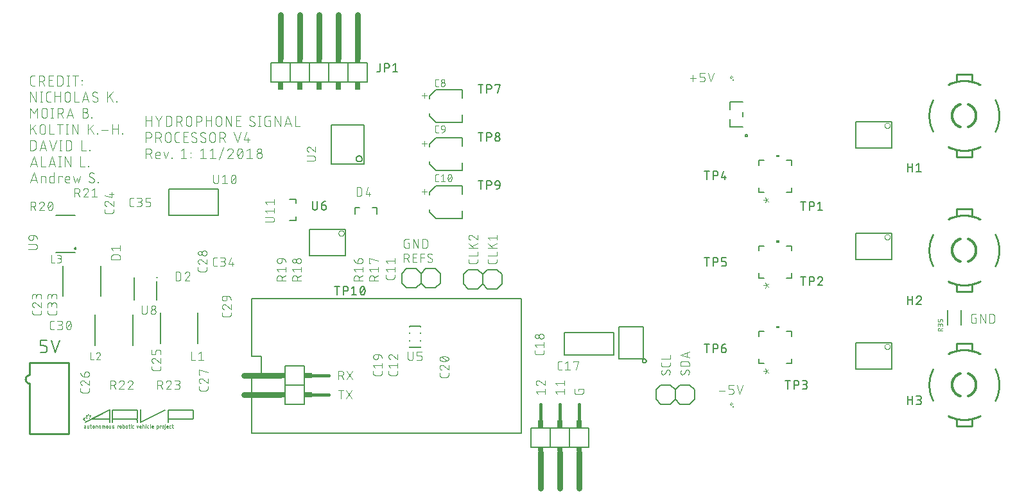
<source format=gbr>
G04 EAGLE Gerber RS-274X export*
G75*
%MOMM*%
%FSLAX34Y34*%
%LPD*%
%INSilkscreen Top*%
%IPPOS*%
%AMOC8*
5,1,8,0,0,1.08239X$1,22.5*%
G01*
%ADD10C,0.101600*%
%ADD11C,0.152400*%
%ADD12C,0.254000*%
%ADD13C,0.203200*%
%ADD14C,0.127000*%
%ADD15C,0.076200*%
%ADD16C,0.762000*%
%ADD17R,0.762000X0.508000*%
%ADD18R,0.762000X1.016000*%
%ADD19C,0.050800*%
%ADD20C,0.406400*%
%ADD21C,0.063400*%
%ADD22C,0.250000*%
%ADD23R,0.508000X0.762000*%
%ADD24R,1.016000X0.762000*%
%ADD25C,0.304800*%

G36*
X1686457Y1024702D02*
X1686457Y1024702D01*
X1686459Y1024701D01*
X1686502Y1024721D01*
X1686546Y1024739D01*
X1686546Y1024741D01*
X1686548Y1024742D01*
X1686581Y1024827D01*
X1686581Y1027367D01*
X1686580Y1027369D01*
X1686581Y1027371D01*
X1686561Y1027414D01*
X1686543Y1027458D01*
X1686541Y1027458D01*
X1686540Y1027460D01*
X1686455Y1027493D01*
X1682645Y1027493D01*
X1682643Y1027492D01*
X1682641Y1027493D01*
X1682598Y1027473D01*
X1682554Y1027455D01*
X1682554Y1027453D01*
X1682552Y1027452D01*
X1682519Y1027367D01*
X1682519Y1024827D01*
X1682520Y1024825D01*
X1682519Y1024823D01*
X1682539Y1024780D01*
X1682557Y1024736D01*
X1682559Y1024736D01*
X1682560Y1024734D01*
X1682645Y1024701D01*
X1686455Y1024701D01*
X1686457Y1024702D01*
G37*
G36*
X1686457Y911702D02*
X1686457Y911702D01*
X1686459Y911701D01*
X1686502Y911721D01*
X1686546Y911739D01*
X1686546Y911741D01*
X1686548Y911742D01*
X1686581Y911827D01*
X1686581Y914367D01*
X1686580Y914369D01*
X1686581Y914371D01*
X1686561Y914414D01*
X1686543Y914458D01*
X1686541Y914458D01*
X1686540Y914460D01*
X1686455Y914493D01*
X1682645Y914493D01*
X1682643Y914492D01*
X1682641Y914493D01*
X1682598Y914473D01*
X1682554Y914455D01*
X1682554Y914453D01*
X1682552Y914452D01*
X1682519Y914367D01*
X1682519Y911827D01*
X1682520Y911825D01*
X1682519Y911823D01*
X1682539Y911780D01*
X1682557Y911736D01*
X1682559Y911736D01*
X1682560Y911734D01*
X1682645Y911701D01*
X1686455Y911701D01*
X1686457Y911702D01*
G37*
G36*
X1686457Y798702D02*
X1686457Y798702D01*
X1686459Y798701D01*
X1686502Y798721D01*
X1686546Y798739D01*
X1686546Y798741D01*
X1686548Y798742D01*
X1686581Y798827D01*
X1686581Y801367D01*
X1686580Y801369D01*
X1686581Y801371D01*
X1686561Y801414D01*
X1686543Y801458D01*
X1686541Y801458D01*
X1686540Y801460D01*
X1686455Y801493D01*
X1682645Y801493D01*
X1682643Y801492D01*
X1682641Y801493D01*
X1682598Y801473D01*
X1682554Y801455D01*
X1682554Y801453D01*
X1682552Y801452D01*
X1682519Y801367D01*
X1682519Y798827D01*
X1682520Y798825D01*
X1682519Y798823D01*
X1682539Y798780D01*
X1682557Y798736D01*
X1682559Y798736D01*
X1682560Y798734D01*
X1682645Y798701D01*
X1686455Y798701D01*
X1686457Y798702D01*
G37*
D10*
X1196312Y911239D02*
X1198259Y911239D01*
X1198259Y904748D01*
X1194364Y904748D01*
X1194265Y904750D01*
X1194165Y904756D01*
X1194066Y904765D01*
X1193968Y904778D01*
X1193870Y904795D01*
X1193772Y904816D01*
X1193676Y904841D01*
X1193581Y904869D01*
X1193487Y904901D01*
X1193394Y904936D01*
X1193302Y904975D01*
X1193212Y905018D01*
X1193124Y905063D01*
X1193037Y905113D01*
X1192953Y905165D01*
X1192870Y905221D01*
X1192790Y905279D01*
X1192712Y905341D01*
X1192637Y905406D01*
X1192564Y905474D01*
X1192494Y905544D01*
X1192426Y905617D01*
X1192361Y905692D01*
X1192299Y905770D01*
X1192241Y905850D01*
X1192185Y905933D01*
X1192133Y906017D01*
X1192083Y906104D01*
X1192038Y906192D01*
X1191995Y906282D01*
X1191956Y906374D01*
X1191921Y906467D01*
X1191889Y906561D01*
X1191861Y906656D01*
X1191836Y906752D01*
X1191815Y906850D01*
X1191798Y906948D01*
X1191785Y907046D01*
X1191776Y907145D01*
X1191770Y907245D01*
X1191768Y907344D01*
X1191768Y913836D01*
X1191770Y913935D01*
X1191776Y914035D01*
X1191785Y914134D01*
X1191798Y914232D01*
X1191815Y914330D01*
X1191836Y914428D01*
X1191861Y914524D01*
X1191889Y914619D01*
X1191921Y914713D01*
X1191956Y914806D01*
X1191995Y914898D01*
X1192038Y914988D01*
X1192083Y915076D01*
X1192133Y915163D01*
X1192185Y915247D01*
X1192241Y915330D01*
X1192299Y915410D01*
X1192361Y915488D01*
X1192426Y915563D01*
X1192494Y915636D01*
X1192564Y915706D01*
X1192637Y915774D01*
X1192712Y915839D01*
X1192790Y915901D01*
X1192870Y915959D01*
X1192953Y916015D01*
X1193037Y916067D01*
X1193124Y916117D01*
X1193212Y916162D01*
X1193302Y916205D01*
X1193394Y916244D01*
X1193486Y916279D01*
X1193581Y916311D01*
X1193676Y916339D01*
X1193772Y916364D01*
X1193870Y916385D01*
X1193968Y916402D01*
X1194066Y916415D01*
X1194165Y916424D01*
X1194265Y916430D01*
X1194364Y916432D01*
X1198259Y916432D01*
X1203960Y916432D02*
X1203960Y904748D01*
X1210451Y904748D02*
X1203960Y916432D01*
X1210451Y916432D02*
X1210451Y904748D01*
X1216152Y904748D02*
X1216152Y916432D01*
X1219397Y916432D01*
X1219510Y916430D01*
X1219623Y916424D01*
X1219736Y916414D01*
X1219849Y916400D01*
X1219961Y916383D01*
X1220072Y916361D01*
X1220182Y916336D01*
X1220292Y916306D01*
X1220400Y916273D01*
X1220507Y916236D01*
X1220613Y916196D01*
X1220717Y916151D01*
X1220820Y916103D01*
X1220921Y916052D01*
X1221020Y915997D01*
X1221117Y915939D01*
X1221212Y915877D01*
X1221305Y915812D01*
X1221395Y915744D01*
X1221483Y915673D01*
X1221569Y915598D01*
X1221652Y915521D01*
X1221732Y915441D01*
X1221809Y915358D01*
X1221884Y915272D01*
X1221955Y915184D01*
X1222023Y915094D01*
X1222088Y915001D01*
X1222150Y914906D01*
X1222208Y914809D01*
X1222263Y914710D01*
X1222314Y914609D01*
X1222362Y914506D01*
X1222407Y914402D01*
X1222447Y914296D01*
X1222484Y914189D01*
X1222517Y914081D01*
X1222547Y913971D01*
X1222572Y913861D01*
X1222594Y913750D01*
X1222611Y913638D01*
X1222625Y913525D01*
X1222635Y913412D01*
X1222641Y913299D01*
X1222643Y913186D01*
X1222643Y907994D01*
X1222644Y907994D02*
X1222642Y907881D01*
X1222636Y907768D01*
X1222626Y907655D01*
X1222612Y907542D01*
X1222595Y907430D01*
X1222573Y907319D01*
X1222548Y907209D01*
X1222518Y907099D01*
X1222485Y906991D01*
X1222448Y906884D01*
X1222408Y906778D01*
X1222363Y906674D01*
X1222315Y906571D01*
X1222264Y906470D01*
X1222209Y906371D01*
X1222151Y906274D01*
X1222089Y906179D01*
X1222024Y906086D01*
X1221956Y905996D01*
X1221885Y905908D01*
X1221810Y905822D01*
X1221733Y905739D01*
X1221653Y905659D01*
X1221570Y905582D01*
X1221484Y905507D01*
X1221396Y905436D01*
X1221306Y905368D01*
X1221213Y905303D01*
X1221118Y905241D01*
X1221021Y905183D01*
X1220922Y905128D01*
X1220821Y905077D01*
X1220718Y905029D01*
X1220614Y904984D01*
X1220508Y904944D01*
X1220401Y904907D01*
X1220293Y904874D01*
X1220183Y904844D01*
X1220073Y904819D01*
X1219962Y904797D01*
X1219850Y904780D01*
X1219737Y904766D01*
X1219624Y904756D01*
X1219511Y904750D01*
X1219398Y904748D01*
X1219397Y904748D02*
X1216152Y904748D01*
X1191768Y897382D02*
X1191768Y885698D01*
X1191768Y897382D02*
X1195014Y897382D01*
X1195127Y897380D01*
X1195240Y897374D01*
X1195353Y897364D01*
X1195466Y897350D01*
X1195578Y897333D01*
X1195689Y897311D01*
X1195799Y897286D01*
X1195909Y897256D01*
X1196017Y897223D01*
X1196124Y897186D01*
X1196230Y897146D01*
X1196334Y897101D01*
X1196437Y897053D01*
X1196538Y897002D01*
X1196637Y896947D01*
X1196734Y896889D01*
X1196829Y896827D01*
X1196922Y896762D01*
X1197012Y896694D01*
X1197100Y896623D01*
X1197186Y896548D01*
X1197269Y896471D01*
X1197349Y896391D01*
X1197426Y896308D01*
X1197501Y896222D01*
X1197572Y896134D01*
X1197640Y896044D01*
X1197705Y895951D01*
X1197767Y895856D01*
X1197825Y895759D01*
X1197880Y895660D01*
X1197931Y895559D01*
X1197979Y895456D01*
X1198024Y895352D01*
X1198064Y895246D01*
X1198101Y895139D01*
X1198134Y895031D01*
X1198164Y894921D01*
X1198189Y894811D01*
X1198211Y894700D01*
X1198228Y894588D01*
X1198242Y894475D01*
X1198252Y894362D01*
X1198258Y894249D01*
X1198260Y894136D01*
X1198258Y894023D01*
X1198252Y893910D01*
X1198242Y893797D01*
X1198228Y893684D01*
X1198211Y893572D01*
X1198189Y893461D01*
X1198164Y893351D01*
X1198134Y893241D01*
X1198101Y893133D01*
X1198064Y893026D01*
X1198024Y892920D01*
X1197979Y892816D01*
X1197931Y892713D01*
X1197880Y892612D01*
X1197825Y892513D01*
X1197767Y892416D01*
X1197705Y892321D01*
X1197640Y892228D01*
X1197572Y892138D01*
X1197501Y892050D01*
X1197426Y891964D01*
X1197349Y891881D01*
X1197269Y891801D01*
X1197186Y891724D01*
X1197100Y891649D01*
X1197012Y891578D01*
X1196922Y891510D01*
X1196829Y891445D01*
X1196734Y891383D01*
X1196637Y891325D01*
X1196538Y891270D01*
X1196437Y891219D01*
X1196334Y891171D01*
X1196230Y891126D01*
X1196124Y891086D01*
X1196017Y891049D01*
X1195909Y891016D01*
X1195799Y890986D01*
X1195689Y890961D01*
X1195578Y890939D01*
X1195466Y890922D01*
X1195353Y890908D01*
X1195240Y890898D01*
X1195127Y890892D01*
X1195014Y890890D01*
X1195014Y890891D02*
X1191768Y890891D01*
X1195663Y890891D02*
X1198259Y885698D01*
X1203528Y885698D02*
X1208721Y885698D01*
X1203528Y885698D02*
X1203528Y897382D01*
X1208721Y897382D01*
X1207423Y892189D02*
X1203528Y892189D01*
X1213434Y897382D02*
X1213434Y885698D01*
X1213434Y897382D02*
X1218627Y897382D01*
X1218627Y892189D02*
X1213434Y892189D01*
X1226450Y885698D02*
X1226549Y885700D01*
X1226649Y885706D01*
X1226748Y885715D01*
X1226846Y885728D01*
X1226944Y885745D01*
X1227042Y885766D01*
X1227138Y885791D01*
X1227233Y885819D01*
X1227327Y885851D01*
X1227420Y885886D01*
X1227512Y885925D01*
X1227602Y885968D01*
X1227690Y886013D01*
X1227777Y886063D01*
X1227861Y886115D01*
X1227944Y886171D01*
X1228024Y886229D01*
X1228102Y886291D01*
X1228177Y886356D01*
X1228250Y886424D01*
X1228320Y886494D01*
X1228388Y886567D01*
X1228453Y886642D01*
X1228515Y886720D01*
X1228573Y886800D01*
X1228629Y886883D01*
X1228681Y886967D01*
X1228731Y887054D01*
X1228776Y887142D01*
X1228819Y887232D01*
X1228858Y887324D01*
X1228893Y887417D01*
X1228925Y887511D01*
X1228953Y887606D01*
X1228978Y887702D01*
X1228999Y887800D01*
X1229016Y887898D01*
X1229029Y887996D01*
X1229038Y888095D01*
X1229044Y888195D01*
X1229046Y888294D01*
X1226450Y885698D02*
X1226306Y885700D01*
X1226161Y885706D01*
X1226017Y885715D01*
X1225874Y885728D01*
X1225730Y885745D01*
X1225587Y885766D01*
X1225445Y885791D01*
X1225304Y885819D01*
X1225163Y885851D01*
X1225023Y885887D01*
X1224884Y885926D01*
X1224746Y885969D01*
X1224610Y886016D01*
X1224474Y886066D01*
X1224340Y886120D01*
X1224208Y886177D01*
X1224077Y886238D01*
X1223948Y886302D01*
X1223820Y886370D01*
X1223694Y886440D01*
X1223570Y886515D01*
X1223449Y886592D01*
X1223329Y886673D01*
X1223211Y886756D01*
X1223096Y886843D01*
X1222983Y886933D01*
X1222872Y887026D01*
X1222764Y887121D01*
X1222658Y887220D01*
X1222555Y887321D01*
X1222880Y894786D02*
X1222882Y894885D01*
X1222888Y894985D01*
X1222897Y895084D01*
X1222910Y895182D01*
X1222927Y895280D01*
X1222948Y895378D01*
X1222973Y895474D01*
X1223001Y895569D01*
X1223033Y895663D01*
X1223068Y895756D01*
X1223107Y895848D01*
X1223150Y895938D01*
X1223195Y896026D01*
X1223245Y896113D01*
X1223297Y896197D01*
X1223353Y896280D01*
X1223411Y896360D01*
X1223473Y896438D01*
X1223538Y896513D01*
X1223606Y896586D01*
X1223676Y896656D01*
X1223749Y896724D01*
X1223824Y896789D01*
X1223902Y896851D01*
X1223982Y896909D01*
X1224065Y896965D01*
X1224149Y897017D01*
X1224236Y897067D01*
X1224324Y897112D01*
X1224414Y897155D01*
X1224506Y897194D01*
X1224599Y897229D01*
X1224693Y897261D01*
X1224788Y897289D01*
X1224885Y897314D01*
X1224982Y897335D01*
X1225080Y897352D01*
X1225178Y897365D01*
X1225277Y897374D01*
X1225377Y897380D01*
X1225476Y897382D01*
X1225612Y897380D01*
X1225748Y897374D01*
X1225884Y897365D01*
X1226020Y897352D01*
X1226155Y897334D01*
X1226289Y897314D01*
X1226423Y897289D01*
X1226557Y897261D01*
X1226689Y897228D01*
X1226820Y897193D01*
X1226951Y897153D01*
X1227080Y897110D01*
X1227208Y897064D01*
X1227334Y897013D01*
X1227460Y896960D01*
X1227583Y896902D01*
X1227705Y896842D01*
X1227825Y896778D01*
X1227944Y896710D01*
X1228060Y896640D01*
X1228174Y896566D01*
X1228287Y896489D01*
X1228397Y896408D01*
X1224178Y892514D02*
X1224092Y892567D01*
X1224008Y892624D01*
X1223926Y892683D01*
X1223846Y892746D01*
X1223769Y892812D01*
X1223694Y892880D01*
X1223622Y892952D01*
X1223553Y893026D01*
X1223487Y893103D01*
X1223424Y893182D01*
X1223364Y893264D01*
X1223307Y893348D01*
X1223253Y893434D01*
X1223203Y893522D01*
X1223156Y893612D01*
X1223112Y893703D01*
X1223073Y893797D01*
X1223036Y893891D01*
X1223004Y893987D01*
X1222975Y894085D01*
X1222950Y894183D01*
X1222929Y894282D01*
X1222911Y894382D01*
X1222898Y894482D01*
X1222888Y894583D01*
X1222882Y894685D01*
X1222880Y894786D01*
X1227748Y890566D02*
X1227834Y890513D01*
X1227918Y890456D01*
X1228000Y890397D01*
X1228080Y890334D01*
X1228157Y890268D01*
X1228232Y890200D01*
X1228304Y890128D01*
X1228373Y890054D01*
X1228439Y889977D01*
X1228502Y889898D01*
X1228562Y889816D01*
X1228619Y889732D01*
X1228673Y889646D01*
X1228723Y889558D01*
X1228770Y889468D01*
X1228814Y889377D01*
X1228853Y889283D01*
X1228890Y889189D01*
X1228922Y889093D01*
X1228951Y888995D01*
X1228976Y888897D01*
X1228997Y888798D01*
X1229015Y888698D01*
X1229028Y888598D01*
X1229038Y888497D01*
X1229044Y888395D01*
X1229046Y888294D01*
X1227748Y890566D02*
X1224178Y892514D01*
X851408Y1065784D02*
X851408Y1078992D01*
X851408Y1073122D02*
X858746Y1073122D01*
X858746Y1078992D02*
X858746Y1065784D01*
X868305Y1072755D02*
X863903Y1078992D01*
X868305Y1072755D02*
X872708Y1078992D01*
X868305Y1072755D02*
X868305Y1065784D01*
X877865Y1065784D02*
X877865Y1078992D01*
X881533Y1078992D01*
X881653Y1078990D01*
X881773Y1078984D01*
X881893Y1078974D01*
X882012Y1078961D01*
X882131Y1078943D01*
X882249Y1078922D01*
X882366Y1078896D01*
X882483Y1078867D01*
X882598Y1078834D01*
X882712Y1078797D01*
X882825Y1078757D01*
X882937Y1078713D01*
X883047Y1078665D01*
X883156Y1078614D01*
X883263Y1078559D01*
X883368Y1078500D01*
X883470Y1078439D01*
X883571Y1078374D01*
X883670Y1078305D01*
X883767Y1078234D01*
X883861Y1078159D01*
X883952Y1078082D01*
X884041Y1078001D01*
X884127Y1077917D01*
X884211Y1077831D01*
X884292Y1077742D01*
X884369Y1077651D01*
X884444Y1077557D01*
X884515Y1077460D01*
X884584Y1077361D01*
X884649Y1077260D01*
X884710Y1077158D01*
X884769Y1077053D01*
X884824Y1076946D01*
X884875Y1076837D01*
X884923Y1076727D01*
X884967Y1076615D01*
X885007Y1076502D01*
X885044Y1076388D01*
X885077Y1076273D01*
X885106Y1076156D01*
X885132Y1076039D01*
X885153Y1075921D01*
X885171Y1075802D01*
X885184Y1075683D01*
X885194Y1075563D01*
X885200Y1075443D01*
X885202Y1075323D01*
X885202Y1069453D01*
X885200Y1069333D01*
X885194Y1069213D01*
X885184Y1069093D01*
X885171Y1068974D01*
X885153Y1068855D01*
X885132Y1068737D01*
X885106Y1068620D01*
X885077Y1068503D01*
X885044Y1068388D01*
X885007Y1068274D01*
X884967Y1068161D01*
X884923Y1068049D01*
X884875Y1067939D01*
X884824Y1067830D01*
X884769Y1067723D01*
X884710Y1067619D01*
X884649Y1067516D01*
X884584Y1067415D01*
X884515Y1067316D01*
X884444Y1067219D01*
X884369Y1067125D01*
X884292Y1067034D01*
X884211Y1066945D01*
X884127Y1066859D01*
X884041Y1066775D01*
X883952Y1066694D01*
X883861Y1066617D01*
X883767Y1066542D01*
X883670Y1066471D01*
X883571Y1066402D01*
X883470Y1066337D01*
X883368Y1066276D01*
X883263Y1066217D01*
X883156Y1066162D01*
X883047Y1066111D01*
X882937Y1066063D01*
X882825Y1066019D01*
X882712Y1065979D01*
X882598Y1065942D01*
X882483Y1065909D01*
X882366Y1065880D01*
X882249Y1065854D01*
X882131Y1065833D01*
X882012Y1065815D01*
X881893Y1065802D01*
X881773Y1065792D01*
X881653Y1065786D01*
X881533Y1065784D01*
X877865Y1065784D01*
X891598Y1065784D02*
X891598Y1078992D01*
X895267Y1078992D01*
X895387Y1078990D01*
X895507Y1078984D01*
X895627Y1078974D01*
X895746Y1078961D01*
X895865Y1078943D01*
X895983Y1078922D01*
X896100Y1078896D01*
X896217Y1078867D01*
X896332Y1078834D01*
X896446Y1078797D01*
X896559Y1078757D01*
X896671Y1078713D01*
X896781Y1078665D01*
X896890Y1078614D01*
X896997Y1078559D01*
X897102Y1078500D01*
X897204Y1078439D01*
X897305Y1078374D01*
X897404Y1078305D01*
X897501Y1078234D01*
X897595Y1078159D01*
X897686Y1078082D01*
X897775Y1078001D01*
X897861Y1077917D01*
X897945Y1077831D01*
X898026Y1077742D01*
X898103Y1077651D01*
X898178Y1077557D01*
X898249Y1077460D01*
X898318Y1077361D01*
X898383Y1077260D01*
X898444Y1077158D01*
X898503Y1077053D01*
X898558Y1076946D01*
X898609Y1076837D01*
X898657Y1076727D01*
X898701Y1076615D01*
X898741Y1076502D01*
X898778Y1076388D01*
X898811Y1076273D01*
X898840Y1076156D01*
X898866Y1076039D01*
X898887Y1075921D01*
X898905Y1075802D01*
X898918Y1075683D01*
X898928Y1075563D01*
X898934Y1075443D01*
X898936Y1075323D01*
X898934Y1075203D01*
X898928Y1075083D01*
X898918Y1074963D01*
X898905Y1074844D01*
X898887Y1074725D01*
X898866Y1074607D01*
X898840Y1074490D01*
X898811Y1074373D01*
X898778Y1074258D01*
X898741Y1074144D01*
X898701Y1074031D01*
X898657Y1073919D01*
X898609Y1073809D01*
X898558Y1073700D01*
X898503Y1073593D01*
X898444Y1073489D01*
X898383Y1073386D01*
X898318Y1073285D01*
X898249Y1073186D01*
X898178Y1073089D01*
X898103Y1072995D01*
X898026Y1072904D01*
X897945Y1072815D01*
X897861Y1072729D01*
X897775Y1072645D01*
X897686Y1072564D01*
X897595Y1072487D01*
X897501Y1072412D01*
X897404Y1072341D01*
X897305Y1072272D01*
X897204Y1072207D01*
X897102Y1072146D01*
X896997Y1072087D01*
X896890Y1072032D01*
X896781Y1071981D01*
X896671Y1071933D01*
X896559Y1071889D01*
X896446Y1071849D01*
X896332Y1071812D01*
X896217Y1071779D01*
X896100Y1071750D01*
X895983Y1071724D01*
X895865Y1071703D01*
X895746Y1071685D01*
X895627Y1071672D01*
X895507Y1071662D01*
X895387Y1071656D01*
X895267Y1071654D01*
X891598Y1071654D01*
X896000Y1071654D02*
X898935Y1065784D01*
X904321Y1069453D02*
X904321Y1075323D01*
X904323Y1075443D01*
X904329Y1075563D01*
X904339Y1075683D01*
X904352Y1075802D01*
X904370Y1075921D01*
X904391Y1076039D01*
X904417Y1076156D01*
X904446Y1076273D01*
X904479Y1076388D01*
X904516Y1076502D01*
X904556Y1076615D01*
X904600Y1076727D01*
X904648Y1076837D01*
X904699Y1076946D01*
X904754Y1077053D01*
X904813Y1077158D01*
X904874Y1077260D01*
X904939Y1077361D01*
X905008Y1077460D01*
X905079Y1077557D01*
X905154Y1077651D01*
X905231Y1077742D01*
X905312Y1077831D01*
X905396Y1077917D01*
X905482Y1078001D01*
X905571Y1078082D01*
X905662Y1078159D01*
X905756Y1078234D01*
X905853Y1078305D01*
X905952Y1078374D01*
X906053Y1078439D01*
X906156Y1078500D01*
X906260Y1078559D01*
X906367Y1078614D01*
X906476Y1078665D01*
X906586Y1078713D01*
X906698Y1078757D01*
X906811Y1078797D01*
X906925Y1078834D01*
X907040Y1078867D01*
X907157Y1078896D01*
X907274Y1078922D01*
X907392Y1078943D01*
X907511Y1078961D01*
X907630Y1078974D01*
X907750Y1078984D01*
X907870Y1078990D01*
X907990Y1078992D01*
X908110Y1078990D01*
X908230Y1078984D01*
X908350Y1078974D01*
X908469Y1078961D01*
X908588Y1078943D01*
X908706Y1078922D01*
X908823Y1078896D01*
X908940Y1078867D01*
X909055Y1078834D01*
X909169Y1078797D01*
X909282Y1078757D01*
X909394Y1078713D01*
X909504Y1078665D01*
X909613Y1078614D01*
X909720Y1078559D01*
X909825Y1078500D01*
X909927Y1078439D01*
X910028Y1078374D01*
X910127Y1078305D01*
X910224Y1078234D01*
X910318Y1078159D01*
X910409Y1078082D01*
X910498Y1078001D01*
X910584Y1077917D01*
X910668Y1077831D01*
X910749Y1077742D01*
X910826Y1077651D01*
X910901Y1077557D01*
X910972Y1077460D01*
X911041Y1077361D01*
X911106Y1077260D01*
X911167Y1077158D01*
X911226Y1077053D01*
X911281Y1076946D01*
X911332Y1076837D01*
X911380Y1076727D01*
X911424Y1076615D01*
X911464Y1076502D01*
X911501Y1076388D01*
X911534Y1076273D01*
X911563Y1076156D01*
X911589Y1076039D01*
X911610Y1075921D01*
X911628Y1075802D01*
X911641Y1075683D01*
X911651Y1075563D01*
X911657Y1075443D01*
X911659Y1075323D01*
X911659Y1069453D01*
X911657Y1069333D01*
X911651Y1069213D01*
X911641Y1069093D01*
X911628Y1068974D01*
X911610Y1068855D01*
X911589Y1068737D01*
X911563Y1068620D01*
X911534Y1068503D01*
X911501Y1068388D01*
X911464Y1068274D01*
X911424Y1068161D01*
X911380Y1068049D01*
X911332Y1067939D01*
X911281Y1067830D01*
X911226Y1067723D01*
X911167Y1067619D01*
X911106Y1067516D01*
X911041Y1067415D01*
X910972Y1067316D01*
X910901Y1067219D01*
X910826Y1067125D01*
X910749Y1067034D01*
X910668Y1066945D01*
X910584Y1066859D01*
X910498Y1066775D01*
X910409Y1066694D01*
X910318Y1066617D01*
X910224Y1066542D01*
X910127Y1066471D01*
X910028Y1066402D01*
X909927Y1066337D01*
X909825Y1066276D01*
X909720Y1066217D01*
X909613Y1066162D01*
X909504Y1066111D01*
X909394Y1066063D01*
X909282Y1066019D01*
X909169Y1065979D01*
X909055Y1065942D01*
X908940Y1065909D01*
X908823Y1065880D01*
X908706Y1065854D01*
X908588Y1065833D01*
X908469Y1065815D01*
X908350Y1065802D01*
X908230Y1065792D01*
X908110Y1065786D01*
X907990Y1065784D01*
X907870Y1065786D01*
X907750Y1065792D01*
X907630Y1065802D01*
X907511Y1065815D01*
X907392Y1065833D01*
X907274Y1065854D01*
X907157Y1065880D01*
X907040Y1065909D01*
X906925Y1065942D01*
X906811Y1065979D01*
X906698Y1066019D01*
X906586Y1066063D01*
X906476Y1066111D01*
X906367Y1066162D01*
X906260Y1066217D01*
X906156Y1066276D01*
X906053Y1066337D01*
X905952Y1066402D01*
X905853Y1066471D01*
X905756Y1066542D01*
X905662Y1066617D01*
X905571Y1066694D01*
X905482Y1066775D01*
X905396Y1066859D01*
X905312Y1066945D01*
X905231Y1067034D01*
X905154Y1067125D01*
X905079Y1067219D01*
X905008Y1067316D01*
X904939Y1067415D01*
X904874Y1067516D01*
X904813Y1067619D01*
X904754Y1067723D01*
X904699Y1067830D01*
X904648Y1067939D01*
X904600Y1068049D01*
X904556Y1068161D01*
X904516Y1068274D01*
X904479Y1068388D01*
X904446Y1068503D01*
X904417Y1068620D01*
X904391Y1068737D01*
X904370Y1068855D01*
X904352Y1068974D01*
X904339Y1069093D01*
X904329Y1069213D01*
X904323Y1069333D01*
X904321Y1069453D01*
X917729Y1065784D02*
X917729Y1078992D01*
X921398Y1078992D01*
X921518Y1078990D01*
X921638Y1078984D01*
X921758Y1078974D01*
X921877Y1078961D01*
X921996Y1078943D01*
X922114Y1078922D01*
X922231Y1078896D01*
X922348Y1078867D01*
X922463Y1078834D01*
X922577Y1078797D01*
X922690Y1078757D01*
X922802Y1078713D01*
X922912Y1078665D01*
X923021Y1078614D01*
X923128Y1078559D01*
X923233Y1078500D01*
X923335Y1078439D01*
X923436Y1078374D01*
X923535Y1078305D01*
X923632Y1078234D01*
X923726Y1078159D01*
X923817Y1078082D01*
X923906Y1078001D01*
X923992Y1077917D01*
X924076Y1077831D01*
X924157Y1077742D01*
X924234Y1077651D01*
X924309Y1077557D01*
X924380Y1077460D01*
X924449Y1077361D01*
X924514Y1077260D01*
X924575Y1077158D01*
X924634Y1077053D01*
X924689Y1076946D01*
X924740Y1076837D01*
X924788Y1076727D01*
X924832Y1076615D01*
X924872Y1076502D01*
X924909Y1076388D01*
X924942Y1076273D01*
X924971Y1076156D01*
X924997Y1076039D01*
X925018Y1075921D01*
X925036Y1075802D01*
X925049Y1075683D01*
X925059Y1075563D01*
X925065Y1075443D01*
X925067Y1075323D01*
X925065Y1075203D01*
X925059Y1075083D01*
X925049Y1074963D01*
X925036Y1074844D01*
X925018Y1074725D01*
X924997Y1074607D01*
X924971Y1074490D01*
X924942Y1074373D01*
X924909Y1074258D01*
X924872Y1074144D01*
X924832Y1074031D01*
X924788Y1073919D01*
X924740Y1073809D01*
X924689Y1073700D01*
X924634Y1073593D01*
X924575Y1073489D01*
X924514Y1073386D01*
X924449Y1073285D01*
X924380Y1073186D01*
X924309Y1073089D01*
X924234Y1072995D01*
X924157Y1072904D01*
X924076Y1072815D01*
X923992Y1072729D01*
X923906Y1072645D01*
X923817Y1072564D01*
X923726Y1072487D01*
X923632Y1072412D01*
X923535Y1072341D01*
X923436Y1072272D01*
X923335Y1072207D01*
X923233Y1072146D01*
X923128Y1072087D01*
X923021Y1072032D01*
X922912Y1071981D01*
X922802Y1071933D01*
X922690Y1071889D01*
X922577Y1071849D01*
X922463Y1071812D01*
X922348Y1071779D01*
X922231Y1071750D01*
X922114Y1071724D01*
X921996Y1071703D01*
X921877Y1071685D01*
X921758Y1071672D01*
X921638Y1071662D01*
X921518Y1071656D01*
X921398Y1071654D01*
X917729Y1071654D01*
X930351Y1065784D02*
X930351Y1078992D01*
X930351Y1073122D02*
X937689Y1073122D01*
X937689Y1078992D02*
X937689Y1065784D01*
X943579Y1069453D02*
X943579Y1075323D01*
X943581Y1075443D01*
X943587Y1075563D01*
X943597Y1075683D01*
X943610Y1075802D01*
X943628Y1075921D01*
X943649Y1076039D01*
X943675Y1076156D01*
X943704Y1076273D01*
X943737Y1076388D01*
X943774Y1076502D01*
X943814Y1076615D01*
X943858Y1076727D01*
X943906Y1076837D01*
X943957Y1076946D01*
X944012Y1077053D01*
X944071Y1077158D01*
X944132Y1077260D01*
X944197Y1077361D01*
X944266Y1077460D01*
X944337Y1077557D01*
X944412Y1077651D01*
X944489Y1077742D01*
X944570Y1077831D01*
X944654Y1077917D01*
X944740Y1078001D01*
X944829Y1078082D01*
X944920Y1078159D01*
X945014Y1078234D01*
X945111Y1078305D01*
X945210Y1078374D01*
X945311Y1078439D01*
X945414Y1078500D01*
X945518Y1078559D01*
X945625Y1078614D01*
X945734Y1078665D01*
X945844Y1078713D01*
X945956Y1078757D01*
X946069Y1078797D01*
X946183Y1078834D01*
X946298Y1078867D01*
X946415Y1078896D01*
X946532Y1078922D01*
X946650Y1078943D01*
X946769Y1078961D01*
X946888Y1078974D01*
X947008Y1078984D01*
X947128Y1078990D01*
X947248Y1078992D01*
X947368Y1078990D01*
X947488Y1078984D01*
X947608Y1078974D01*
X947727Y1078961D01*
X947846Y1078943D01*
X947964Y1078922D01*
X948081Y1078896D01*
X948198Y1078867D01*
X948313Y1078834D01*
X948427Y1078797D01*
X948540Y1078757D01*
X948652Y1078713D01*
X948762Y1078665D01*
X948871Y1078614D01*
X948978Y1078559D01*
X949083Y1078500D01*
X949185Y1078439D01*
X949286Y1078374D01*
X949385Y1078305D01*
X949482Y1078234D01*
X949576Y1078159D01*
X949667Y1078082D01*
X949756Y1078001D01*
X949842Y1077917D01*
X949926Y1077831D01*
X950007Y1077742D01*
X950084Y1077651D01*
X950159Y1077557D01*
X950230Y1077460D01*
X950299Y1077361D01*
X950364Y1077260D01*
X950425Y1077158D01*
X950484Y1077053D01*
X950539Y1076946D01*
X950590Y1076837D01*
X950638Y1076727D01*
X950682Y1076615D01*
X950722Y1076502D01*
X950759Y1076388D01*
X950792Y1076273D01*
X950821Y1076156D01*
X950847Y1076039D01*
X950868Y1075921D01*
X950886Y1075802D01*
X950899Y1075683D01*
X950909Y1075563D01*
X950915Y1075443D01*
X950917Y1075323D01*
X950917Y1069453D01*
X950915Y1069333D01*
X950909Y1069213D01*
X950899Y1069093D01*
X950886Y1068974D01*
X950868Y1068855D01*
X950847Y1068737D01*
X950821Y1068620D01*
X950792Y1068503D01*
X950759Y1068388D01*
X950722Y1068274D01*
X950682Y1068161D01*
X950638Y1068049D01*
X950590Y1067939D01*
X950539Y1067830D01*
X950484Y1067723D01*
X950425Y1067619D01*
X950364Y1067516D01*
X950299Y1067415D01*
X950230Y1067316D01*
X950159Y1067219D01*
X950084Y1067125D01*
X950007Y1067034D01*
X949926Y1066945D01*
X949842Y1066859D01*
X949756Y1066775D01*
X949667Y1066694D01*
X949576Y1066617D01*
X949482Y1066542D01*
X949385Y1066471D01*
X949286Y1066402D01*
X949185Y1066337D01*
X949083Y1066276D01*
X948978Y1066217D01*
X948871Y1066162D01*
X948762Y1066111D01*
X948652Y1066063D01*
X948540Y1066019D01*
X948427Y1065979D01*
X948313Y1065942D01*
X948198Y1065909D01*
X948081Y1065880D01*
X947964Y1065854D01*
X947846Y1065833D01*
X947727Y1065815D01*
X947608Y1065802D01*
X947488Y1065792D01*
X947368Y1065786D01*
X947248Y1065784D01*
X947128Y1065786D01*
X947008Y1065792D01*
X946888Y1065802D01*
X946769Y1065815D01*
X946650Y1065833D01*
X946532Y1065854D01*
X946415Y1065880D01*
X946298Y1065909D01*
X946183Y1065942D01*
X946069Y1065979D01*
X945956Y1066019D01*
X945844Y1066063D01*
X945734Y1066111D01*
X945625Y1066162D01*
X945518Y1066217D01*
X945414Y1066276D01*
X945311Y1066337D01*
X945210Y1066402D01*
X945111Y1066471D01*
X945014Y1066542D01*
X944920Y1066617D01*
X944829Y1066694D01*
X944740Y1066775D01*
X944654Y1066859D01*
X944570Y1066945D01*
X944489Y1067034D01*
X944412Y1067125D01*
X944337Y1067219D01*
X944266Y1067316D01*
X944197Y1067415D01*
X944132Y1067516D01*
X944071Y1067619D01*
X944012Y1067723D01*
X943957Y1067830D01*
X943906Y1067939D01*
X943858Y1068049D01*
X943814Y1068161D01*
X943774Y1068274D01*
X943737Y1068388D01*
X943704Y1068503D01*
X943675Y1068620D01*
X943649Y1068737D01*
X943628Y1068855D01*
X943610Y1068974D01*
X943597Y1069093D01*
X943587Y1069213D01*
X943581Y1069333D01*
X943579Y1069453D01*
X956808Y1065784D02*
X956808Y1078992D01*
X964145Y1065784D01*
X964145Y1078992D01*
X970487Y1065784D02*
X976357Y1065784D01*
X970487Y1065784D02*
X970487Y1078992D01*
X976357Y1078992D01*
X974889Y1073122D02*
X970487Y1073122D01*
X991934Y1065784D02*
X992041Y1065786D01*
X992148Y1065792D01*
X992255Y1065802D01*
X992361Y1065815D01*
X992467Y1065833D01*
X992572Y1065854D01*
X992676Y1065879D01*
X992780Y1065908D01*
X992882Y1065941D01*
X992982Y1065978D01*
X993082Y1066018D01*
X993180Y1066062D01*
X993276Y1066109D01*
X993370Y1066160D01*
X993463Y1066214D01*
X993553Y1066271D01*
X993642Y1066332D01*
X993728Y1066396D01*
X993811Y1066463D01*
X993893Y1066533D01*
X993971Y1066606D01*
X994047Y1066682D01*
X994120Y1066760D01*
X994190Y1066842D01*
X994257Y1066925D01*
X994321Y1067011D01*
X994382Y1067100D01*
X994439Y1067190D01*
X994493Y1067283D01*
X994544Y1067377D01*
X994591Y1067473D01*
X994635Y1067571D01*
X994675Y1067671D01*
X994712Y1067771D01*
X994745Y1067873D01*
X994774Y1067977D01*
X994799Y1068081D01*
X994820Y1068186D01*
X994838Y1068292D01*
X994851Y1068398D01*
X994861Y1068505D01*
X994867Y1068612D01*
X994869Y1068719D01*
X991934Y1065784D02*
X991781Y1065786D01*
X991628Y1065792D01*
X991476Y1065801D01*
X991323Y1065814D01*
X991171Y1065831D01*
X991020Y1065852D01*
X990868Y1065876D01*
X990718Y1065904D01*
X990568Y1065936D01*
X990420Y1065972D01*
X990272Y1066011D01*
X990125Y1066054D01*
X989979Y1066100D01*
X989835Y1066150D01*
X989691Y1066204D01*
X989549Y1066261D01*
X989409Y1066321D01*
X989270Y1066386D01*
X989133Y1066453D01*
X988997Y1066524D01*
X988863Y1066598D01*
X988731Y1066675D01*
X988601Y1066756D01*
X988473Y1066840D01*
X988347Y1066927D01*
X988224Y1067017D01*
X988102Y1067110D01*
X987983Y1067206D01*
X987867Y1067305D01*
X987752Y1067406D01*
X987641Y1067511D01*
X987532Y1067618D01*
X987898Y1076057D02*
X987900Y1076164D01*
X987906Y1076271D01*
X987916Y1076378D01*
X987929Y1076484D01*
X987947Y1076590D01*
X987968Y1076695D01*
X987993Y1076799D01*
X988022Y1076903D01*
X988055Y1077005D01*
X988092Y1077105D01*
X988132Y1077205D01*
X988176Y1077303D01*
X988223Y1077399D01*
X988274Y1077493D01*
X988328Y1077586D01*
X988385Y1077676D01*
X988446Y1077765D01*
X988510Y1077851D01*
X988577Y1077934D01*
X988647Y1078016D01*
X988720Y1078094D01*
X988796Y1078170D01*
X988874Y1078243D01*
X988956Y1078313D01*
X989039Y1078380D01*
X989125Y1078444D01*
X989214Y1078505D01*
X989304Y1078562D01*
X989397Y1078616D01*
X989491Y1078667D01*
X989587Y1078714D01*
X989685Y1078758D01*
X989785Y1078798D01*
X989885Y1078835D01*
X989987Y1078868D01*
X990091Y1078897D01*
X990195Y1078922D01*
X990300Y1078943D01*
X990406Y1078961D01*
X990512Y1078974D01*
X990619Y1078984D01*
X990726Y1078990D01*
X990833Y1078992D01*
X990981Y1078990D01*
X991128Y1078984D01*
X991275Y1078974D01*
X991422Y1078960D01*
X991569Y1078943D01*
X991714Y1078921D01*
X991860Y1078895D01*
X992004Y1078866D01*
X992148Y1078833D01*
X992291Y1078795D01*
X992433Y1078754D01*
X992573Y1078710D01*
X992713Y1078661D01*
X992851Y1078609D01*
X992987Y1078553D01*
X993122Y1078493D01*
X993255Y1078430D01*
X993387Y1078363D01*
X993517Y1078293D01*
X993645Y1078220D01*
X993770Y1078142D01*
X993894Y1078062D01*
X994016Y1077978D01*
X994135Y1077891D01*
X989366Y1073489D02*
X989275Y1073545D01*
X989186Y1073604D01*
X989099Y1073666D01*
X989015Y1073731D01*
X988932Y1073799D01*
X988853Y1073870D01*
X988776Y1073944D01*
X988702Y1074021D01*
X988630Y1074100D01*
X988562Y1074182D01*
X988496Y1074266D01*
X988433Y1074353D01*
X988374Y1074441D01*
X988318Y1074532D01*
X988265Y1074625D01*
X988215Y1074719D01*
X988169Y1074815D01*
X988126Y1074913D01*
X988087Y1075012D01*
X988051Y1075113D01*
X988019Y1075215D01*
X987991Y1075318D01*
X987967Y1075422D01*
X987946Y1075526D01*
X987929Y1075632D01*
X987915Y1075737D01*
X987906Y1075844D01*
X987900Y1075950D01*
X987898Y1076057D01*
X993401Y1071287D02*
X993492Y1071231D01*
X993581Y1071172D01*
X993668Y1071110D01*
X993752Y1071045D01*
X993835Y1070977D01*
X993914Y1070906D01*
X993991Y1070832D01*
X994065Y1070755D01*
X994137Y1070676D01*
X994205Y1070594D01*
X994271Y1070510D01*
X994334Y1070423D01*
X994393Y1070335D01*
X994449Y1070244D01*
X994502Y1070151D01*
X994552Y1070057D01*
X994598Y1069961D01*
X994641Y1069863D01*
X994680Y1069764D01*
X994716Y1069663D01*
X994748Y1069561D01*
X994776Y1069458D01*
X994800Y1069354D01*
X994821Y1069250D01*
X994838Y1069144D01*
X994852Y1069039D01*
X994861Y1068932D01*
X994867Y1068826D01*
X994869Y1068719D01*
X993402Y1071287D02*
X989366Y1073489D01*
X1001015Y1078992D02*
X1001015Y1065784D01*
X1002482Y1065784D02*
X999547Y1065784D01*
X999547Y1078992D02*
X1002482Y1078992D01*
X1013150Y1073122D02*
X1015352Y1073122D01*
X1015352Y1065784D01*
X1010949Y1065784D01*
X1010842Y1065786D01*
X1010735Y1065792D01*
X1010628Y1065802D01*
X1010522Y1065815D01*
X1010416Y1065833D01*
X1010311Y1065854D01*
X1010207Y1065879D01*
X1010103Y1065908D01*
X1010001Y1065941D01*
X1009901Y1065978D01*
X1009801Y1066018D01*
X1009703Y1066062D01*
X1009607Y1066109D01*
X1009513Y1066160D01*
X1009420Y1066214D01*
X1009330Y1066271D01*
X1009241Y1066332D01*
X1009155Y1066396D01*
X1009072Y1066463D01*
X1008990Y1066533D01*
X1008912Y1066606D01*
X1008836Y1066682D01*
X1008763Y1066760D01*
X1008693Y1066842D01*
X1008626Y1066925D01*
X1008562Y1067011D01*
X1008501Y1067100D01*
X1008444Y1067190D01*
X1008390Y1067283D01*
X1008339Y1067377D01*
X1008292Y1067473D01*
X1008248Y1067571D01*
X1008208Y1067671D01*
X1008171Y1067771D01*
X1008138Y1067873D01*
X1008109Y1067977D01*
X1008084Y1068081D01*
X1008063Y1068186D01*
X1008045Y1068292D01*
X1008032Y1068398D01*
X1008022Y1068505D01*
X1008016Y1068612D01*
X1008014Y1068719D01*
X1008014Y1076057D01*
X1008016Y1076164D01*
X1008022Y1076271D01*
X1008032Y1076378D01*
X1008045Y1076484D01*
X1008063Y1076590D01*
X1008084Y1076695D01*
X1008109Y1076799D01*
X1008138Y1076903D01*
X1008171Y1077005D01*
X1008208Y1077105D01*
X1008248Y1077205D01*
X1008292Y1077303D01*
X1008339Y1077399D01*
X1008390Y1077493D01*
X1008444Y1077586D01*
X1008501Y1077676D01*
X1008562Y1077765D01*
X1008626Y1077851D01*
X1008693Y1077934D01*
X1008763Y1078016D01*
X1008836Y1078094D01*
X1008912Y1078170D01*
X1008990Y1078243D01*
X1009072Y1078313D01*
X1009155Y1078380D01*
X1009241Y1078444D01*
X1009330Y1078505D01*
X1009420Y1078562D01*
X1009513Y1078616D01*
X1009607Y1078667D01*
X1009703Y1078714D01*
X1009801Y1078758D01*
X1009901Y1078798D01*
X1010001Y1078835D01*
X1010103Y1078868D01*
X1010207Y1078897D01*
X1010311Y1078922D01*
X1010416Y1078943D01*
X1010522Y1078961D01*
X1010628Y1078974D01*
X1010735Y1078984D01*
X1010842Y1078990D01*
X1010949Y1078992D01*
X1015352Y1078992D01*
X1021669Y1078992D02*
X1021669Y1065784D01*
X1029007Y1065784D02*
X1021669Y1078992D01*
X1029007Y1078992D02*
X1029007Y1065784D01*
X1034163Y1065784D02*
X1038566Y1078992D01*
X1042969Y1065784D01*
X1041868Y1069086D02*
X1035264Y1069086D01*
X1048149Y1065784D02*
X1048149Y1078992D01*
X1048149Y1065784D02*
X1054020Y1065784D01*
X851408Y1057656D02*
X851408Y1044448D01*
X851408Y1057656D02*
X855077Y1057656D01*
X855197Y1057654D01*
X855317Y1057648D01*
X855437Y1057638D01*
X855556Y1057625D01*
X855675Y1057607D01*
X855793Y1057586D01*
X855910Y1057560D01*
X856027Y1057531D01*
X856142Y1057498D01*
X856256Y1057461D01*
X856369Y1057421D01*
X856481Y1057377D01*
X856591Y1057329D01*
X856700Y1057278D01*
X856807Y1057223D01*
X856912Y1057164D01*
X857014Y1057103D01*
X857115Y1057038D01*
X857214Y1056969D01*
X857311Y1056898D01*
X857405Y1056823D01*
X857496Y1056746D01*
X857585Y1056665D01*
X857671Y1056581D01*
X857755Y1056495D01*
X857836Y1056406D01*
X857913Y1056315D01*
X857988Y1056221D01*
X858059Y1056124D01*
X858128Y1056025D01*
X858193Y1055924D01*
X858254Y1055822D01*
X858313Y1055717D01*
X858368Y1055610D01*
X858419Y1055501D01*
X858467Y1055391D01*
X858511Y1055279D01*
X858551Y1055166D01*
X858588Y1055052D01*
X858621Y1054937D01*
X858650Y1054820D01*
X858676Y1054703D01*
X858697Y1054585D01*
X858715Y1054466D01*
X858728Y1054347D01*
X858738Y1054227D01*
X858744Y1054107D01*
X858746Y1053987D01*
X858744Y1053867D01*
X858738Y1053747D01*
X858728Y1053627D01*
X858715Y1053508D01*
X858697Y1053389D01*
X858676Y1053271D01*
X858650Y1053154D01*
X858621Y1053037D01*
X858588Y1052922D01*
X858551Y1052808D01*
X858511Y1052695D01*
X858467Y1052583D01*
X858419Y1052473D01*
X858368Y1052364D01*
X858313Y1052257D01*
X858254Y1052153D01*
X858193Y1052050D01*
X858128Y1051949D01*
X858059Y1051850D01*
X857988Y1051753D01*
X857913Y1051659D01*
X857836Y1051568D01*
X857755Y1051479D01*
X857671Y1051393D01*
X857585Y1051309D01*
X857496Y1051228D01*
X857405Y1051151D01*
X857311Y1051076D01*
X857214Y1051005D01*
X857115Y1050936D01*
X857014Y1050871D01*
X856912Y1050810D01*
X856807Y1050751D01*
X856700Y1050696D01*
X856591Y1050645D01*
X856481Y1050597D01*
X856369Y1050553D01*
X856256Y1050513D01*
X856142Y1050476D01*
X856027Y1050443D01*
X855910Y1050414D01*
X855793Y1050388D01*
X855675Y1050367D01*
X855556Y1050349D01*
X855437Y1050336D01*
X855317Y1050326D01*
X855197Y1050320D01*
X855077Y1050318D01*
X851408Y1050318D01*
X864108Y1044448D02*
X864108Y1057656D01*
X867777Y1057656D01*
X867897Y1057654D01*
X868017Y1057648D01*
X868137Y1057638D01*
X868256Y1057625D01*
X868375Y1057607D01*
X868493Y1057586D01*
X868610Y1057560D01*
X868727Y1057531D01*
X868842Y1057498D01*
X868956Y1057461D01*
X869069Y1057421D01*
X869181Y1057377D01*
X869291Y1057329D01*
X869400Y1057278D01*
X869507Y1057223D01*
X869612Y1057164D01*
X869714Y1057103D01*
X869815Y1057038D01*
X869914Y1056969D01*
X870011Y1056898D01*
X870105Y1056823D01*
X870196Y1056746D01*
X870285Y1056665D01*
X870371Y1056581D01*
X870455Y1056495D01*
X870536Y1056406D01*
X870613Y1056315D01*
X870688Y1056221D01*
X870759Y1056124D01*
X870828Y1056025D01*
X870893Y1055924D01*
X870954Y1055822D01*
X871013Y1055717D01*
X871068Y1055610D01*
X871119Y1055501D01*
X871167Y1055391D01*
X871211Y1055279D01*
X871251Y1055166D01*
X871288Y1055052D01*
X871321Y1054937D01*
X871350Y1054820D01*
X871376Y1054703D01*
X871397Y1054585D01*
X871415Y1054466D01*
X871428Y1054347D01*
X871438Y1054227D01*
X871444Y1054107D01*
X871446Y1053987D01*
X871444Y1053867D01*
X871438Y1053747D01*
X871428Y1053627D01*
X871415Y1053508D01*
X871397Y1053389D01*
X871376Y1053271D01*
X871350Y1053154D01*
X871321Y1053037D01*
X871288Y1052922D01*
X871251Y1052808D01*
X871211Y1052695D01*
X871167Y1052583D01*
X871119Y1052473D01*
X871068Y1052364D01*
X871013Y1052257D01*
X870954Y1052153D01*
X870893Y1052050D01*
X870828Y1051949D01*
X870759Y1051850D01*
X870688Y1051753D01*
X870613Y1051659D01*
X870536Y1051568D01*
X870455Y1051479D01*
X870371Y1051393D01*
X870285Y1051309D01*
X870196Y1051228D01*
X870105Y1051151D01*
X870011Y1051076D01*
X869914Y1051005D01*
X869815Y1050936D01*
X869714Y1050871D01*
X869612Y1050810D01*
X869507Y1050751D01*
X869400Y1050696D01*
X869291Y1050645D01*
X869181Y1050597D01*
X869069Y1050553D01*
X868956Y1050513D01*
X868842Y1050476D01*
X868727Y1050443D01*
X868610Y1050414D01*
X868493Y1050388D01*
X868375Y1050367D01*
X868256Y1050349D01*
X868137Y1050336D01*
X868017Y1050326D01*
X867897Y1050320D01*
X867777Y1050318D01*
X864108Y1050318D01*
X868511Y1050318D02*
X871446Y1044448D01*
X876832Y1048117D02*
X876832Y1053987D01*
X876834Y1054107D01*
X876840Y1054227D01*
X876850Y1054347D01*
X876863Y1054466D01*
X876881Y1054585D01*
X876902Y1054703D01*
X876928Y1054820D01*
X876957Y1054937D01*
X876990Y1055052D01*
X877027Y1055166D01*
X877067Y1055279D01*
X877111Y1055391D01*
X877159Y1055501D01*
X877210Y1055610D01*
X877265Y1055717D01*
X877324Y1055822D01*
X877385Y1055924D01*
X877450Y1056025D01*
X877519Y1056124D01*
X877590Y1056221D01*
X877665Y1056315D01*
X877742Y1056406D01*
X877823Y1056495D01*
X877907Y1056581D01*
X877993Y1056665D01*
X878082Y1056746D01*
X878173Y1056823D01*
X878267Y1056898D01*
X878364Y1056969D01*
X878463Y1057038D01*
X878564Y1057103D01*
X878667Y1057164D01*
X878771Y1057223D01*
X878878Y1057278D01*
X878987Y1057329D01*
X879097Y1057377D01*
X879209Y1057421D01*
X879322Y1057461D01*
X879436Y1057498D01*
X879551Y1057531D01*
X879668Y1057560D01*
X879785Y1057586D01*
X879903Y1057607D01*
X880022Y1057625D01*
X880141Y1057638D01*
X880261Y1057648D01*
X880381Y1057654D01*
X880501Y1057656D01*
X880621Y1057654D01*
X880741Y1057648D01*
X880861Y1057638D01*
X880980Y1057625D01*
X881099Y1057607D01*
X881217Y1057586D01*
X881334Y1057560D01*
X881451Y1057531D01*
X881566Y1057498D01*
X881680Y1057461D01*
X881793Y1057421D01*
X881905Y1057377D01*
X882015Y1057329D01*
X882124Y1057278D01*
X882231Y1057223D01*
X882336Y1057164D01*
X882438Y1057103D01*
X882539Y1057038D01*
X882638Y1056969D01*
X882735Y1056898D01*
X882829Y1056823D01*
X882920Y1056746D01*
X883009Y1056665D01*
X883095Y1056581D01*
X883179Y1056495D01*
X883260Y1056406D01*
X883337Y1056315D01*
X883412Y1056221D01*
X883483Y1056124D01*
X883552Y1056025D01*
X883617Y1055924D01*
X883678Y1055822D01*
X883737Y1055717D01*
X883792Y1055610D01*
X883843Y1055501D01*
X883891Y1055391D01*
X883935Y1055279D01*
X883975Y1055166D01*
X884012Y1055052D01*
X884045Y1054937D01*
X884074Y1054820D01*
X884100Y1054703D01*
X884121Y1054585D01*
X884139Y1054466D01*
X884152Y1054347D01*
X884162Y1054227D01*
X884168Y1054107D01*
X884170Y1053987D01*
X884169Y1053987D02*
X884169Y1048117D01*
X884170Y1048117D02*
X884168Y1047997D01*
X884162Y1047877D01*
X884152Y1047757D01*
X884139Y1047638D01*
X884121Y1047519D01*
X884100Y1047401D01*
X884074Y1047284D01*
X884045Y1047167D01*
X884012Y1047052D01*
X883975Y1046938D01*
X883935Y1046825D01*
X883891Y1046713D01*
X883843Y1046603D01*
X883792Y1046494D01*
X883737Y1046387D01*
X883678Y1046283D01*
X883617Y1046180D01*
X883552Y1046079D01*
X883483Y1045980D01*
X883412Y1045883D01*
X883337Y1045789D01*
X883260Y1045698D01*
X883179Y1045609D01*
X883095Y1045523D01*
X883009Y1045439D01*
X882920Y1045358D01*
X882829Y1045281D01*
X882735Y1045206D01*
X882638Y1045135D01*
X882539Y1045066D01*
X882438Y1045001D01*
X882336Y1044940D01*
X882231Y1044881D01*
X882124Y1044826D01*
X882015Y1044775D01*
X881905Y1044727D01*
X881793Y1044683D01*
X881680Y1044643D01*
X881566Y1044606D01*
X881451Y1044573D01*
X881334Y1044544D01*
X881217Y1044518D01*
X881099Y1044497D01*
X880980Y1044479D01*
X880861Y1044466D01*
X880741Y1044456D01*
X880621Y1044450D01*
X880501Y1044448D01*
X880381Y1044450D01*
X880261Y1044456D01*
X880141Y1044466D01*
X880022Y1044479D01*
X879903Y1044497D01*
X879785Y1044518D01*
X879668Y1044544D01*
X879551Y1044573D01*
X879436Y1044606D01*
X879322Y1044643D01*
X879209Y1044683D01*
X879097Y1044727D01*
X878987Y1044775D01*
X878878Y1044826D01*
X878771Y1044881D01*
X878667Y1044940D01*
X878564Y1045001D01*
X878463Y1045066D01*
X878364Y1045135D01*
X878267Y1045206D01*
X878173Y1045281D01*
X878082Y1045358D01*
X877993Y1045439D01*
X877907Y1045523D01*
X877823Y1045609D01*
X877742Y1045698D01*
X877665Y1045789D01*
X877590Y1045883D01*
X877519Y1045980D01*
X877450Y1046079D01*
X877385Y1046180D01*
X877324Y1046283D01*
X877265Y1046387D01*
X877210Y1046494D01*
X877159Y1046603D01*
X877111Y1046713D01*
X877067Y1046825D01*
X877027Y1046938D01*
X876990Y1047052D01*
X876957Y1047167D01*
X876928Y1047284D01*
X876902Y1047401D01*
X876881Y1047519D01*
X876863Y1047638D01*
X876850Y1047757D01*
X876840Y1047877D01*
X876834Y1047997D01*
X876832Y1048117D01*
X892533Y1044448D02*
X895468Y1044448D01*
X892533Y1044448D02*
X892426Y1044450D01*
X892319Y1044456D01*
X892212Y1044466D01*
X892106Y1044479D01*
X892000Y1044497D01*
X891895Y1044518D01*
X891791Y1044543D01*
X891687Y1044572D01*
X891585Y1044605D01*
X891485Y1044642D01*
X891385Y1044682D01*
X891287Y1044726D01*
X891191Y1044773D01*
X891097Y1044824D01*
X891004Y1044878D01*
X890914Y1044935D01*
X890825Y1044996D01*
X890739Y1045060D01*
X890656Y1045127D01*
X890574Y1045197D01*
X890496Y1045270D01*
X890420Y1045346D01*
X890347Y1045424D01*
X890277Y1045506D01*
X890210Y1045589D01*
X890146Y1045675D01*
X890085Y1045764D01*
X890028Y1045854D01*
X889974Y1045947D01*
X889923Y1046041D01*
X889876Y1046137D01*
X889832Y1046235D01*
X889792Y1046335D01*
X889755Y1046435D01*
X889722Y1046537D01*
X889693Y1046641D01*
X889668Y1046745D01*
X889647Y1046850D01*
X889629Y1046956D01*
X889616Y1047062D01*
X889606Y1047169D01*
X889600Y1047276D01*
X889598Y1047383D01*
X889598Y1054721D01*
X889600Y1054828D01*
X889606Y1054935D01*
X889616Y1055042D01*
X889629Y1055148D01*
X889647Y1055254D01*
X889668Y1055359D01*
X889693Y1055463D01*
X889722Y1055567D01*
X889755Y1055669D01*
X889792Y1055769D01*
X889832Y1055869D01*
X889876Y1055967D01*
X889923Y1056063D01*
X889974Y1056157D01*
X890028Y1056250D01*
X890085Y1056340D01*
X890146Y1056429D01*
X890210Y1056515D01*
X890277Y1056598D01*
X890347Y1056680D01*
X890420Y1056758D01*
X890496Y1056834D01*
X890574Y1056907D01*
X890656Y1056977D01*
X890739Y1057044D01*
X890825Y1057108D01*
X890914Y1057169D01*
X891004Y1057226D01*
X891097Y1057280D01*
X891191Y1057331D01*
X891287Y1057378D01*
X891385Y1057422D01*
X891485Y1057462D01*
X891585Y1057499D01*
X891687Y1057532D01*
X891791Y1057561D01*
X891895Y1057586D01*
X892000Y1057607D01*
X892106Y1057625D01*
X892212Y1057638D01*
X892319Y1057648D01*
X892426Y1057654D01*
X892533Y1057656D01*
X895468Y1057656D01*
X900752Y1044448D02*
X906622Y1044448D01*
X900752Y1044448D02*
X900752Y1057656D01*
X906622Y1057656D01*
X905155Y1051786D02*
X900752Y1051786D01*
X915372Y1044448D02*
X915479Y1044450D01*
X915586Y1044456D01*
X915693Y1044466D01*
X915799Y1044479D01*
X915905Y1044497D01*
X916010Y1044518D01*
X916114Y1044543D01*
X916218Y1044572D01*
X916320Y1044605D01*
X916420Y1044642D01*
X916520Y1044682D01*
X916618Y1044726D01*
X916714Y1044773D01*
X916808Y1044824D01*
X916901Y1044878D01*
X916991Y1044935D01*
X917080Y1044996D01*
X917166Y1045060D01*
X917249Y1045127D01*
X917331Y1045197D01*
X917409Y1045270D01*
X917485Y1045346D01*
X917558Y1045424D01*
X917628Y1045506D01*
X917695Y1045589D01*
X917759Y1045675D01*
X917820Y1045764D01*
X917877Y1045854D01*
X917931Y1045947D01*
X917982Y1046041D01*
X918029Y1046137D01*
X918073Y1046235D01*
X918113Y1046335D01*
X918150Y1046435D01*
X918183Y1046537D01*
X918212Y1046641D01*
X918237Y1046745D01*
X918258Y1046850D01*
X918276Y1046956D01*
X918289Y1047062D01*
X918299Y1047169D01*
X918305Y1047276D01*
X918307Y1047383D01*
X915372Y1044448D02*
X915219Y1044450D01*
X915066Y1044456D01*
X914914Y1044465D01*
X914761Y1044478D01*
X914609Y1044495D01*
X914458Y1044516D01*
X914306Y1044540D01*
X914156Y1044568D01*
X914006Y1044600D01*
X913858Y1044636D01*
X913710Y1044675D01*
X913563Y1044718D01*
X913417Y1044764D01*
X913273Y1044814D01*
X913129Y1044868D01*
X912987Y1044925D01*
X912847Y1044985D01*
X912708Y1045050D01*
X912571Y1045117D01*
X912435Y1045188D01*
X912301Y1045262D01*
X912169Y1045339D01*
X912039Y1045420D01*
X911911Y1045504D01*
X911785Y1045591D01*
X911662Y1045681D01*
X911540Y1045774D01*
X911421Y1045870D01*
X911305Y1045969D01*
X911190Y1046070D01*
X911079Y1046175D01*
X910970Y1046282D01*
X911336Y1054721D02*
X911338Y1054828D01*
X911344Y1054935D01*
X911354Y1055042D01*
X911367Y1055148D01*
X911385Y1055254D01*
X911406Y1055359D01*
X911431Y1055463D01*
X911460Y1055567D01*
X911493Y1055669D01*
X911530Y1055769D01*
X911570Y1055869D01*
X911614Y1055967D01*
X911661Y1056063D01*
X911712Y1056157D01*
X911766Y1056250D01*
X911823Y1056340D01*
X911884Y1056429D01*
X911948Y1056515D01*
X912015Y1056598D01*
X912085Y1056680D01*
X912158Y1056758D01*
X912234Y1056834D01*
X912312Y1056907D01*
X912394Y1056977D01*
X912477Y1057044D01*
X912563Y1057108D01*
X912652Y1057169D01*
X912742Y1057226D01*
X912835Y1057280D01*
X912929Y1057331D01*
X913025Y1057378D01*
X913123Y1057422D01*
X913223Y1057462D01*
X913323Y1057499D01*
X913425Y1057532D01*
X913529Y1057561D01*
X913633Y1057586D01*
X913738Y1057607D01*
X913844Y1057625D01*
X913950Y1057638D01*
X914057Y1057648D01*
X914164Y1057654D01*
X914271Y1057656D01*
X914419Y1057654D01*
X914566Y1057648D01*
X914713Y1057638D01*
X914860Y1057624D01*
X915007Y1057607D01*
X915152Y1057585D01*
X915298Y1057559D01*
X915442Y1057530D01*
X915586Y1057497D01*
X915729Y1057459D01*
X915871Y1057418D01*
X916011Y1057374D01*
X916151Y1057325D01*
X916289Y1057273D01*
X916425Y1057217D01*
X916560Y1057157D01*
X916693Y1057094D01*
X916825Y1057027D01*
X916955Y1056957D01*
X917083Y1056884D01*
X917208Y1056806D01*
X917332Y1056726D01*
X917454Y1056642D01*
X917573Y1056555D01*
X912804Y1052153D02*
X912713Y1052209D01*
X912624Y1052268D01*
X912537Y1052330D01*
X912453Y1052395D01*
X912370Y1052463D01*
X912291Y1052534D01*
X912214Y1052608D01*
X912140Y1052685D01*
X912068Y1052764D01*
X912000Y1052846D01*
X911934Y1052930D01*
X911871Y1053017D01*
X911812Y1053105D01*
X911756Y1053196D01*
X911703Y1053289D01*
X911653Y1053383D01*
X911607Y1053479D01*
X911564Y1053577D01*
X911525Y1053676D01*
X911489Y1053777D01*
X911457Y1053879D01*
X911429Y1053982D01*
X911405Y1054086D01*
X911384Y1054190D01*
X911367Y1054296D01*
X911353Y1054401D01*
X911344Y1054508D01*
X911338Y1054614D01*
X911336Y1054721D01*
X916839Y1049951D02*
X916930Y1049895D01*
X917019Y1049836D01*
X917106Y1049774D01*
X917190Y1049709D01*
X917273Y1049641D01*
X917352Y1049570D01*
X917429Y1049496D01*
X917503Y1049419D01*
X917575Y1049340D01*
X917643Y1049258D01*
X917709Y1049174D01*
X917772Y1049087D01*
X917831Y1048999D01*
X917887Y1048908D01*
X917940Y1048815D01*
X917990Y1048721D01*
X918036Y1048625D01*
X918079Y1048527D01*
X918118Y1048428D01*
X918154Y1048327D01*
X918186Y1048225D01*
X918214Y1048122D01*
X918238Y1048018D01*
X918259Y1047914D01*
X918276Y1047808D01*
X918290Y1047703D01*
X918299Y1047596D01*
X918305Y1047490D01*
X918307Y1047383D01*
X916839Y1049951D02*
X912804Y1052153D01*
X927320Y1044448D02*
X927427Y1044450D01*
X927534Y1044456D01*
X927641Y1044466D01*
X927747Y1044479D01*
X927853Y1044497D01*
X927958Y1044518D01*
X928062Y1044543D01*
X928166Y1044572D01*
X928268Y1044605D01*
X928368Y1044642D01*
X928468Y1044682D01*
X928566Y1044726D01*
X928662Y1044773D01*
X928756Y1044824D01*
X928849Y1044878D01*
X928939Y1044935D01*
X929028Y1044996D01*
X929114Y1045060D01*
X929197Y1045127D01*
X929279Y1045197D01*
X929357Y1045270D01*
X929433Y1045346D01*
X929506Y1045424D01*
X929576Y1045506D01*
X929643Y1045589D01*
X929707Y1045675D01*
X929768Y1045764D01*
X929825Y1045854D01*
X929879Y1045947D01*
X929930Y1046041D01*
X929977Y1046137D01*
X930021Y1046235D01*
X930061Y1046335D01*
X930098Y1046435D01*
X930131Y1046537D01*
X930160Y1046641D01*
X930185Y1046745D01*
X930206Y1046850D01*
X930224Y1046956D01*
X930237Y1047062D01*
X930247Y1047169D01*
X930253Y1047276D01*
X930255Y1047383D01*
X927320Y1044448D02*
X927167Y1044450D01*
X927014Y1044456D01*
X926862Y1044465D01*
X926709Y1044478D01*
X926557Y1044495D01*
X926406Y1044516D01*
X926254Y1044540D01*
X926104Y1044568D01*
X925954Y1044600D01*
X925806Y1044636D01*
X925658Y1044675D01*
X925511Y1044718D01*
X925365Y1044764D01*
X925221Y1044814D01*
X925077Y1044868D01*
X924935Y1044925D01*
X924795Y1044985D01*
X924656Y1045050D01*
X924519Y1045117D01*
X924383Y1045188D01*
X924249Y1045262D01*
X924117Y1045339D01*
X923987Y1045420D01*
X923859Y1045504D01*
X923733Y1045591D01*
X923610Y1045681D01*
X923488Y1045774D01*
X923369Y1045870D01*
X923253Y1045969D01*
X923138Y1046070D01*
X923027Y1046175D01*
X922918Y1046282D01*
X923284Y1054721D02*
X923286Y1054828D01*
X923292Y1054935D01*
X923302Y1055042D01*
X923315Y1055148D01*
X923333Y1055254D01*
X923354Y1055359D01*
X923379Y1055463D01*
X923408Y1055567D01*
X923441Y1055669D01*
X923478Y1055769D01*
X923518Y1055869D01*
X923562Y1055967D01*
X923609Y1056063D01*
X923660Y1056157D01*
X923714Y1056250D01*
X923771Y1056340D01*
X923832Y1056429D01*
X923896Y1056515D01*
X923963Y1056598D01*
X924033Y1056680D01*
X924106Y1056758D01*
X924182Y1056834D01*
X924260Y1056907D01*
X924342Y1056977D01*
X924425Y1057044D01*
X924511Y1057108D01*
X924600Y1057169D01*
X924690Y1057226D01*
X924783Y1057280D01*
X924877Y1057331D01*
X924973Y1057378D01*
X925071Y1057422D01*
X925171Y1057462D01*
X925271Y1057499D01*
X925373Y1057532D01*
X925477Y1057561D01*
X925581Y1057586D01*
X925686Y1057607D01*
X925792Y1057625D01*
X925898Y1057638D01*
X926005Y1057648D01*
X926112Y1057654D01*
X926219Y1057656D01*
X926367Y1057654D01*
X926514Y1057648D01*
X926661Y1057638D01*
X926808Y1057624D01*
X926955Y1057607D01*
X927100Y1057585D01*
X927246Y1057559D01*
X927390Y1057530D01*
X927534Y1057497D01*
X927677Y1057459D01*
X927819Y1057418D01*
X927959Y1057374D01*
X928099Y1057325D01*
X928237Y1057273D01*
X928373Y1057217D01*
X928508Y1057157D01*
X928641Y1057094D01*
X928773Y1057027D01*
X928903Y1056957D01*
X929031Y1056884D01*
X929156Y1056806D01*
X929280Y1056726D01*
X929402Y1056642D01*
X929521Y1056555D01*
X924752Y1052153D02*
X924661Y1052209D01*
X924572Y1052268D01*
X924485Y1052330D01*
X924401Y1052395D01*
X924318Y1052463D01*
X924239Y1052534D01*
X924162Y1052608D01*
X924088Y1052685D01*
X924016Y1052764D01*
X923948Y1052846D01*
X923882Y1052930D01*
X923819Y1053017D01*
X923760Y1053105D01*
X923704Y1053196D01*
X923651Y1053289D01*
X923601Y1053383D01*
X923555Y1053479D01*
X923512Y1053577D01*
X923473Y1053676D01*
X923437Y1053777D01*
X923405Y1053879D01*
X923377Y1053982D01*
X923353Y1054086D01*
X923332Y1054190D01*
X923315Y1054296D01*
X923301Y1054401D01*
X923292Y1054508D01*
X923286Y1054614D01*
X923284Y1054721D01*
X928787Y1049951D02*
X928878Y1049895D01*
X928967Y1049836D01*
X929054Y1049774D01*
X929138Y1049709D01*
X929221Y1049641D01*
X929300Y1049570D01*
X929377Y1049496D01*
X929451Y1049419D01*
X929523Y1049340D01*
X929591Y1049258D01*
X929657Y1049174D01*
X929720Y1049087D01*
X929779Y1048999D01*
X929835Y1048908D01*
X929888Y1048815D01*
X929938Y1048721D01*
X929984Y1048625D01*
X930027Y1048527D01*
X930066Y1048428D01*
X930102Y1048327D01*
X930134Y1048225D01*
X930162Y1048122D01*
X930186Y1048018D01*
X930207Y1047914D01*
X930224Y1047808D01*
X930238Y1047703D01*
X930247Y1047596D01*
X930253Y1047490D01*
X930255Y1047383D01*
X928788Y1049951D02*
X924752Y1052153D01*
X935292Y1053987D02*
X935292Y1048117D01*
X935292Y1053987D02*
X935294Y1054107D01*
X935300Y1054227D01*
X935310Y1054347D01*
X935323Y1054466D01*
X935341Y1054585D01*
X935362Y1054703D01*
X935388Y1054820D01*
X935417Y1054937D01*
X935450Y1055052D01*
X935487Y1055166D01*
X935527Y1055279D01*
X935571Y1055391D01*
X935619Y1055501D01*
X935670Y1055610D01*
X935725Y1055717D01*
X935784Y1055822D01*
X935845Y1055924D01*
X935910Y1056025D01*
X935979Y1056124D01*
X936050Y1056221D01*
X936125Y1056315D01*
X936202Y1056406D01*
X936283Y1056495D01*
X936367Y1056581D01*
X936453Y1056665D01*
X936542Y1056746D01*
X936633Y1056823D01*
X936727Y1056898D01*
X936824Y1056969D01*
X936923Y1057038D01*
X937024Y1057103D01*
X937127Y1057164D01*
X937231Y1057223D01*
X937338Y1057278D01*
X937447Y1057329D01*
X937557Y1057377D01*
X937669Y1057421D01*
X937782Y1057461D01*
X937896Y1057498D01*
X938011Y1057531D01*
X938128Y1057560D01*
X938245Y1057586D01*
X938363Y1057607D01*
X938482Y1057625D01*
X938601Y1057638D01*
X938721Y1057648D01*
X938841Y1057654D01*
X938961Y1057656D01*
X939081Y1057654D01*
X939201Y1057648D01*
X939321Y1057638D01*
X939440Y1057625D01*
X939559Y1057607D01*
X939677Y1057586D01*
X939794Y1057560D01*
X939911Y1057531D01*
X940026Y1057498D01*
X940140Y1057461D01*
X940253Y1057421D01*
X940365Y1057377D01*
X940475Y1057329D01*
X940584Y1057278D01*
X940691Y1057223D01*
X940796Y1057164D01*
X940898Y1057103D01*
X940999Y1057038D01*
X941098Y1056969D01*
X941195Y1056898D01*
X941289Y1056823D01*
X941380Y1056746D01*
X941469Y1056665D01*
X941555Y1056581D01*
X941639Y1056495D01*
X941720Y1056406D01*
X941797Y1056315D01*
X941872Y1056221D01*
X941943Y1056124D01*
X942012Y1056025D01*
X942077Y1055924D01*
X942138Y1055822D01*
X942197Y1055717D01*
X942252Y1055610D01*
X942303Y1055501D01*
X942351Y1055391D01*
X942395Y1055279D01*
X942435Y1055166D01*
X942472Y1055052D01*
X942505Y1054937D01*
X942534Y1054820D01*
X942560Y1054703D01*
X942581Y1054585D01*
X942599Y1054466D01*
X942612Y1054347D01*
X942622Y1054227D01*
X942628Y1054107D01*
X942630Y1053987D01*
X942630Y1048117D01*
X942628Y1047997D01*
X942622Y1047877D01*
X942612Y1047757D01*
X942599Y1047638D01*
X942581Y1047519D01*
X942560Y1047401D01*
X942534Y1047284D01*
X942505Y1047167D01*
X942472Y1047052D01*
X942435Y1046938D01*
X942395Y1046825D01*
X942351Y1046713D01*
X942303Y1046603D01*
X942252Y1046494D01*
X942197Y1046387D01*
X942138Y1046283D01*
X942077Y1046180D01*
X942012Y1046079D01*
X941943Y1045980D01*
X941872Y1045883D01*
X941797Y1045789D01*
X941720Y1045698D01*
X941639Y1045609D01*
X941555Y1045523D01*
X941469Y1045439D01*
X941380Y1045358D01*
X941289Y1045281D01*
X941195Y1045206D01*
X941098Y1045135D01*
X940999Y1045066D01*
X940898Y1045001D01*
X940796Y1044940D01*
X940691Y1044881D01*
X940584Y1044826D01*
X940475Y1044775D01*
X940365Y1044727D01*
X940253Y1044683D01*
X940140Y1044643D01*
X940026Y1044606D01*
X939911Y1044573D01*
X939794Y1044544D01*
X939677Y1044518D01*
X939559Y1044497D01*
X939440Y1044479D01*
X939321Y1044466D01*
X939201Y1044456D01*
X939081Y1044450D01*
X938961Y1044448D01*
X938841Y1044450D01*
X938721Y1044456D01*
X938601Y1044466D01*
X938482Y1044479D01*
X938363Y1044497D01*
X938245Y1044518D01*
X938128Y1044544D01*
X938011Y1044573D01*
X937896Y1044606D01*
X937782Y1044643D01*
X937669Y1044683D01*
X937557Y1044727D01*
X937447Y1044775D01*
X937338Y1044826D01*
X937231Y1044881D01*
X937127Y1044940D01*
X937024Y1045001D01*
X936923Y1045066D01*
X936824Y1045135D01*
X936727Y1045206D01*
X936633Y1045281D01*
X936542Y1045358D01*
X936453Y1045439D01*
X936367Y1045523D01*
X936283Y1045609D01*
X936202Y1045698D01*
X936125Y1045789D01*
X936050Y1045883D01*
X935979Y1045980D01*
X935910Y1046079D01*
X935845Y1046180D01*
X935784Y1046283D01*
X935725Y1046387D01*
X935670Y1046494D01*
X935619Y1046603D01*
X935571Y1046713D01*
X935527Y1046825D01*
X935487Y1046938D01*
X935450Y1047052D01*
X935417Y1047167D01*
X935388Y1047284D01*
X935362Y1047401D01*
X935341Y1047519D01*
X935323Y1047638D01*
X935310Y1047757D01*
X935300Y1047877D01*
X935294Y1047997D01*
X935292Y1048117D01*
X948599Y1044448D02*
X948599Y1057656D01*
X952267Y1057656D01*
X952387Y1057654D01*
X952507Y1057648D01*
X952627Y1057638D01*
X952746Y1057625D01*
X952865Y1057607D01*
X952983Y1057586D01*
X953100Y1057560D01*
X953217Y1057531D01*
X953332Y1057498D01*
X953446Y1057461D01*
X953559Y1057421D01*
X953671Y1057377D01*
X953781Y1057329D01*
X953890Y1057278D01*
X953997Y1057223D01*
X954102Y1057164D01*
X954204Y1057103D01*
X954305Y1057038D01*
X954404Y1056969D01*
X954501Y1056898D01*
X954595Y1056823D01*
X954686Y1056746D01*
X954775Y1056665D01*
X954861Y1056581D01*
X954945Y1056495D01*
X955026Y1056406D01*
X955103Y1056315D01*
X955178Y1056221D01*
X955249Y1056124D01*
X955318Y1056025D01*
X955383Y1055924D01*
X955444Y1055822D01*
X955503Y1055717D01*
X955558Y1055610D01*
X955609Y1055501D01*
X955657Y1055391D01*
X955701Y1055279D01*
X955741Y1055166D01*
X955778Y1055052D01*
X955811Y1054937D01*
X955840Y1054820D01*
X955866Y1054703D01*
X955887Y1054585D01*
X955905Y1054466D01*
X955918Y1054347D01*
X955928Y1054227D01*
X955934Y1054107D01*
X955936Y1053987D01*
X955934Y1053867D01*
X955928Y1053747D01*
X955918Y1053627D01*
X955905Y1053508D01*
X955887Y1053389D01*
X955866Y1053271D01*
X955840Y1053154D01*
X955811Y1053037D01*
X955778Y1052922D01*
X955741Y1052808D01*
X955701Y1052695D01*
X955657Y1052583D01*
X955609Y1052473D01*
X955558Y1052364D01*
X955503Y1052257D01*
X955444Y1052153D01*
X955383Y1052050D01*
X955318Y1051949D01*
X955249Y1051850D01*
X955178Y1051753D01*
X955103Y1051659D01*
X955026Y1051568D01*
X954945Y1051479D01*
X954861Y1051393D01*
X954775Y1051309D01*
X954686Y1051228D01*
X954595Y1051151D01*
X954501Y1051076D01*
X954404Y1051005D01*
X954305Y1050936D01*
X954204Y1050871D01*
X954102Y1050810D01*
X953997Y1050751D01*
X953890Y1050696D01*
X953781Y1050645D01*
X953671Y1050597D01*
X953559Y1050553D01*
X953446Y1050513D01*
X953332Y1050476D01*
X953217Y1050443D01*
X953100Y1050414D01*
X952983Y1050388D01*
X952865Y1050367D01*
X952746Y1050349D01*
X952627Y1050336D01*
X952507Y1050326D01*
X952387Y1050320D01*
X952267Y1050318D01*
X948599Y1050318D01*
X953001Y1050318D02*
X955936Y1044448D01*
X971818Y1044448D02*
X967416Y1057656D01*
X976221Y1057656D02*
X971818Y1044448D01*
X980951Y1047383D02*
X983886Y1057656D01*
X980951Y1047383D02*
X988289Y1047383D01*
X986088Y1050318D02*
X986088Y1044448D01*
X851408Y1036320D02*
X851408Y1023112D01*
X851408Y1036320D02*
X855077Y1036320D01*
X855197Y1036318D01*
X855317Y1036312D01*
X855437Y1036302D01*
X855556Y1036289D01*
X855675Y1036271D01*
X855793Y1036250D01*
X855910Y1036224D01*
X856027Y1036195D01*
X856142Y1036162D01*
X856256Y1036125D01*
X856369Y1036085D01*
X856481Y1036041D01*
X856591Y1035993D01*
X856700Y1035942D01*
X856807Y1035887D01*
X856912Y1035828D01*
X857014Y1035767D01*
X857115Y1035702D01*
X857214Y1035633D01*
X857311Y1035562D01*
X857405Y1035487D01*
X857496Y1035410D01*
X857585Y1035329D01*
X857671Y1035245D01*
X857755Y1035159D01*
X857836Y1035070D01*
X857913Y1034979D01*
X857988Y1034885D01*
X858059Y1034788D01*
X858128Y1034689D01*
X858193Y1034588D01*
X858254Y1034486D01*
X858313Y1034381D01*
X858368Y1034274D01*
X858419Y1034165D01*
X858467Y1034055D01*
X858511Y1033943D01*
X858551Y1033830D01*
X858588Y1033716D01*
X858621Y1033601D01*
X858650Y1033484D01*
X858676Y1033367D01*
X858697Y1033249D01*
X858715Y1033130D01*
X858728Y1033011D01*
X858738Y1032891D01*
X858744Y1032771D01*
X858746Y1032651D01*
X858744Y1032531D01*
X858738Y1032411D01*
X858728Y1032291D01*
X858715Y1032172D01*
X858697Y1032053D01*
X858676Y1031935D01*
X858650Y1031818D01*
X858621Y1031701D01*
X858588Y1031586D01*
X858551Y1031472D01*
X858511Y1031359D01*
X858467Y1031247D01*
X858419Y1031137D01*
X858368Y1031028D01*
X858313Y1030921D01*
X858254Y1030817D01*
X858193Y1030714D01*
X858128Y1030613D01*
X858059Y1030514D01*
X857988Y1030417D01*
X857913Y1030323D01*
X857836Y1030232D01*
X857755Y1030143D01*
X857671Y1030057D01*
X857585Y1029973D01*
X857496Y1029892D01*
X857405Y1029815D01*
X857311Y1029740D01*
X857214Y1029669D01*
X857115Y1029600D01*
X857014Y1029535D01*
X856912Y1029474D01*
X856807Y1029415D01*
X856700Y1029360D01*
X856591Y1029309D01*
X856481Y1029261D01*
X856369Y1029217D01*
X856256Y1029177D01*
X856142Y1029140D01*
X856027Y1029107D01*
X855910Y1029078D01*
X855793Y1029052D01*
X855675Y1029031D01*
X855556Y1029013D01*
X855437Y1029000D01*
X855317Y1028990D01*
X855197Y1028984D01*
X855077Y1028982D01*
X851408Y1028982D01*
X855811Y1028982D02*
X858746Y1023112D01*
X866213Y1023112D02*
X869882Y1023112D01*
X866213Y1023112D02*
X866122Y1023114D01*
X866031Y1023120D01*
X865941Y1023129D01*
X865851Y1023142D01*
X865761Y1023159D01*
X865673Y1023179D01*
X865585Y1023204D01*
X865498Y1023231D01*
X865413Y1023263D01*
X865329Y1023297D01*
X865246Y1023336D01*
X865165Y1023377D01*
X865086Y1023422D01*
X865009Y1023470D01*
X864934Y1023522D01*
X864861Y1023576D01*
X864790Y1023633D01*
X864722Y1023694D01*
X864657Y1023757D01*
X864594Y1023822D01*
X864533Y1023890D01*
X864476Y1023961D01*
X864422Y1024034D01*
X864370Y1024109D01*
X864322Y1024186D01*
X864277Y1024265D01*
X864236Y1024346D01*
X864197Y1024429D01*
X864163Y1024513D01*
X864131Y1024598D01*
X864104Y1024685D01*
X864079Y1024773D01*
X864059Y1024861D01*
X864042Y1024951D01*
X864029Y1025041D01*
X864020Y1025131D01*
X864014Y1025222D01*
X864012Y1025313D01*
X864012Y1028982D01*
X864014Y1029089D01*
X864020Y1029196D01*
X864030Y1029303D01*
X864043Y1029409D01*
X864061Y1029515D01*
X864082Y1029620D01*
X864107Y1029724D01*
X864136Y1029828D01*
X864169Y1029930D01*
X864206Y1030030D01*
X864246Y1030130D01*
X864290Y1030228D01*
X864337Y1030324D01*
X864388Y1030418D01*
X864442Y1030511D01*
X864499Y1030601D01*
X864560Y1030690D01*
X864624Y1030776D01*
X864691Y1030859D01*
X864761Y1030941D01*
X864834Y1031019D01*
X864910Y1031095D01*
X864988Y1031168D01*
X865070Y1031238D01*
X865153Y1031305D01*
X865239Y1031369D01*
X865328Y1031430D01*
X865418Y1031487D01*
X865511Y1031541D01*
X865605Y1031592D01*
X865701Y1031639D01*
X865799Y1031683D01*
X865899Y1031723D01*
X865999Y1031760D01*
X866101Y1031793D01*
X866205Y1031822D01*
X866309Y1031847D01*
X866414Y1031868D01*
X866520Y1031886D01*
X866626Y1031899D01*
X866733Y1031909D01*
X866840Y1031915D01*
X866947Y1031917D01*
X867054Y1031915D01*
X867161Y1031909D01*
X867268Y1031899D01*
X867374Y1031886D01*
X867480Y1031868D01*
X867585Y1031847D01*
X867689Y1031822D01*
X867793Y1031793D01*
X867895Y1031760D01*
X867995Y1031723D01*
X868095Y1031683D01*
X868193Y1031639D01*
X868289Y1031592D01*
X868383Y1031541D01*
X868476Y1031487D01*
X868566Y1031430D01*
X868655Y1031369D01*
X868741Y1031305D01*
X868824Y1031238D01*
X868906Y1031168D01*
X868984Y1031095D01*
X869060Y1031019D01*
X869133Y1030941D01*
X869203Y1030859D01*
X869270Y1030776D01*
X869334Y1030690D01*
X869395Y1030601D01*
X869452Y1030511D01*
X869506Y1030418D01*
X869557Y1030324D01*
X869604Y1030228D01*
X869648Y1030130D01*
X869688Y1030030D01*
X869725Y1029930D01*
X869758Y1029828D01*
X869787Y1029724D01*
X869812Y1029620D01*
X869833Y1029515D01*
X869851Y1029409D01*
X869864Y1029303D01*
X869874Y1029196D01*
X869880Y1029089D01*
X869882Y1028982D01*
X869882Y1027515D01*
X864012Y1027515D01*
X874680Y1031917D02*
X877615Y1023112D01*
X880550Y1031917D01*
X884929Y1023846D02*
X884929Y1023112D01*
X884929Y1023846D02*
X885663Y1023846D01*
X885663Y1023112D01*
X884929Y1023112D01*
X897416Y1033385D02*
X901085Y1036320D01*
X901085Y1023112D01*
X904753Y1023112D02*
X897416Y1023112D01*
X910106Y1024213D02*
X910106Y1024946D01*
X910839Y1024946D01*
X910839Y1024213D01*
X910106Y1024213D01*
X910106Y1030083D02*
X910106Y1030817D01*
X910839Y1030817D01*
X910839Y1030083D01*
X910106Y1030083D01*
X923019Y1033385D02*
X926688Y1036320D01*
X926688Y1023112D01*
X923019Y1023112D02*
X930357Y1023112D01*
X935820Y1033385D02*
X939489Y1036320D01*
X939489Y1023112D01*
X935820Y1023112D02*
X943158Y1023112D01*
X948076Y1021644D02*
X953946Y1037788D01*
X962899Y1036320D02*
X963012Y1036318D01*
X963124Y1036312D01*
X963237Y1036303D01*
X963349Y1036289D01*
X963460Y1036272D01*
X963571Y1036251D01*
X963681Y1036226D01*
X963790Y1036198D01*
X963898Y1036165D01*
X964005Y1036129D01*
X964110Y1036090D01*
X964215Y1036047D01*
X964317Y1036000D01*
X964418Y1035950D01*
X964517Y1035896D01*
X964615Y1035839D01*
X964710Y1035779D01*
X964803Y1035716D01*
X964894Y1035649D01*
X964983Y1035579D01*
X965069Y1035507D01*
X965153Y1035431D01*
X965234Y1035353D01*
X965312Y1035272D01*
X965388Y1035188D01*
X965460Y1035102D01*
X965530Y1035013D01*
X965597Y1034922D01*
X965660Y1034829D01*
X965720Y1034734D01*
X965777Y1034636D01*
X965831Y1034537D01*
X965881Y1034436D01*
X965928Y1034334D01*
X965971Y1034229D01*
X966010Y1034124D01*
X966046Y1034017D01*
X966079Y1033909D01*
X966107Y1033800D01*
X966132Y1033690D01*
X966153Y1033579D01*
X966170Y1033468D01*
X966184Y1033356D01*
X966193Y1033243D01*
X966199Y1033131D01*
X966201Y1033018D01*
X962899Y1036320D02*
X962772Y1036318D01*
X962645Y1036312D01*
X962518Y1036303D01*
X962392Y1036290D01*
X962266Y1036273D01*
X962141Y1036252D01*
X962016Y1036227D01*
X961893Y1036199D01*
X961770Y1036167D01*
X961648Y1036131D01*
X961527Y1036092D01*
X961407Y1036049D01*
X961289Y1036003D01*
X961172Y1035953D01*
X961057Y1035899D01*
X960944Y1035842D01*
X960832Y1035782D01*
X960722Y1035719D01*
X960614Y1035652D01*
X960508Y1035582D01*
X960404Y1035509D01*
X960302Y1035432D01*
X960203Y1035353D01*
X960106Y1035271D01*
X960012Y1035186D01*
X959920Y1035098D01*
X959831Y1035008D01*
X959745Y1034914D01*
X959661Y1034819D01*
X959581Y1034721D01*
X959503Y1034620D01*
X959428Y1034517D01*
X959357Y1034412D01*
X959289Y1034305D01*
X959224Y1034196D01*
X959162Y1034085D01*
X959103Y1033972D01*
X959048Y1033858D01*
X958997Y1033742D01*
X958949Y1033624D01*
X958904Y1033505D01*
X958863Y1033385D01*
X965100Y1030450D02*
X965182Y1030530D01*
X965261Y1030613D01*
X965338Y1030699D01*
X965412Y1030787D01*
X965482Y1030878D01*
X965550Y1030970D01*
X965615Y1031065D01*
X965677Y1031162D01*
X965735Y1031261D01*
X965791Y1031362D01*
X965843Y1031464D01*
X965891Y1031568D01*
X965936Y1031674D01*
X965978Y1031781D01*
X966017Y1031889D01*
X966051Y1031999D01*
X966083Y1032109D01*
X966110Y1032221D01*
X966134Y1032333D01*
X966155Y1032446D01*
X966171Y1032560D01*
X966184Y1032674D01*
X966194Y1032788D01*
X966199Y1032903D01*
X966201Y1033018D01*
X965100Y1030450D02*
X958863Y1023112D01*
X966201Y1023112D01*
X971665Y1029716D02*
X971668Y1029976D01*
X971677Y1030235D01*
X971693Y1030495D01*
X971715Y1030754D01*
X971742Y1031012D01*
X971776Y1031270D01*
X971817Y1031526D01*
X971863Y1031782D01*
X971915Y1032037D01*
X971974Y1032290D01*
X972038Y1032542D01*
X972109Y1032792D01*
X972185Y1033040D01*
X972267Y1033286D01*
X972355Y1033531D01*
X972449Y1033773D01*
X972549Y1034013D01*
X972655Y1034251D01*
X972766Y1034485D01*
X972766Y1034486D02*
X972801Y1034581D01*
X972839Y1034676D01*
X972881Y1034769D01*
X972927Y1034860D01*
X972976Y1034950D01*
X973028Y1035038D01*
X973083Y1035123D01*
X973142Y1035207D01*
X973204Y1035288D01*
X973268Y1035367D01*
X973336Y1035443D01*
X973407Y1035517D01*
X973480Y1035588D01*
X973556Y1035656D01*
X973634Y1035722D01*
X973715Y1035784D01*
X973798Y1035844D01*
X973883Y1035900D01*
X973970Y1035953D01*
X974059Y1036002D01*
X974150Y1036048D01*
X974243Y1036091D01*
X974337Y1036130D01*
X974433Y1036166D01*
X974530Y1036198D01*
X974628Y1036227D01*
X974727Y1036251D01*
X974827Y1036272D01*
X974927Y1036289D01*
X975028Y1036303D01*
X975130Y1036312D01*
X975232Y1036318D01*
X975334Y1036320D01*
X975436Y1036318D01*
X975538Y1036312D01*
X975640Y1036303D01*
X975741Y1036289D01*
X975841Y1036272D01*
X975941Y1036251D01*
X976040Y1036227D01*
X976138Y1036198D01*
X976235Y1036166D01*
X976331Y1036130D01*
X976425Y1036091D01*
X976518Y1036048D01*
X976609Y1036002D01*
X976698Y1035953D01*
X976785Y1035900D01*
X976870Y1035844D01*
X976953Y1035784D01*
X977034Y1035722D01*
X977112Y1035656D01*
X977188Y1035588D01*
X977261Y1035517D01*
X977332Y1035443D01*
X977400Y1035367D01*
X977464Y1035288D01*
X977526Y1035207D01*
X977585Y1035123D01*
X977640Y1035038D01*
X977692Y1034950D01*
X977741Y1034860D01*
X977787Y1034769D01*
X977829Y1034676D01*
X977867Y1034581D01*
X977902Y1034486D01*
X977901Y1034485D02*
X978012Y1034250D01*
X978118Y1034013D01*
X978218Y1033773D01*
X978312Y1033531D01*
X978400Y1033286D01*
X978482Y1033040D01*
X978558Y1032792D01*
X978629Y1032541D01*
X978693Y1032290D01*
X978752Y1032037D01*
X978804Y1031782D01*
X978850Y1031526D01*
X978891Y1031270D01*
X978925Y1031012D01*
X978952Y1030754D01*
X978974Y1030495D01*
X978990Y1030235D01*
X978999Y1029976D01*
X979002Y1029716D01*
X971665Y1029716D02*
X971668Y1029456D01*
X971677Y1029197D01*
X971693Y1028937D01*
X971715Y1028678D01*
X971742Y1028420D01*
X971776Y1028162D01*
X971817Y1027906D01*
X971863Y1027650D01*
X971915Y1027395D01*
X971974Y1027142D01*
X972038Y1026891D01*
X972109Y1026640D01*
X972185Y1026392D01*
X972267Y1026146D01*
X972355Y1025901D01*
X972449Y1025659D01*
X972549Y1025419D01*
X972655Y1025182D01*
X972766Y1024947D01*
X972766Y1024946D02*
X972801Y1024851D01*
X972839Y1024756D01*
X972881Y1024663D01*
X972927Y1024572D01*
X972976Y1024482D01*
X973028Y1024394D01*
X973083Y1024309D01*
X973142Y1024225D01*
X973204Y1024144D01*
X973268Y1024065D01*
X973336Y1023989D01*
X973407Y1023915D01*
X973480Y1023844D01*
X973556Y1023776D01*
X973634Y1023710D01*
X973715Y1023648D01*
X973798Y1023588D01*
X973883Y1023532D01*
X973970Y1023479D01*
X974059Y1023430D01*
X974150Y1023384D01*
X974243Y1023341D01*
X974337Y1023302D01*
X974433Y1023266D01*
X974530Y1023234D01*
X974628Y1023205D01*
X974727Y1023181D01*
X974827Y1023160D01*
X974927Y1023143D01*
X975028Y1023129D01*
X975130Y1023120D01*
X975232Y1023114D01*
X975334Y1023112D01*
X977902Y1024946D02*
X978013Y1025181D01*
X978119Y1025419D01*
X978219Y1025659D01*
X978313Y1025901D01*
X978401Y1026145D01*
X978483Y1026392D01*
X978559Y1026640D01*
X978630Y1026890D01*
X978694Y1027142D01*
X978753Y1027395D01*
X978805Y1027650D01*
X978851Y1027905D01*
X978892Y1028162D01*
X978926Y1028420D01*
X978953Y1028678D01*
X978975Y1028937D01*
X978991Y1029196D01*
X979000Y1029456D01*
X979003Y1029716D01*
X977902Y1024946D02*
X977867Y1024851D01*
X977829Y1024756D01*
X977787Y1024663D01*
X977741Y1024572D01*
X977692Y1024482D01*
X977640Y1024394D01*
X977585Y1024309D01*
X977526Y1024225D01*
X977464Y1024144D01*
X977400Y1024065D01*
X977332Y1023989D01*
X977261Y1023915D01*
X977188Y1023844D01*
X977112Y1023776D01*
X977034Y1023710D01*
X976953Y1023648D01*
X976870Y1023588D01*
X976785Y1023532D01*
X976698Y1023479D01*
X976609Y1023430D01*
X976518Y1023384D01*
X976425Y1023341D01*
X976331Y1023302D01*
X976235Y1023266D01*
X976138Y1023234D01*
X976040Y1023205D01*
X975941Y1023181D01*
X975841Y1023160D01*
X975741Y1023143D01*
X975640Y1023129D01*
X975538Y1023120D01*
X975436Y1023114D01*
X975334Y1023112D01*
X972399Y1026047D02*
X978269Y1033385D01*
X984466Y1033385D02*
X988135Y1036320D01*
X988135Y1023112D01*
X984466Y1023112D02*
X991804Y1023112D01*
X997268Y1026781D02*
X997270Y1026901D01*
X997276Y1027021D01*
X997286Y1027141D01*
X997299Y1027260D01*
X997317Y1027379D01*
X997338Y1027497D01*
X997364Y1027614D01*
X997393Y1027731D01*
X997426Y1027846D01*
X997463Y1027960D01*
X997503Y1028073D01*
X997547Y1028185D01*
X997595Y1028295D01*
X997646Y1028404D01*
X997701Y1028511D01*
X997760Y1028616D01*
X997821Y1028718D01*
X997886Y1028819D01*
X997955Y1028918D01*
X998026Y1029015D01*
X998101Y1029109D01*
X998178Y1029200D01*
X998259Y1029289D01*
X998343Y1029375D01*
X998429Y1029459D01*
X998518Y1029540D01*
X998609Y1029617D01*
X998703Y1029692D01*
X998800Y1029763D01*
X998899Y1029832D01*
X999000Y1029897D01*
X999103Y1029958D01*
X999207Y1030017D01*
X999314Y1030072D01*
X999423Y1030123D01*
X999533Y1030171D01*
X999645Y1030215D01*
X999758Y1030255D01*
X999872Y1030292D01*
X999987Y1030325D01*
X1000104Y1030354D01*
X1000221Y1030380D01*
X1000339Y1030401D01*
X1000458Y1030419D01*
X1000577Y1030432D01*
X1000697Y1030442D01*
X1000817Y1030448D01*
X1000937Y1030450D01*
X1001057Y1030448D01*
X1001177Y1030442D01*
X1001297Y1030432D01*
X1001416Y1030419D01*
X1001535Y1030401D01*
X1001653Y1030380D01*
X1001770Y1030354D01*
X1001887Y1030325D01*
X1002002Y1030292D01*
X1002116Y1030255D01*
X1002229Y1030215D01*
X1002341Y1030171D01*
X1002451Y1030123D01*
X1002560Y1030072D01*
X1002667Y1030017D01*
X1002772Y1029958D01*
X1002874Y1029897D01*
X1002975Y1029832D01*
X1003074Y1029763D01*
X1003171Y1029692D01*
X1003265Y1029617D01*
X1003356Y1029540D01*
X1003445Y1029459D01*
X1003531Y1029375D01*
X1003615Y1029289D01*
X1003696Y1029200D01*
X1003773Y1029109D01*
X1003848Y1029015D01*
X1003919Y1028918D01*
X1003988Y1028819D01*
X1004053Y1028718D01*
X1004114Y1028616D01*
X1004173Y1028511D01*
X1004228Y1028404D01*
X1004279Y1028295D01*
X1004327Y1028185D01*
X1004371Y1028073D01*
X1004411Y1027960D01*
X1004448Y1027846D01*
X1004481Y1027731D01*
X1004510Y1027614D01*
X1004536Y1027497D01*
X1004557Y1027379D01*
X1004575Y1027260D01*
X1004588Y1027141D01*
X1004598Y1027021D01*
X1004604Y1026901D01*
X1004606Y1026781D01*
X1004604Y1026661D01*
X1004598Y1026541D01*
X1004588Y1026421D01*
X1004575Y1026302D01*
X1004557Y1026183D01*
X1004536Y1026065D01*
X1004510Y1025948D01*
X1004481Y1025831D01*
X1004448Y1025716D01*
X1004411Y1025602D01*
X1004371Y1025489D01*
X1004327Y1025377D01*
X1004279Y1025267D01*
X1004228Y1025158D01*
X1004173Y1025051D01*
X1004114Y1024947D01*
X1004053Y1024844D01*
X1003988Y1024743D01*
X1003919Y1024644D01*
X1003848Y1024547D01*
X1003773Y1024453D01*
X1003696Y1024362D01*
X1003615Y1024273D01*
X1003531Y1024187D01*
X1003445Y1024103D01*
X1003356Y1024022D01*
X1003265Y1023945D01*
X1003171Y1023870D01*
X1003074Y1023799D01*
X1002975Y1023730D01*
X1002874Y1023665D01*
X1002772Y1023604D01*
X1002667Y1023545D01*
X1002560Y1023490D01*
X1002451Y1023439D01*
X1002341Y1023391D01*
X1002229Y1023347D01*
X1002116Y1023307D01*
X1002002Y1023270D01*
X1001887Y1023237D01*
X1001770Y1023208D01*
X1001653Y1023182D01*
X1001535Y1023161D01*
X1001416Y1023143D01*
X1001297Y1023130D01*
X1001177Y1023120D01*
X1001057Y1023114D01*
X1000937Y1023112D01*
X1000817Y1023114D01*
X1000697Y1023120D01*
X1000577Y1023130D01*
X1000458Y1023143D01*
X1000339Y1023161D01*
X1000221Y1023182D01*
X1000104Y1023208D01*
X999987Y1023237D01*
X999872Y1023270D01*
X999758Y1023307D01*
X999645Y1023347D01*
X999533Y1023391D01*
X999423Y1023439D01*
X999314Y1023490D01*
X999207Y1023545D01*
X999103Y1023604D01*
X999000Y1023665D01*
X998899Y1023730D01*
X998800Y1023799D01*
X998703Y1023870D01*
X998609Y1023945D01*
X998518Y1024022D01*
X998429Y1024103D01*
X998343Y1024187D01*
X998259Y1024273D01*
X998178Y1024362D01*
X998101Y1024453D01*
X998026Y1024547D01*
X997955Y1024644D01*
X997886Y1024743D01*
X997821Y1024844D01*
X997760Y1024947D01*
X997701Y1025051D01*
X997646Y1025158D01*
X997595Y1025267D01*
X997547Y1025377D01*
X997503Y1025489D01*
X997463Y1025602D01*
X997426Y1025716D01*
X997393Y1025831D01*
X997364Y1025948D01*
X997338Y1026065D01*
X997317Y1026183D01*
X997299Y1026302D01*
X997286Y1026421D01*
X997276Y1026541D01*
X997270Y1026661D01*
X997268Y1026781D01*
X998002Y1033385D02*
X998004Y1033492D01*
X998010Y1033599D01*
X998020Y1033706D01*
X998033Y1033812D01*
X998051Y1033918D01*
X998072Y1034023D01*
X998097Y1034127D01*
X998126Y1034231D01*
X998159Y1034333D01*
X998196Y1034433D01*
X998236Y1034533D01*
X998280Y1034631D01*
X998327Y1034727D01*
X998378Y1034821D01*
X998432Y1034914D01*
X998489Y1035004D01*
X998550Y1035093D01*
X998614Y1035179D01*
X998681Y1035262D01*
X998751Y1035344D01*
X998824Y1035422D01*
X998900Y1035498D01*
X998978Y1035571D01*
X999060Y1035641D01*
X999143Y1035708D01*
X999229Y1035772D01*
X999318Y1035833D01*
X999408Y1035890D01*
X999501Y1035944D01*
X999595Y1035995D01*
X999691Y1036042D01*
X999789Y1036086D01*
X999889Y1036126D01*
X999989Y1036163D01*
X1000091Y1036196D01*
X1000195Y1036225D01*
X1000299Y1036250D01*
X1000404Y1036271D01*
X1000510Y1036289D01*
X1000616Y1036302D01*
X1000723Y1036312D01*
X1000830Y1036318D01*
X1000937Y1036320D01*
X1001044Y1036318D01*
X1001151Y1036312D01*
X1001258Y1036302D01*
X1001364Y1036289D01*
X1001470Y1036271D01*
X1001575Y1036250D01*
X1001679Y1036225D01*
X1001783Y1036196D01*
X1001885Y1036163D01*
X1001985Y1036126D01*
X1002085Y1036086D01*
X1002183Y1036042D01*
X1002279Y1035995D01*
X1002373Y1035944D01*
X1002466Y1035890D01*
X1002556Y1035833D01*
X1002645Y1035772D01*
X1002731Y1035708D01*
X1002814Y1035641D01*
X1002896Y1035571D01*
X1002974Y1035498D01*
X1003050Y1035422D01*
X1003123Y1035344D01*
X1003193Y1035262D01*
X1003260Y1035179D01*
X1003324Y1035093D01*
X1003385Y1035004D01*
X1003442Y1034914D01*
X1003496Y1034821D01*
X1003547Y1034727D01*
X1003594Y1034631D01*
X1003638Y1034533D01*
X1003678Y1034433D01*
X1003715Y1034333D01*
X1003748Y1034231D01*
X1003777Y1034127D01*
X1003802Y1034023D01*
X1003823Y1033918D01*
X1003841Y1033812D01*
X1003854Y1033706D01*
X1003864Y1033599D01*
X1003870Y1033492D01*
X1003872Y1033385D01*
X1003870Y1033278D01*
X1003864Y1033171D01*
X1003854Y1033064D01*
X1003841Y1032958D01*
X1003823Y1032852D01*
X1003802Y1032747D01*
X1003777Y1032643D01*
X1003748Y1032539D01*
X1003715Y1032437D01*
X1003678Y1032337D01*
X1003638Y1032237D01*
X1003594Y1032139D01*
X1003547Y1032043D01*
X1003496Y1031949D01*
X1003442Y1031856D01*
X1003385Y1031766D01*
X1003324Y1031677D01*
X1003260Y1031591D01*
X1003193Y1031508D01*
X1003123Y1031426D01*
X1003050Y1031348D01*
X1002974Y1031272D01*
X1002896Y1031199D01*
X1002814Y1031129D01*
X1002731Y1031062D01*
X1002645Y1030998D01*
X1002556Y1030937D01*
X1002466Y1030880D01*
X1002373Y1030826D01*
X1002279Y1030775D01*
X1002183Y1030728D01*
X1002085Y1030684D01*
X1001985Y1030644D01*
X1001885Y1030607D01*
X1001783Y1030574D01*
X1001679Y1030545D01*
X1001575Y1030520D01*
X1001470Y1030499D01*
X1001364Y1030481D01*
X1001258Y1030468D01*
X1001151Y1030458D01*
X1001044Y1030452D01*
X1000937Y1030450D01*
X1000830Y1030452D01*
X1000723Y1030458D01*
X1000616Y1030468D01*
X1000510Y1030481D01*
X1000404Y1030499D01*
X1000299Y1030520D01*
X1000195Y1030545D01*
X1000091Y1030574D01*
X999989Y1030607D01*
X999889Y1030644D01*
X999789Y1030684D01*
X999691Y1030728D01*
X999595Y1030775D01*
X999501Y1030826D01*
X999408Y1030880D01*
X999318Y1030937D01*
X999229Y1030998D01*
X999143Y1031062D01*
X999060Y1031129D01*
X998978Y1031199D01*
X998900Y1031272D01*
X998824Y1031348D01*
X998751Y1031426D01*
X998681Y1031508D01*
X998614Y1031591D01*
X998550Y1031677D01*
X998489Y1031766D01*
X998432Y1031856D01*
X998378Y1031949D01*
X998327Y1032043D01*
X998280Y1032139D01*
X998236Y1032237D01*
X998196Y1032337D01*
X998159Y1032437D01*
X998126Y1032539D01*
X998097Y1032643D01*
X998072Y1032747D01*
X998051Y1032852D01*
X998033Y1032958D01*
X998020Y1033064D01*
X998010Y1033171D01*
X998004Y1033278D01*
X998002Y1033385D01*
X704878Y1119124D02*
X701943Y1119124D01*
X701836Y1119126D01*
X701729Y1119132D01*
X701622Y1119142D01*
X701516Y1119155D01*
X701410Y1119173D01*
X701305Y1119194D01*
X701201Y1119219D01*
X701097Y1119248D01*
X700995Y1119281D01*
X700895Y1119318D01*
X700795Y1119358D01*
X700697Y1119402D01*
X700601Y1119449D01*
X700507Y1119500D01*
X700414Y1119554D01*
X700324Y1119611D01*
X700235Y1119672D01*
X700149Y1119736D01*
X700066Y1119803D01*
X699984Y1119873D01*
X699906Y1119946D01*
X699830Y1120022D01*
X699757Y1120100D01*
X699687Y1120182D01*
X699620Y1120265D01*
X699556Y1120351D01*
X699495Y1120440D01*
X699438Y1120530D01*
X699384Y1120623D01*
X699333Y1120717D01*
X699286Y1120813D01*
X699242Y1120911D01*
X699202Y1121011D01*
X699165Y1121111D01*
X699132Y1121213D01*
X699103Y1121317D01*
X699078Y1121421D01*
X699057Y1121526D01*
X699039Y1121632D01*
X699026Y1121738D01*
X699016Y1121845D01*
X699010Y1121952D01*
X699008Y1122059D01*
X699008Y1129397D01*
X699010Y1129504D01*
X699016Y1129611D01*
X699026Y1129718D01*
X699039Y1129824D01*
X699057Y1129930D01*
X699078Y1130035D01*
X699103Y1130139D01*
X699132Y1130243D01*
X699165Y1130345D01*
X699202Y1130445D01*
X699242Y1130545D01*
X699286Y1130643D01*
X699333Y1130739D01*
X699384Y1130833D01*
X699438Y1130926D01*
X699495Y1131016D01*
X699556Y1131105D01*
X699620Y1131191D01*
X699687Y1131274D01*
X699757Y1131356D01*
X699830Y1131434D01*
X699906Y1131510D01*
X699984Y1131583D01*
X700066Y1131653D01*
X700149Y1131720D01*
X700235Y1131784D01*
X700324Y1131845D01*
X700414Y1131902D01*
X700507Y1131956D01*
X700601Y1132007D01*
X700697Y1132054D01*
X700795Y1132098D01*
X700895Y1132138D01*
X700995Y1132175D01*
X701097Y1132208D01*
X701201Y1132237D01*
X701305Y1132262D01*
X701410Y1132283D01*
X701516Y1132301D01*
X701622Y1132314D01*
X701729Y1132324D01*
X701836Y1132330D01*
X701943Y1132332D01*
X704878Y1132332D01*
X710216Y1132332D02*
X710216Y1119124D01*
X710216Y1132332D02*
X713885Y1132332D01*
X714005Y1132330D01*
X714125Y1132324D01*
X714245Y1132314D01*
X714364Y1132301D01*
X714483Y1132283D01*
X714601Y1132262D01*
X714718Y1132236D01*
X714835Y1132207D01*
X714950Y1132174D01*
X715064Y1132137D01*
X715177Y1132097D01*
X715289Y1132053D01*
X715399Y1132005D01*
X715508Y1131954D01*
X715615Y1131899D01*
X715720Y1131840D01*
X715822Y1131779D01*
X715923Y1131714D01*
X716022Y1131645D01*
X716119Y1131574D01*
X716213Y1131499D01*
X716304Y1131422D01*
X716393Y1131341D01*
X716479Y1131257D01*
X716563Y1131171D01*
X716644Y1131082D01*
X716721Y1130991D01*
X716796Y1130897D01*
X716867Y1130800D01*
X716936Y1130701D01*
X717001Y1130600D01*
X717062Y1130498D01*
X717121Y1130393D01*
X717176Y1130286D01*
X717227Y1130177D01*
X717275Y1130067D01*
X717319Y1129955D01*
X717359Y1129842D01*
X717396Y1129728D01*
X717429Y1129613D01*
X717458Y1129496D01*
X717484Y1129379D01*
X717505Y1129261D01*
X717523Y1129142D01*
X717536Y1129023D01*
X717546Y1128903D01*
X717552Y1128783D01*
X717554Y1128663D01*
X717552Y1128543D01*
X717546Y1128423D01*
X717536Y1128303D01*
X717523Y1128184D01*
X717505Y1128065D01*
X717484Y1127947D01*
X717458Y1127830D01*
X717429Y1127713D01*
X717396Y1127598D01*
X717359Y1127484D01*
X717319Y1127371D01*
X717275Y1127259D01*
X717227Y1127149D01*
X717176Y1127040D01*
X717121Y1126933D01*
X717062Y1126829D01*
X717001Y1126726D01*
X716936Y1126625D01*
X716867Y1126526D01*
X716796Y1126429D01*
X716721Y1126335D01*
X716644Y1126244D01*
X716563Y1126155D01*
X716479Y1126069D01*
X716393Y1125985D01*
X716304Y1125904D01*
X716213Y1125827D01*
X716119Y1125752D01*
X716022Y1125681D01*
X715923Y1125612D01*
X715822Y1125547D01*
X715720Y1125486D01*
X715615Y1125427D01*
X715508Y1125372D01*
X715399Y1125321D01*
X715289Y1125273D01*
X715177Y1125229D01*
X715064Y1125189D01*
X714950Y1125152D01*
X714835Y1125119D01*
X714718Y1125090D01*
X714601Y1125064D01*
X714483Y1125043D01*
X714364Y1125025D01*
X714245Y1125012D01*
X714125Y1125002D01*
X714005Y1124996D01*
X713885Y1124994D01*
X710216Y1124994D01*
X714619Y1124994D02*
X717554Y1119124D01*
X723390Y1119124D02*
X729260Y1119124D01*
X723390Y1119124D02*
X723390Y1132332D01*
X729260Y1132332D01*
X727793Y1126462D02*
X723390Y1126462D01*
X734461Y1132332D02*
X734461Y1119124D01*
X734461Y1132332D02*
X738130Y1132332D01*
X738250Y1132330D01*
X738370Y1132324D01*
X738490Y1132314D01*
X738609Y1132301D01*
X738728Y1132283D01*
X738846Y1132262D01*
X738963Y1132236D01*
X739080Y1132207D01*
X739195Y1132174D01*
X739309Y1132137D01*
X739422Y1132097D01*
X739534Y1132053D01*
X739644Y1132005D01*
X739753Y1131954D01*
X739860Y1131899D01*
X739965Y1131840D01*
X740067Y1131779D01*
X740168Y1131714D01*
X740267Y1131645D01*
X740364Y1131574D01*
X740458Y1131499D01*
X740549Y1131422D01*
X740638Y1131341D01*
X740724Y1131257D01*
X740808Y1131171D01*
X740889Y1131082D01*
X740966Y1130991D01*
X741041Y1130897D01*
X741112Y1130800D01*
X741181Y1130701D01*
X741246Y1130600D01*
X741307Y1130498D01*
X741366Y1130393D01*
X741421Y1130286D01*
X741472Y1130177D01*
X741520Y1130067D01*
X741564Y1129955D01*
X741604Y1129842D01*
X741641Y1129728D01*
X741674Y1129613D01*
X741703Y1129496D01*
X741729Y1129379D01*
X741750Y1129261D01*
X741768Y1129142D01*
X741781Y1129023D01*
X741791Y1128903D01*
X741797Y1128783D01*
X741799Y1128663D01*
X741799Y1122793D01*
X741797Y1122673D01*
X741791Y1122553D01*
X741781Y1122433D01*
X741768Y1122314D01*
X741750Y1122195D01*
X741729Y1122077D01*
X741703Y1121960D01*
X741674Y1121843D01*
X741641Y1121728D01*
X741604Y1121614D01*
X741564Y1121501D01*
X741520Y1121389D01*
X741472Y1121279D01*
X741421Y1121170D01*
X741366Y1121063D01*
X741307Y1120959D01*
X741246Y1120856D01*
X741181Y1120755D01*
X741112Y1120656D01*
X741041Y1120559D01*
X740966Y1120465D01*
X740889Y1120374D01*
X740808Y1120285D01*
X740724Y1120199D01*
X740638Y1120115D01*
X740549Y1120034D01*
X740458Y1119957D01*
X740364Y1119882D01*
X740267Y1119811D01*
X740168Y1119742D01*
X740067Y1119677D01*
X739965Y1119616D01*
X739860Y1119557D01*
X739753Y1119502D01*
X739644Y1119451D01*
X739534Y1119403D01*
X739422Y1119359D01*
X739309Y1119319D01*
X739195Y1119282D01*
X739080Y1119249D01*
X738963Y1119220D01*
X738846Y1119194D01*
X738728Y1119173D01*
X738609Y1119155D01*
X738490Y1119142D01*
X738370Y1119132D01*
X738250Y1119126D01*
X738130Y1119124D01*
X734461Y1119124D01*
X748798Y1119124D02*
X748798Y1132332D01*
X747330Y1119124D02*
X750265Y1119124D01*
X750265Y1132332D02*
X747330Y1132332D01*
X758186Y1132332D02*
X758186Y1119124D01*
X761854Y1132332D02*
X754517Y1132332D01*
X766353Y1120958D02*
X766353Y1120225D01*
X766353Y1120958D02*
X767087Y1120958D01*
X767087Y1120225D01*
X766353Y1120225D01*
X766353Y1126095D02*
X766353Y1126829D01*
X767087Y1126829D01*
X767087Y1126095D01*
X766353Y1126095D01*
X699008Y1110996D02*
X699008Y1097788D01*
X706346Y1097788D02*
X699008Y1110996D01*
X706346Y1110996D02*
X706346Y1097788D01*
X713345Y1097788D02*
X713345Y1110996D01*
X711877Y1097788D02*
X714812Y1097788D01*
X714812Y1110996D02*
X711877Y1110996D01*
X722817Y1097788D02*
X725752Y1097788D01*
X722817Y1097788D02*
X722710Y1097790D01*
X722603Y1097796D01*
X722496Y1097806D01*
X722390Y1097819D01*
X722284Y1097837D01*
X722179Y1097858D01*
X722075Y1097883D01*
X721971Y1097912D01*
X721869Y1097945D01*
X721769Y1097982D01*
X721669Y1098022D01*
X721571Y1098066D01*
X721475Y1098113D01*
X721381Y1098164D01*
X721288Y1098218D01*
X721198Y1098275D01*
X721109Y1098336D01*
X721023Y1098400D01*
X720940Y1098467D01*
X720858Y1098537D01*
X720780Y1098610D01*
X720704Y1098686D01*
X720631Y1098764D01*
X720561Y1098846D01*
X720494Y1098929D01*
X720430Y1099015D01*
X720369Y1099104D01*
X720312Y1099194D01*
X720258Y1099287D01*
X720207Y1099381D01*
X720160Y1099477D01*
X720116Y1099575D01*
X720076Y1099675D01*
X720039Y1099775D01*
X720006Y1099877D01*
X719977Y1099981D01*
X719952Y1100085D01*
X719931Y1100190D01*
X719913Y1100296D01*
X719900Y1100402D01*
X719890Y1100509D01*
X719884Y1100616D01*
X719882Y1100723D01*
X719882Y1108061D01*
X719884Y1108168D01*
X719890Y1108275D01*
X719900Y1108382D01*
X719913Y1108488D01*
X719931Y1108594D01*
X719952Y1108699D01*
X719977Y1108803D01*
X720006Y1108907D01*
X720039Y1109009D01*
X720076Y1109109D01*
X720116Y1109209D01*
X720160Y1109307D01*
X720207Y1109403D01*
X720258Y1109497D01*
X720312Y1109590D01*
X720369Y1109680D01*
X720430Y1109769D01*
X720494Y1109855D01*
X720561Y1109938D01*
X720631Y1110020D01*
X720704Y1110098D01*
X720780Y1110174D01*
X720858Y1110247D01*
X720940Y1110317D01*
X721023Y1110384D01*
X721109Y1110448D01*
X721198Y1110509D01*
X721288Y1110566D01*
X721381Y1110620D01*
X721475Y1110671D01*
X721571Y1110718D01*
X721669Y1110762D01*
X721769Y1110802D01*
X721869Y1110839D01*
X721971Y1110872D01*
X722075Y1110901D01*
X722179Y1110926D01*
X722284Y1110947D01*
X722390Y1110965D01*
X722496Y1110978D01*
X722603Y1110988D01*
X722710Y1110994D01*
X722817Y1110996D01*
X725752Y1110996D01*
X731012Y1110996D02*
X731012Y1097788D01*
X731012Y1105126D02*
X738350Y1105126D01*
X738350Y1110996D02*
X738350Y1097788D01*
X744240Y1101457D02*
X744240Y1107327D01*
X744242Y1107447D01*
X744248Y1107567D01*
X744258Y1107687D01*
X744271Y1107806D01*
X744289Y1107925D01*
X744310Y1108043D01*
X744336Y1108160D01*
X744365Y1108277D01*
X744398Y1108392D01*
X744435Y1108506D01*
X744475Y1108619D01*
X744519Y1108731D01*
X744567Y1108841D01*
X744618Y1108950D01*
X744673Y1109057D01*
X744732Y1109162D01*
X744793Y1109264D01*
X744858Y1109365D01*
X744927Y1109464D01*
X744998Y1109561D01*
X745073Y1109655D01*
X745150Y1109746D01*
X745231Y1109835D01*
X745315Y1109921D01*
X745401Y1110005D01*
X745490Y1110086D01*
X745581Y1110163D01*
X745675Y1110238D01*
X745772Y1110309D01*
X745871Y1110378D01*
X745972Y1110443D01*
X746075Y1110504D01*
X746179Y1110563D01*
X746286Y1110618D01*
X746395Y1110669D01*
X746505Y1110717D01*
X746617Y1110761D01*
X746730Y1110801D01*
X746844Y1110838D01*
X746959Y1110871D01*
X747076Y1110900D01*
X747193Y1110926D01*
X747311Y1110947D01*
X747430Y1110965D01*
X747549Y1110978D01*
X747669Y1110988D01*
X747789Y1110994D01*
X747909Y1110996D01*
X748029Y1110994D01*
X748149Y1110988D01*
X748269Y1110978D01*
X748388Y1110965D01*
X748507Y1110947D01*
X748625Y1110926D01*
X748742Y1110900D01*
X748859Y1110871D01*
X748974Y1110838D01*
X749088Y1110801D01*
X749201Y1110761D01*
X749313Y1110717D01*
X749423Y1110669D01*
X749532Y1110618D01*
X749639Y1110563D01*
X749744Y1110504D01*
X749846Y1110443D01*
X749947Y1110378D01*
X750046Y1110309D01*
X750143Y1110238D01*
X750237Y1110163D01*
X750328Y1110086D01*
X750417Y1110005D01*
X750503Y1109921D01*
X750587Y1109835D01*
X750668Y1109746D01*
X750745Y1109655D01*
X750820Y1109561D01*
X750891Y1109464D01*
X750960Y1109365D01*
X751025Y1109264D01*
X751086Y1109162D01*
X751145Y1109057D01*
X751200Y1108950D01*
X751251Y1108841D01*
X751299Y1108731D01*
X751343Y1108619D01*
X751383Y1108506D01*
X751420Y1108392D01*
X751453Y1108277D01*
X751482Y1108160D01*
X751508Y1108043D01*
X751529Y1107925D01*
X751547Y1107806D01*
X751560Y1107687D01*
X751570Y1107567D01*
X751576Y1107447D01*
X751578Y1107327D01*
X751578Y1101457D01*
X751576Y1101337D01*
X751570Y1101217D01*
X751560Y1101097D01*
X751547Y1100978D01*
X751529Y1100859D01*
X751508Y1100741D01*
X751482Y1100624D01*
X751453Y1100507D01*
X751420Y1100392D01*
X751383Y1100278D01*
X751343Y1100165D01*
X751299Y1100053D01*
X751251Y1099943D01*
X751200Y1099834D01*
X751145Y1099727D01*
X751086Y1099623D01*
X751025Y1099520D01*
X750960Y1099419D01*
X750891Y1099320D01*
X750820Y1099223D01*
X750745Y1099129D01*
X750668Y1099038D01*
X750587Y1098949D01*
X750503Y1098863D01*
X750417Y1098779D01*
X750328Y1098698D01*
X750237Y1098621D01*
X750143Y1098546D01*
X750046Y1098475D01*
X749947Y1098406D01*
X749846Y1098341D01*
X749744Y1098280D01*
X749639Y1098221D01*
X749532Y1098166D01*
X749423Y1098115D01*
X749313Y1098067D01*
X749201Y1098023D01*
X749088Y1097983D01*
X748974Y1097946D01*
X748859Y1097913D01*
X748742Y1097884D01*
X748625Y1097858D01*
X748507Y1097837D01*
X748388Y1097819D01*
X748269Y1097806D01*
X748149Y1097796D01*
X748029Y1097790D01*
X747909Y1097788D01*
X747789Y1097790D01*
X747669Y1097796D01*
X747549Y1097806D01*
X747430Y1097819D01*
X747311Y1097837D01*
X747193Y1097858D01*
X747076Y1097884D01*
X746959Y1097913D01*
X746844Y1097946D01*
X746730Y1097983D01*
X746617Y1098023D01*
X746505Y1098067D01*
X746395Y1098115D01*
X746286Y1098166D01*
X746179Y1098221D01*
X746075Y1098280D01*
X745972Y1098341D01*
X745871Y1098406D01*
X745772Y1098475D01*
X745675Y1098546D01*
X745581Y1098621D01*
X745490Y1098698D01*
X745401Y1098779D01*
X745315Y1098863D01*
X745231Y1098949D01*
X745150Y1099038D01*
X745073Y1099129D01*
X744998Y1099223D01*
X744927Y1099320D01*
X744858Y1099419D01*
X744793Y1099520D01*
X744732Y1099623D01*
X744673Y1099727D01*
X744618Y1099834D01*
X744567Y1099943D01*
X744519Y1100053D01*
X744475Y1100165D01*
X744435Y1100278D01*
X744398Y1100392D01*
X744365Y1100507D01*
X744336Y1100624D01*
X744310Y1100741D01*
X744289Y1100859D01*
X744271Y1100978D01*
X744258Y1101097D01*
X744248Y1101217D01*
X744242Y1101337D01*
X744240Y1101457D01*
X757492Y1097788D02*
X757492Y1110996D01*
X757492Y1097788D02*
X763363Y1097788D01*
X767403Y1097788D02*
X771805Y1110996D01*
X776208Y1097788D01*
X775107Y1101090D02*
X768503Y1101090D01*
X784914Y1097788D02*
X785021Y1097790D01*
X785128Y1097796D01*
X785235Y1097806D01*
X785341Y1097819D01*
X785447Y1097837D01*
X785552Y1097858D01*
X785656Y1097883D01*
X785760Y1097912D01*
X785862Y1097945D01*
X785962Y1097982D01*
X786062Y1098022D01*
X786160Y1098066D01*
X786256Y1098113D01*
X786350Y1098164D01*
X786443Y1098218D01*
X786533Y1098275D01*
X786622Y1098336D01*
X786708Y1098400D01*
X786791Y1098467D01*
X786873Y1098537D01*
X786951Y1098610D01*
X787027Y1098686D01*
X787100Y1098764D01*
X787170Y1098846D01*
X787237Y1098929D01*
X787301Y1099015D01*
X787362Y1099104D01*
X787419Y1099194D01*
X787473Y1099287D01*
X787524Y1099381D01*
X787571Y1099477D01*
X787615Y1099575D01*
X787655Y1099675D01*
X787692Y1099775D01*
X787725Y1099877D01*
X787754Y1099981D01*
X787779Y1100085D01*
X787800Y1100190D01*
X787818Y1100296D01*
X787831Y1100402D01*
X787841Y1100509D01*
X787847Y1100616D01*
X787849Y1100723D01*
X784914Y1097788D02*
X784761Y1097790D01*
X784608Y1097796D01*
X784456Y1097805D01*
X784303Y1097818D01*
X784151Y1097835D01*
X784000Y1097856D01*
X783848Y1097880D01*
X783698Y1097908D01*
X783548Y1097940D01*
X783400Y1097976D01*
X783252Y1098015D01*
X783105Y1098058D01*
X782959Y1098104D01*
X782815Y1098154D01*
X782671Y1098208D01*
X782529Y1098265D01*
X782389Y1098325D01*
X782250Y1098390D01*
X782113Y1098457D01*
X781977Y1098528D01*
X781843Y1098602D01*
X781711Y1098679D01*
X781581Y1098760D01*
X781453Y1098844D01*
X781327Y1098931D01*
X781204Y1099021D01*
X781082Y1099114D01*
X780963Y1099210D01*
X780847Y1099309D01*
X780732Y1099410D01*
X780621Y1099515D01*
X780512Y1099622D01*
X780878Y1108061D02*
X780880Y1108168D01*
X780886Y1108275D01*
X780896Y1108382D01*
X780909Y1108488D01*
X780927Y1108594D01*
X780948Y1108699D01*
X780973Y1108803D01*
X781002Y1108907D01*
X781035Y1109009D01*
X781072Y1109109D01*
X781112Y1109209D01*
X781156Y1109307D01*
X781203Y1109403D01*
X781254Y1109497D01*
X781308Y1109590D01*
X781365Y1109680D01*
X781426Y1109769D01*
X781490Y1109855D01*
X781557Y1109938D01*
X781627Y1110020D01*
X781700Y1110098D01*
X781776Y1110174D01*
X781854Y1110247D01*
X781936Y1110317D01*
X782019Y1110384D01*
X782105Y1110448D01*
X782194Y1110509D01*
X782284Y1110566D01*
X782377Y1110620D01*
X782471Y1110671D01*
X782567Y1110718D01*
X782665Y1110762D01*
X782765Y1110802D01*
X782865Y1110839D01*
X782967Y1110872D01*
X783071Y1110901D01*
X783175Y1110926D01*
X783280Y1110947D01*
X783386Y1110965D01*
X783492Y1110978D01*
X783599Y1110988D01*
X783706Y1110994D01*
X783813Y1110996D01*
X783961Y1110994D01*
X784108Y1110988D01*
X784255Y1110978D01*
X784402Y1110964D01*
X784549Y1110947D01*
X784694Y1110925D01*
X784840Y1110899D01*
X784984Y1110870D01*
X785128Y1110837D01*
X785271Y1110799D01*
X785413Y1110758D01*
X785553Y1110714D01*
X785693Y1110665D01*
X785831Y1110613D01*
X785967Y1110557D01*
X786102Y1110497D01*
X786235Y1110434D01*
X786367Y1110367D01*
X786497Y1110297D01*
X786625Y1110224D01*
X786750Y1110146D01*
X786874Y1110066D01*
X786996Y1109982D01*
X787115Y1109895D01*
X782346Y1105493D02*
X782255Y1105549D01*
X782166Y1105608D01*
X782079Y1105670D01*
X781995Y1105735D01*
X781912Y1105803D01*
X781833Y1105874D01*
X781756Y1105948D01*
X781682Y1106025D01*
X781610Y1106104D01*
X781542Y1106186D01*
X781476Y1106270D01*
X781413Y1106357D01*
X781354Y1106445D01*
X781298Y1106536D01*
X781245Y1106629D01*
X781195Y1106723D01*
X781149Y1106819D01*
X781106Y1106917D01*
X781067Y1107016D01*
X781031Y1107117D01*
X780999Y1107219D01*
X780971Y1107322D01*
X780947Y1107426D01*
X780926Y1107530D01*
X780909Y1107636D01*
X780895Y1107741D01*
X780886Y1107848D01*
X780880Y1107954D01*
X780878Y1108061D01*
X786381Y1103291D02*
X786472Y1103235D01*
X786561Y1103176D01*
X786648Y1103114D01*
X786732Y1103049D01*
X786815Y1102981D01*
X786894Y1102910D01*
X786971Y1102836D01*
X787045Y1102759D01*
X787117Y1102680D01*
X787185Y1102598D01*
X787251Y1102514D01*
X787314Y1102427D01*
X787373Y1102339D01*
X787429Y1102248D01*
X787482Y1102155D01*
X787532Y1102061D01*
X787578Y1101965D01*
X787621Y1101867D01*
X787660Y1101768D01*
X787696Y1101667D01*
X787728Y1101565D01*
X787756Y1101462D01*
X787780Y1101358D01*
X787801Y1101254D01*
X787818Y1101148D01*
X787832Y1101043D01*
X787841Y1100936D01*
X787847Y1100830D01*
X787849Y1100723D01*
X786382Y1103291D02*
X782346Y1105493D01*
X800320Y1110996D02*
X800320Y1097788D01*
X800320Y1102924D02*
X807658Y1110996D01*
X803255Y1105860D02*
X807658Y1097788D01*
X811977Y1097788D02*
X811977Y1098522D01*
X812711Y1098522D01*
X812711Y1097788D01*
X811977Y1097788D01*
X699008Y1089660D02*
X699008Y1076452D01*
X703411Y1082322D02*
X699008Y1089660D01*
X703411Y1082322D02*
X707813Y1089660D01*
X707813Y1076452D01*
X713824Y1080121D02*
X713824Y1085991D01*
X713823Y1085991D02*
X713825Y1086111D01*
X713831Y1086231D01*
X713841Y1086351D01*
X713854Y1086470D01*
X713872Y1086589D01*
X713893Y1086707D01*
X713919Y1086824D01*
X713948Y1086941D01*
X713981Y1087056D01*
X714018Y1087170D01*
X714058Y1087283D01*
X714102Y1087395D01*
X714150Y1087505D01*
X714201Y1087614D01*
X714256Y1087721D01*
X714315Y1087826D01*
X714376Y1087928D01*
X714441Y1088029D01*
X714510Y1088128D01*
X714581Y1088225D01*
X714656Y1088319D01*
X714733Y1088410D01*
X714814Y1088499D01*
X714898Y1088585D01*
X714984Y1088669D01*
X715073Y1088750D01*
X715164Y1088827D01*
X715258Y1088902D01*
X715355Y1088973D01*
X715454Y1089042D01*
X715555Y1089107D01*
X715658Y1089168D01*
X715762Y1089227D01*
X715869Y1089282D01*
X715978Y1089333D01*
X716088Y1089381D01*
X716200Y1089425D01*
X716313Y1089465D01*
X716427Y1089502D01*
X716542Y1089535D01*
X716659Y1089564D01*
X716776Y1089590D01*
X716894Y1089611D01*
X717013Y1089629D01*
X717132Y1089642D01*
X717252Y1089652D01*
X717372Y1089658D01*
X717492Y1089660D01*
X717612Y1089658D01*
X717732Y1089652D01*
X717852Y1089642D01*
X717971Y1089629D01*
X718090Y1089611D01*
X718208Y1089590D01*
X718325Y1089564D01*
X718442Y1089535D01*
X718557Y1089502D01*
X718671Y1089465D01*
X718784Y1089425D01*
X718896Y1089381D01*
X719006Y1089333D01*
X719115Y1089282D01*
X719222Y1089227D01*
X719327Y1089168D01*
X719429Y1089107D01*
X719530Y1089042D01*
X719629Y1088973D01*
X719726Y1088902D01*
X719820Y1088827D01*
X719911Y1088750D01*
X720000Y1088669D01*
X720086Y1088585D01*
X720170Y1088499D01*
X720251Y1088410D01*
X720328Y1088319D01*
X720403Y1088225D01*
X720474Y1088128D01*
X720543Y1088029D01*
X720608Y1087928D01*
X720669Y1087826D01*
X720728Y1087721D01*
X720783Y1087614D01*
X720834Y1087505D01*
X720882Y1087395D01*
X720926Y1087283D01*
X720966Y1087170D01*
X721003Y1087056D01*
X721036Y1086941D01*
X721065Y1086824D01*
X721091Y1086707D01*
X721112Y1086589D01*
X721130Y1086470D01*
X721143Y1086351D01*
X721153Y1086231D01*
X721159Y1086111D01*
X721161Y1085991D01*
X721161Y1080121D01*
X721159Y1080001D01*
X721153Y1079881D01*
X721143Y1079761D01*
X721130Y1079642D01*
X721112Y1079523D01*
X721091Y1079405D01*
X721065Y1079288D01*
X721036Y1079171D01*
X721003Y1079056D01*
X720966Y1078942D01*
X720926Y1078829D01*
X720882Y1078717D01*
X720834Y1078607D01*
X720783Y1078498D01*
X720728Y1078391D01*
X720669Y1078287D01*
X720608Y1078184D01*
X720543Y1078083D01*
X720474Y1077984D01*
X720403Y1077887D01*
X720328Y1077793D01*
X720251Y1077702D01*
X720170Y1077613D01*
X720086Y1077527D01*
X720000Y1077443D01*
X719911Y1077362D01*
X719820Y1077285D01*
X719726Y1077210D01*
X719629Y1077139D01*
X719530Y1077070D01*
X719429Y1077005D01*
X719327Y1076944D01*
X719222Y1076885D01*
X719115Y1076830D01*
X719006Y1076779D01*
X718896Y1076731D01*
X718784Y1076687D01*
X718671Y1076647D01*
X718557Y1076610D01*
X718442Y1076577D01*
X718325Y1076548D01*
X718208Y1076522D01*
X718090Y1076501D01*
X717971Y1076483D01*
X717852Y1076470D01*
X717732Y1076460D01*
X717612Y1076454D01*
X717492Y1076452D01*
X717372Y1076454D01*
X717252Y1076460D01*
X717132Y1076470D01*
X717013Y1076483D01*
X716894Y1076501D01*
X716776Y1076522D01*
X716659Y1076548D01*
X716542Y1076577D01*
X716427Y1076610D01*
X716313Y1076647D01*
X716200Y1076687D01*
X716088Y1076731D01*
X715978Y1076779D01*
X715869Y1076830D01*
X715762Y1076885D01*
X715658Y1076944D01*
X715555Y1077005D01*
X715454Y1077070D01*
X715355Y1077139D01*
X715258Y1077210D01*
X715164Y1077285D01*
X715073Y1077362D01*
X714984Y1077443D01*
X714898Y1077527D01*
X714814Y1077613D01*
X714733Y1077702D01*
X714656Y1077793D01*
X714581Y1077887D01*
X714510Y1077984D01*
X714441Y1078083D01*
X714376Y1078184D01*
X714315Y1078287D01*
X714256Y1078391D01*
X714201Y1078498D01*
X714150Y1078607D01*
X714102Y1078717D01*
X714058Y1078829D01*
X714018Y1078942D01*
X713981Y1079056D01*
X713948Y1079171D01*
X713919Y1079288D01*
X713893Y1079405D01*
X713872Y1079523D01*
X713854Y1079642D01*
X713841Y1079761D01*
X713831Y1079881D01*
X713825Y1080001D01*
X713823Y1080121D01*
X727734Y1076452D02*
X727734Y1089660D01*
X726266Y1076452D02*
X729201Y1076452D01*
X729201Y1089660D02*
X726266Y1089660D01*
X734811Y1089660D02*
X734811Y1076452D01*
X734811Y1089660D02*
X738480Y1089660D01*
X738600Y1089658D01*
X738720Y1089652D01*
X738840Y1089642D01*
X738959Y1089629D01*
X739078Y1089611D01*
X739196Y1089590D01*
X739313Y1089564D01*
X739430Y1089535D01*
X739545Y1089502D01*
X739659Y1089465D01*
X739772Y1089425D01*
X739884Y1089381D01*
X739994Y1089333D01*
X740103Y1089282D01*
X740210Y1089227D01*
X740315Y1089168D01*
X740417Y1089107D01*
X740518Y1089042D01*
X740617Y1088973D01*
X740714Y1088902D01*
X740808Y1088827D01*
X740899Y1088750D01*
X740988Y1088669D01*
X741074Y1088585D01*
X741158Y1088499D01*
X741239Y1088410D01*
X741316Y1088319D01*
X741391Y1088225D01*
X741462Y1088128D01*
X741531Y1088029D01*
X741596Y1087928D01*
X741657Y1087826D01*
X741716Y1087721D01*
X741771Y1087614D01*
X741822Y1087505D01*
X741870Y1087395D01*
X741914Y1087283D01*
X741954Y1087170D01*
X741991Y1087056D01*
X742024Y1086941D01*
X742053Y1086824D01*
X742079Y1086707D01*
X742100Y1086589D01*
X742118Y1086470D01*
X742131Y1086351D01*
X742141Y1086231D01*
X742147Y1086111D01*
X742149Y1085991D01*
X742147Y1085871D01*
X742141Y1085751D01*
X742131Y1085631D01*
X742118Y1085512D01*
X742100Y1085393D01*
X742079Y1085275D01*
X742053Y1085158D01*
X742024Y1085041D01*
X741991Y1084926D01*
X741954Y1084812D01*
X741914Y1084699D01*
X741870Y1084587D01*
X741822Y1084477D01*
X741771Y1084368D01*
X741716Y1084261D01*
X741657Y1084157D01*
X741596Y1084054D01*
X741531Y1083953D01*
X741462Y1083854D01*
X741391Y1083757D01*
X741316Y1083663D01*
X741239Y1083572D01*
X741158Y1083483D01*
X741074Y1083397D01*
X740988Y1083313D01*
X740899Y1083232D01*
X740808Y1083155D01*
X740714Y1083080D01*
X740617Y1083009D01*
X740518Y1082940D01*
X740417Y1082875D01*
X740315Y1082814D01*
X740210Y1082755D01*
X740103Y1082700D01*
X739994Y1082649D01*
X739884Y1082601D01*
X739772Y1082557D01*
X739659Y1082517D01*
X739545Y1082480D01*
X739430Y1082447D01*
X739313Y1082418D01*
X739196Y1082392D01*
X739078Y1082371D01*
X738959Y1082353D01*
X738840Y1082340D01*
X738720Y1082330D01*
X738600Y1082324D01*
X738480Y1082322D01*
X734811Y1082322D01*
X739213Y1082322D02*
X742149Y1076452D01*
X746801Y1076452D02*
X751203Y1089660D01*
X755606Y1076452D01*
X754505Y1079754D02*
X747901Y1079754D01*
X767770Y1083790D02*
X771438Y1083790D01*
X771558Y1083788D01*
X771678Y1083782D01*
X771798Y1083772D01*
X771917Y1083759D01*
X772036Y1083741D01*
X772154Y1083720D01*
X772271Y1083694D01*
X772388Y1083665D01*
X772503Y1083632D01*
X772617Y1083595D01*
X772730Y1083555D01*
X772842Y1083511D01*
X772952Y1083463D01*
X773061Y1083412D01*
X773168Y1083357D01*
X773273Y1083298D01*
X773375Y1083237D01*
X773476Y1083172D01*
X773575Y1083103D01*
X773672Y1083032D01*
X773766Y1082957D01*
X773857Y1082880D01*
X773946Y1082799D01*
X774032Y1082715D01*
X774116Y1082629D01*
X774197Y1082540D01*
X774274Y1082449D01*
X774349Y1082355D01*
X774420Y1082258D01*
X774489Y1082159D01*
X774554Y1082058D01*
X774615Y1081956D01*
X774674Y1081851D01*
X774729Y1081744D01*
X774780Y1081635D01*
X774828Y1081525D01*
X774872Y1081413D01*
X774912Y1081300D01*
X774949Y1081186D01*
X774982Y1081071D01*
X775011Y1080954D01*
X775037Y1080837D01*
X775058Y1080719D01*
X775076Y1080600D01*
X775089Y1080481D01*
X775099Y1080361D01*
X775105Y1080241D01*
X775107Y1080121D01*
X775105Y1080001D01*
X775099Y1079881D01*
X775089Y1079761D01*
X775076Y1079642D01*
X775058Y1079523D01*
X775037Y1079405D01*
X775011Y1079288D01*
X774982Y1079171D01*
X774949Y1079056D01*
X774912Y1078942D01*
X774872Y1078829D01*
X774828Y1078717D01*
X774780Y1078607D01*
X774729Y1078498D01*
X774674Y1078391D01*
X774615Y1078287D01*
X774554Y1078184D01*
X774489Y1078083D01*
X774420Y1077984D01*
X774349Y1077887D01*
X774274Y1077793D01*
X774197Y1077702D01*
X774116Y1077613D01*
X774032Y1077527D01*
X773946Y1077443D01*
X773857Y1077362D01*
X773766Y1077285D01*
X773672Y1077210D01*
X773575Y1077139D01*
X773476Y1077070D01*
X773375Y1077005D01*
X773273Y1076944D01*
X773168Y1076885D01*
X773061Y1076830D01*
X772952Y1076779D01*
X772842Y1076731D01*
X772730Y1076687D01*
X772617Y1076647D01*
X772503Y1076610D01*
X772388Y1076577D01*
X772271Y1076548D01*
X772154Y1076522D01*
X772036Y1076501D01*
X771917Y1076483D01*
X771798Y1076470D01*
X771678Y1076460D01*
X771558Y1076454D01*
X771438Y1076452D01*
X767770Y1076452D01*
X767770Y1089660D01*
X771438Y1089660D01*
X771545Y1089658D01*
X771652Y1089652D01*
X771759Y1089642D01*
X771865Y1089629D01*
X771971Y1089611D01*
X772076Y1089590D01*
X772180Y1089565D01*
X772284Y1089536D01*
X772386Y1089503D01*
X772486Y1089466D01*
X772586Y1089426D01*
X772684Y1089382D01*
X772780Y1089335D01*
X772874Y1089284D01*
X772967Y1089230D01*
X773057Y1089173D01*
X773146Y1089112D01*
X773232Y1089048D01*
X773315Y1088981D01*
X773397Y1088911D01*
X773475Y1088838D01*
X773551Y1088762D01*
X773624Y1088684D01*
X773694Y1088602D01*
X773761Y1088519D01*
X773825Y1088433D01*
X773886Y1088344D01*
X773943Y1088254D01*
X773997Y1088161D01*
X774048Y1088067D01*
X774095Y1087971D01*
X774139Y1087873D01*
X774179Y1087773D01*
X774216Y1087673D01*
X774249Y1087571D01*
X774278Y1087467D01*
X774303Y1087363D01*
X774324Y1087258D01*
X774342Y1087152D01*
X774355Y1087046D01*
X774365Y1086939D01*
X774371Y1086832D01*
X774373Y1086725D01*
X774371Y1086618D01*
X774365Y1086511D01*
X774355Y1086404D01*
X774342Y1086298D01*
X774324Y1086192D01*
X774303Y1086087D01*
X774278Y1085983D01*
X774249Y1085879D01*
X774216Y1085777D01*
X774179Y1085677D01*
X774139Y1085577D01*
X774095Y1085479D01*
X774048Y1085383D01*
X773997Y1085289D01*
X773943Y1085196D01*
X773886Y1085106D01*
X773825Y1085017D01*
X773761Y1084931D01*
X773694Y1084848D01*
X773624Y1084766D01*
X773551Y1084688D01*
X773475Y1084612D01*
X773397Y1084539D01*
X773315Y1084469D01*
X773232Y1084402D01*
X773146Y1084338D01*
X773057Y1084277D01*
X772967Y1084220D01*
X772874Y1084166D01*
X772780Y1084115D01*
X772684Y1084068D01*
X772586Y1084024D01*
X772486Y1083984D01*
X772386Y1083947D01*
X772284Y1083914D01*
X772180Y1083885D01*
X772076Y1083860D01*
X771971Y1083839D01*
X771865Y1083821D01*
X771759Y1083808D01*
X771652Y1083798D01*
X771545Y1083792D01*
X771438Y1083790D01*
X779426Y1077186D02*
X779426Y1076452D01*
X779426Y1077186D02*
X780160Y1077186D01*
X780160Y1076452D01*
X779426Y1076452D01*
X699008Y1068324D02*
X699008Y1055116D01*
X699008Y1060252D02*
X706346Y1068324D01*
X701943Y1063188D02*
X706346Y1055116D01*
X711203Y1058785D02*
X711203Y1064655D01*
X711205Y1064775D01*
X711211Y1064895D01*
X711221Y1065015D01*
X711234Y1065134D01*
X711252Y1065253D01*
X711273Y1065371D01*
X711299Y1065488D01*
X711328Y1065605D01*
X711361Y1065720D01*
X711398Y1065834D01*
X711438Y1065947D01*
X711482Y1066059D01*
X711530Y1066169D01*
X711581Y1066278D01*
X711636Y1066385D01*
X711695Y1066490D01*
X711756Y1066592D01*
X711821Y1066693D01*
X711890Y1066792D01*
X711961Y1066889D01*
X712036Y1066983D01*
X712113Y1067074D01*
X712194Y1067163D01*
X712278Y1067249D01*
X712364Y1067333D01*
X712453Y1067414D01*
X712544Y1067491D01*
X712638Y1067566D01*
X712735Y1067637D01*
X712834Y1067706D01*
X712935Y1067771D01*
X713038Y1067832D01*
X713142Y1067891D01*
X713249Y1067946D01*
X713358Y1067997D01*
X713468Y1068045D01*
X713580Y1068089D01*
X713693Y1068129D01*
X713807Y1068166D01*
X713922Y1068199D01*
X714039Y1068228D01*
X714156Y1068254D01*
X714274Y1068275D01*
X714393Y1068293D01*
X714512Y1068306D01*
X714632Y1068316D01*
X714752Y1068322D01*
X714872Y1068324D01*
X714992Y1068322D01*
X715112Y1068316D01*
X715232Y1068306D01*
X715351Y1068293D01*
X715470Y1068275D01*
X715588Y1068254D01*
X715705Y1068228D01*
X715822Y1068199D01*
X715937Y1068166D01*
X716051Y1068129D01*
X716164Y1068089D01*
X716276Y1068045D01*
X716386Y1067997D01*
X716495Y1067946D01*
X716602Y1067891D01*
X716707Y1067832D01*
X716809Y1067771D01*
X716910Y1067706D01*
X717009Y1067637D01*
X717106Y1067566D01*
X717200Y1067491D01*
X717291Y1067414D01*
X717380Y1067333D01*
X717466Y1067249D01*
X717550Y1067163D01*
X717631Y1067074D01*
X717708Y1066983D01*
X717783Y1066889D01*
X717854Y1066792D01*
X717923Y1066693D01*
X717988Y1066592D01*
X718049Y1066490D01*
X718108Y1066385D01*
X718163Y1066278D01*
X718214Y1066169D01*
X718262Y1066059D01*
X718306Y1065947D01*
X718346Y1065834D01*
X718383Y1065720D01*
X718416Y1065605D01*
X718445Y1065488D01*
X718471Y1065371D01*
X718492Y1065253D01*
X718510Y1065134D01*
X718523Y1065015D01*
X718533Y1064895D01*
X718539Y1064775D01*
X718541Y1064655D01*
X718541Y1058785D01*
X718539Y1058665D01*
X718533Y1058545D01*
X718523Y1058425D01*
X718510Y1058306D01*
X718492Y1058187D01*
X718471Y1058069D01*
X718445Y1057952D01*
X718416Y1057835D01*
X718383Y1057720D01*
X718346Y1057606D01*
X718306Y1057493D01*
X718262Y1057381D01*
X718214Y1057271D01*
X718163Y1057162D01*
X718108Y1057055D01*
X718049Y1056951D01*
X717988Y1056848D01*
X717923Y1056747D01*
X717854Y1056648D01*
X717783Y1056551D01*
X717708Y1056457D01*
X717631Y1056366D01*
X717550Y1056277D01*
X717466Y1056191D01*
X717380Y1056107D01*
X717291Y1056026D01*
X717200Y1055949D01*
X717106Y1055874D01*
X717009Y1055803D01*
X716910Y1055734D01*
X716809Y1055669D01*
X716707Y1055608D01*
X716602Y1055549D01*
X716495Y1055494D01*
X716386Y1055443D01*
X716276Y1055395D01*
X716164Y1055351D01*
X716051Y1055311D01*
X715937Y1055274D01*
X715822Y1055241D01*
X715705Y1055212D01*
X715588Y1055186D01*
X715470Y1055165D01*
X715351Y1055147D01*
X715232Y1055134D01*
X715112Y1055124D01*
X714992Y1055118D01*
X714872Y1055116D01*
X714752Y1055118D01*
X714632Y1055124D01*
X714512Y1055134D01*
X714393Y1055147D01*
X714274Y1055165D01*
X714156Y1055186D01*
X714039Y1055212D01*
X713922Y1055241D01*
X713807Y1055274D01*
X713693Y1055311D01*
X713580Y1055351D01*
X713468Y1055395D01*
X713358Y1055443D01*
X713249Y1055494D01*
X713142Y1055549D01*
X713038Y1055608D01*
X712935Y1055669D01*
X712834Y1055734D01*
X712735Y1055803D01*
X712638Y1055874D01*
X712544Y1055949D01*
X712453Y1056026D01*
X712364Y1056107D01*
X712278Y1056191D01*
X712194Y1056277D01*
X712113Y1056366D01*
X712036Y1056457D01*
X711961Y1056551D01*
X711890Y1056648D01*
X711821Y1056747D01*
X711756Y1056848D01*
X711695Y1056951D01*
X711636Y1057055D01*
X711581Y1057162D01*
X711530Y1057271D01*
X711482Y1057381D01*
X711438Y1057493D01*
X711398Y1057606D01*
X711361Y1057720D01*
X711328Y1057835D01*
X711299Y1057952D01*
X711273Y1058069D01*
X711252Y1058187D01*
X711234Y1058306D01*
X711221Y1058425D01*
X711211Y1058545D01*
X711205Y1058665D01*
X711203Y1058785D01*
X724456Y1055116D02*
X724456Y1068324D01*
X724456Y1055116D02*
X730326Y1055116D01*
X737915Y1055116D02*
X737915Y1068324D01*
X734246Y1068324D02*
X741584Y1068324D01*
X747303Y1068324D02*
X747303Y1055116D01*
X748770Y1055116D02*
X745835Y1055116D01*
X745835Y1068324D02*
X748770Y1068324D01*
X754302Y1068324D02*
X754302Y1055116D01*
X761640Y1055116D02*
X754302Y1068324D01*
X761640Y1068324D02*
X761640Y1055116D01*
X774964Y1055116D02*
X774964Y1068324D01*
X782302Y1068324D02*
X774964Y1060252D01*
X777899Y1063188D02*
X782302Y1055116D01*
X786621Y1055116D02*
X786621Y1055850D01*
X787355Y1055850D01*
X787355Y1055116D01*
X786621Y1055116D01*
X792400Y1060252D02*
X801205Y1060252D01*
X807215Y1055116D02*
X807215Y1068324D01*
X807215Y1062454D02*
X814553Y1062454D01*
X814553Y1068324D02*
X814553Y1055116D01*
X819905Y1055116D02*
X819905Y1055850D01*
X820639Y1055850D01*
X820639Y1055116D01*
X819905Y1055116D01*
X699008Y1046988D02*
X699008Y1033780D01*
X699008Y1046988D02*
X702677Y1046988D01*
X702797Y1046986D01*
X702917Y1046980D01*
X703037Y1046970D01*
X703156Y1046957D01*
X703275Y1046939D01*
X703393Y1046918D01*
X703510Y1046892D01*
X703627Y1046863D01*
X703742Y1046830D01*
X703856Y1046793D01*
X703969Y1046753D01*
X704081Y1046709D01*
X704191Y1046661D01*
X704300Y1046610D01*
X704407Y1046555D01*
X704512Y1046496D01*
X704614Y1046435D01*
X704715Y1046370D01*
X704814Y1046301D01*
X704911Y1046230D01*
X705005Y1046155D01*
X705096Y1046078D01*
X705185Y1045997D01*
X705271Y1045913D01*
X705355Y1045827D01*
X705436Y1045738D01*
X705513Y1045647D01*
X705588Y1045553D01*
X705659Y1045456D01*
X705728Y1045357D01*
X705793Y1045256D01*
X705854Y1045154D01*
X705913Y1045049D01*
X705968Y1044942D01*
X706019Y1044833D01*
X706067Y1044723D01*
X706111Y1044611D01*
X706151Y1044498D01*
X706188Y1044384D01*
X706221Y1044269D01*
X706250Y1044152D01*
X706276Y1044035D01*
X706297Y1043917D01*
X706315Y1043798D01*
X706328Y1043679D01*
X706338Y1043559D01*
X706344Y1043439D01*
X706346Y1043319D01*
X706346Y1037449D01*
X706344Y1037329D01*
X706338Y1037209D01*
X706328Y1037089D01*
X706315Y1036970D01*
X706297Y1036851D01*
X706276Y1036733D01*
X706250Y1036616D01*
X706221Y1036499D01*
X706188Y1036384D01*
X706151Y1036270D01*
X706111Y1036157D01*
X706067Y1036045D01*
X706019Y1035935D01*
X705968Y1035826D01*
X705913Y1035719D01*
X705854Y1035615D01*
X705793Y1035512D01*
X705728Y1035411D01*
X705659Y1035312D01*
X705588Y1035215D01*
X705513Y1035121D01*
X705436Y1035030D01*
X705355Y1034941D01*
X705271Y1034855D01*
X705185Y1034771D01*
X705096Y1034690D01*
X705005Y1034613D01*
X704911Y1034538D01*
X704814Y1034467D01*
X704715Y1034398D01*
X704614Y1034333D01*
X704512Y1034272D01*
X704407Y1034213D01*
X704300Y1034158D01*
X704191Y1034107D01*
X704081Y1034059D01*
X703969Y1034015D01*
X703856Y1033975D01*
X703742Y1033938D01*
X703627Y1033905D01*
X703510Y1033876D01*
X703393Y1033850D01*
X703275Y1033829D01*
X703156Y1033811D01*
X703037Y1033798D01*
X702917Y1033788D01*
X702797Y1033782D01*
X702677Y1033780D01*
X699008Y1033780D01*
X711503Y1033780D02*
X715905Y1046988D01*
X720308Y1033780D01*
X719207Y1037082D02*
X712603Y1037082D01*
X724304Y1046988D02*
X728707Y1033780D01*
X733109Y1046988D01*
X738948Y1046988D02*
X738948Y1033780D01*
X737480Y1033780D02*
X740416Y1033780D01*
X740416Y1046988D02*
X737480Y1046988D01*
X745947Y1046988D02*
X745947Y1033780D01*
X745947Y1046988D02*
X749616Y1046988D01*
X749736Y1046986D01*
X749856Y1046980D01*
X749976Y1046970D01*
X750095Y1046957D01*
X750214Y1046939D01*
X750332Y1046918D01*
X750449Y1046892D01*
X750566Y1046863D01*
X750681Y1046830D01*
X750795Y1046793D01*
X750908Y1046753D01*
X751020Y1046709D01*
X751130Y1046661D01*
X751239Y1046610D01*
X751346Y1046555D01*
X751451Y1046496D01*
X751553Y1046435D01*
X751654Y1046370D01*
X751753Y1046301D01*
X751850Y1046230D01*
X751944Y1046155D01*
X752035Y1046078D01*
X752124Y1045997D01*
X752210Y1045913D01*
X752294Y1045827D01*
X752375Y1045738D01*
X752452Y1045647D01*
X752527Y1045553D01*
X752598Y1045456D01*
X752667Y1045357D01*
X752732Y1045256D01*
X752793Y1045154D01*
X752852Y1045049D01*
X752907Y1044942D01*
X752958Y1044833D01*
X753006Y1044723D01*
X753050Y1044611D01*
X753090Y1044498D01*
X753127Y1044384D01*
X753160Y1044269D01*
X753189Y1044152D01*
X753215Y1044035D01*
X753236Y1043917D01*
X753254Y1043798D01*
X753267Y1043679D01*
X753277Y1043559D01*
X753283Y1043439D01*
X753285Y1043319D01*
X753285Y1037449D01*
X753283Y1037329D01*
X753277Y1037209D01*
X753267Y1037089D01*
X753254Y1036970D01*
X753236Y1036851D01*
X753215Y1036733D01*
X753189Y1036616D01*
X753160Y1036499D01*
X753127Y1036384D01*
X753090Y1036270D01*
X753050Y1036157D01*
X753006Y1036045D01*
X752958Y1035935D01*
X752907Y1035826D01*
X752852Y1035719D01*
X752793Y1035615D01*
X752732Y1035512D01*
X752667Y1035411D01*
X752598Y1035312D01*
X752527Y1035215D01*
X752452Y1035121D01*
X752375Y1035030D01*
X752294Y1034941D01*
X752210Y1034855D01*
X752124Y1034771D01*
X752035Y1034690D01*
X751944Y1034613D01*
X751850Y1034538D01*
X751753Y1034467D01*
X751654Y1034398D01*
X751553Y1034333D01*
X751451Y1034272D01*
X751346Y1034213D01*
X751239Y1034158D01*
X751130Y1034107D01*
X751020Y1034059D01*
X750908Y1034015D01*
X750795Y1033975D01*
X750681Y1033938D01*
X750566Y1033905D01*
X750449Y1033876D01*
X750332Y1033850D01*
X750214Y1033829D01*
X750095Y1033811D01*
X749976Y1033798D01*
X749856Y1033788D01*
X749736Y1033782D01*
X749616Y1033780D01*
X745947Y1033780D01*
X766454Y1033780D02*
X766454Y1046988D01*
X766454Y1033780D02*
X772324Y1033780D01*
X776559Y1033780D02*
X776559Y1034514D01*
X777293Y1034514D01*
X777293Y1033780D01*
X776559Y1033780D01*
X703411Y1025652D02*
X699008Y1012444D01*
X707813Y1012444D02*
X703411Y1025652D01*
X706713Y1015746D02*
X700109Y1015746D01*
X712994Y1012444D02*
X712994Y1025652D01*
X712994Y1012444D02*
X718864Y1012444D01*
X722904Y1012444D02*
X727307Y1025652D01*
X731710Y1012444D01*
X730609Y1015746D02*
X724005Y1015746D01*
X737548Y1012444D02*
X737548Y1025652D01*
X736081Y1012444D02*
X739016Y1012444D01*
X739016Y1025652D02*
X736081Y1025652D01*
X744547Y1025652D02*
X744547Y1012444D01*
X751885Y1012444D02*
X744547Y1025652D01*
X751885Y1025652D02*
X751885Y1012444D01*
X765054Y1012444D02*
X765054Y1025652D01*
X765054Y1012444D02*
X770924Y1012444D01*
X775159Y1012444D02*
X775159Y1013178D01*
X775893Y1013178D01*
X775893Y1012444D01*
X775159Y1012444D01*
X703411Y1004316D02*
X699008Y991108D01*
X707813Y991108D02*
X703411Y1004316D01*
X706713Y994410D02*
X700109Y994410D01*
X712850Y991108D02*
X712850Y999913D01*
X716519Y999913D01*
X716612Y999911D01*
X716706Y999905D01*
X716799Y999895D01*
X716891Y999881D01*
X716983Y999864D01*
X717074Y999842D01*
X717163Y999817D01*
X717252Y999787D01*
X717340Y999754D01*
X717426Y999718D01*
X717510Y999677D01*
X717592Y999634D01*
X717673Y999586D01*
X717751Y999536D01*
X717828Y999482D01*
X717902Y999424D01*
X717973Y999364D01*
X718042Y999301D01*
X718108Y999235D01*
X718171Y999166D01*
X718231Y999095D01*
X718289Y999021D01*
X718343Y998945D01*
X718393Y998866D01*
X718440Y998785D01*
X718484Y998703D01*
X718525Y998619D01*
X718561Y998533D01*
X718594Y998445D01*
X718624Y998357D01*
X718649Y998267D01*
X718671Y998176D01*
X718688Y998084D01*
X718702Y997992D01*
X718712Y997899D01*
X718718Y997805D01*
X718720Y997712D01*
X718721Y997712D02*
X718721Y991108D01*
X730180Y991108D02*
X730180Y1004316D01*
X730180Y991108D02*
X726511Y991108D01*
X726420Y991110D01*
X726329Y991116D01*
X726239Y991125D01*
X726149Y991138D01*
X726059Y991155D01*
X725971Y991175D01*
X725883Y991200D01*
X725796Y991227D01*
X725711Y991259D01*
X725627Y991293D01*
X725544Y991332D01*
X725463Y991373D01*
X725384Y991418D01*
X725307Y991466D01*
X725232Y991518D01*
X725159Y991572D01*
X725088Y991629D01*
X725020Y991690D01*
X724955Y991753D01*
X724892Y991818D01*
X724831Y991886D01*
X724774Y991957D01*
X724720Y992030D01*
X724668Y992105D01*
X724620Y992182D01*
X724575Y992261D01*
X724534Y992342D01*
X724495Y992425D01*
X724461Y992509D01*
X724429Y992594D01*
X724402Y992681D01*
X724377Y992769D01*
X724357Y992857D01*
X724340Y992947D01*
X724327Y993037D01*
X724318Y993127D01*
X724312Y993218D01*
X724310Y993309D01*
X724309Y993309D02*
X724309Y997712D01*
X724310Y997712D02*
X724312Y997803D01*
X724318Y997894D01*
X724327Y997984D01*
X724340Y998074D01*
X724357Y998164D01*
X724377Y998252D01*
X724402Y998340D01*
X724429Y998427D01*
X724461Y998512D01*
X724495Y998596D01*
X724534Y998679D01*
X724575Y998760D01*
X724620Y998839D01*
X724668Y998916D01*
X724720Y998991D01*
X724774Y999064D01*
X724831Y999135D01*
X724892Y999203D01*
X724955Y999268D01*
X725020Y999331D01*
X725088Y999392D01*
X725159Y999449D01*
X725232Y999503D01*
X725307Y999555D01*
X725384Y999603D01*
X725463Y999648D01*
X725544Y999689D01*
X725627Y999728D01*
X725711Y999762D01*
X725796Y999794D01*
X725883Y999821D01*
X725971Y999846D01*
X726059Y999866D01*
X726149Y999883D01*
X726239Y999896D01*
X726329Y999905D01*
X726420Y999911D01*
X726511Y999913D01*
X730180Y999913D01*
X736390Y999913D02*
X736390Y991108D01*
X736390Y999913D02*
X740793Y999913D01*
X740793Y998446D01*
X747056Y991108D02*
X750725Y991108D01*
X747056Y991108D02*
X746965Y991110D01*
X746874Y991116D01*
X746784Y991125D01*
X746694Y991138D01*
X746604Y991155D01*
X746516Y991175D01*
X746428Y991200D01*
X746341Y991227D01*
X746256Y991259D01*
X746172Y991293D01*
X746089Y991332D01*
X746008Y991373D01*
X745929Y991418D01*
X745852Y991466D01*
X745777Y991518D01*
X745704Y991572D01*
X745633Y991629D01*
X745565Y991690D01*
X745500Y991753D01*
X745437Y991818D01*
X745376Y991886D01*
X745319Y991957D01*
X745265Y992030D01*
X745213Y992105D01*
X745165Y992182D01*
X745120Y992261D01*
X745079Y992342D01*
X745040Y992425D01*
X745006Y992509D01*
X744974Y992594D01*
X744947Y992681D01*
X744922Y992769D01*
X744902Y992857D01*
X744885Y992947D01*
X744872Y993037D01*
X744863Y993127D01*
X744857Y993218D01*
X744855Y993309D01*
X744854Y993309D02*
X744854Y996978D01*
X744856Y997085D01*
X744862Y997192D01*
X744872Y997299D01*
X744885Y997405D01*
X744903Y997511D01*
X744924Y997616D01*
X744949Y997720D01*
X744978Y997824D01*
X745011Y997926D01*
X745048Y998026D01*
X745088Y998126D01*
X745132Y998224D01*
X745179Y998320D01*
X745230Y998414D01*
X745284Y998507D01*
X745341Y998597D01*
X745402Y998686D01*
X745466Y998772D01*
X745533Y998855D01*
X745603Y998937D01*
X745676Y999015D01*
X745752Y999091D01*
X745830Y999164D01*
X745912Y999234D01*
X745995Y999301D01*
X746081Y999365D01*
X746170Y999426D01*
X746260Y999483D01*
X746353Y999537D01*
X746447Y999588D01*
X746543Y999635D01*
X746641Y999679D01*
X746741Y999719D01*
X746841Y999756D01*
X746943Y999789D01*
X747047Y999818D01*
X747151Y999843D01*
X747256Y999864D01*
X747362Y999882D01*
X747468Y999895D01*
X747575Y999905D01*
X747682Y999911D01*
X747789Y999913D01*
X747896Y999911D01*
X748003Y999905D01*
X748110Y999895D01*
X748216Y999882D01*
X748322Y999864D01*
X748427Y999843D01*
X748531Y999818D01*
X748635Y999789D01*
X748737Y999756D01*
X748837Y999719D01*
X748937Y999679D01*
X749035Y999635D01*
X749131Y999588D01*
X749225Y999537D01*
X749318Y999483D01*
X749408Y999426D01*
X749497Y999365D01*
X749583Y999301D01*
X749666Y999234D01*
X749748Y999164D01*
X749826Y999091D01*
X749902Y999015D01*
X749975Y998937D01*
X750045Y998855D01*
X750112Y998772D01*
X750176Y998686D01*
X750237Y998597D01*
X750294Y998507D01*
X750348Y998414D01*
X750399Y998320D01*
X750446Y998224D01*
X750490Y998126D01*
X750530Y998026D01*
X750567Y997926D01*
X750600Y997824D01*
X750629Y997720D01*
X750654Y997616D01*
X750675Y997511D01*
X750693Y997405D01*
X750706Y997299D01*
X750716Y997192D01*
X750722Y997085D01*
X750724Y996978D01*
X750725Y996978D02*
X750725Y995511D01*
X744854Y995511D01*
X755762Y999913D02*
X757963Y991108D01*
X760164Y996978D01*
X762366Y991108D01*
X764567Y999913D01*
X780527Y991108D02*
X780634Y991110D01*
X780741Y991116D01*
X780848Y991126D01*
X780954Y991139D01*
X781060Y991157D01*
X781165Y991178D01*
X781269Y991203D01*
X781373Y991232D01*
X781475Y991265D01*
X781575Y991302D01*
X781675Y991342D01*
X781773Y991386D01*
X781869Y991433D01*
X781963Y991484D01*
X782056Y991538D01*
X782146Y991595D01*
X782235Y991656D01*
X782321Y991720D01*
X782404Y991787D01*
X782486Y991857D01*
X782564Y991930D01*
X782640Y992006D01*
X782713Y992084D01*
X782783Y992166D01*
X782850Y992249D01*
X782914Y992335D01*
X782975Y992424D01*
X783032Y992514D01*
X783086Y992607D01*
X783137Y992701D01*
X783184Y992797D01*
X783228Y992895D01*
X783268Y992995D01*
X783305Y993095D01*
X783338Y993197D01*
X783367Y993301D01*
X783392Y993405D01*
X783413Y993510D01*
X783431Y993616D01*
X783444Y993722D01*
X783454Y993829D01*
X783460Y993936D01*
X783462Y994043D01*
X780527Y991108D02*
X780374Y991110D01*
X780221Y991116D01*
X780069Y991125D01*
X779916Y991138D01*
X779764Y991155D01*
X779613Y991176D01*
X779461Y991200D01*
X779311Y991228D01*
X779161Y991260D01*
X779013Y991296D01*
X778865Y991335D01*
X778718Y991378D01*
X778572Y991424D01*
X778428Y991474D01*
X778284Y991528D01*
X778142Y991585D01*
X778002Y991645D01*
X777863Y991710D01*
X777726Y991777D01*
X777590Y991848D01*
X777456Y991922D01*
X777324Y991999D01*
X777194Y992080D01*
X777066Y992164D01*
X776940Y992251D01*
X776817Y992341D01*
X776695Y992434D01*
X776576Y992530D01*
X776460Y992629D01*
X776345Y992730D01*
X776234Y992835D01*
X776125Y992942D01*
X776492Y1001381D02*
X776494Y1001488D01*
X776500Y1001595D01*
X776510Y1001702D01*
X776523Y1001808D01*
X776541Y1001914D01*
X776562Y1002019D01*
X776587Y1002123D01*
X776616Y1002227D01*
X776649Y1002329D01*
X776686Y1002429D01*
X776726Y1002529D01*
X776770Y1002627D01*
X776817Y1002723D01*
X776868Y1002817D01*
X776922Y1002910D01*
X776979Y1003000D01*
X777040Y1003089D01*
X777104Y1003175D01*
X777171Y1003258D01*
X777241Y1003340D01*
X777314Y1003418D01*
X777390Y1003494D01*
X777468Y1003567D01*
X777550Y1003637D01*
X777633Y1003704D01*
X777719Y1003768D01*
X777808Y1003829D01*
X777898Y1003886D01*
X777991Y1003940D01*
X778085Y1003991D01*
X778181Y1004038D01*
X778279Y1004082D01*
X778379Y1004122D01*
X778479Y1004159D01*
X778581Y1004192D01*
X778685Y1004221D01*
X778789Y1004246D01*
X778894Y1004267D01*
X779000Y1004285D01*
X779106Y1004298D01*
X779213Y1004308D01*
X779320Y1004314D01*
X779427Y1004316D01*
X779575Y1004314D01*
X779722Y1004308D01*
X779869Y1004298D01*
X780016Y1004284D01*
X780163Y1004267D01*
X780308Y1004245D01*
X780454Y1004219D01*
X780598Y1004190D01*
X780742Y1004157D01*
X780885Y1004119D01*
X781027Y1004078D01*
X781167Y1004034D01*
X781307Y1003985D01*
X781445Y1003933D01*
X781581Y1003877D01*
X781716Y1003817D01*
X781849Y1003754D01*
X781981Y1003687D01*
X782111Y1003617D01*
X782239Y1003544D01*
X782364Y1003466D01*
X782488Y1003386D01*
X782610Y1003302D01*
X782729Y1003215D01*
X777959Y998813D02*
X777868Y998869D01*
X777779Y998928D01*
X777692Y998990D01*
X777608Y999055D01*
X777525Y999123D01*
X777446Y999194D01*
X777369Y999268D01*
X777295Y999345D01*
X777223Y999424D01*
X777155Y999506D01*
X777089Y999590D01*
X777026Y999677D01*
X776967Y999765D01*
X776911Y999856D01*
X776858Y999949D01*
X776808Y1000043D01*
X776762Y1000139D01*
X776719Y1000237D01*
X776680Y1000336D01*
X776644Y1000437D01*
X776612Y1000539D01*
X776584Y1000642D01*
X776560Y1000746D01*
X776539Y1000850D01*
X776522Y1000956D01*
X776508Y1001061D01*
X776499Y1001168D01*
X776493Y1001274D01*
X776491Y1001381D01*
X781994Y996611D02*
X782085Y996555D01*
X782174Y996496D01*
X782261Y996434D01*
X782345Y996369D01*
X782428Y996301D01*
X782507Y996230D01*
X782584Y996156D01*
X782658Y996079D01*
X782730Y996000D01*
X782798Y995918D01*
X782864Y995834D01*
X782927Y995747D01*
X782986Y995659D01*
X783042Y995568D01*
X783095Y995475D01*
X783145Y995381D01*
X783191Y995285D01*
X783234Y995187D01*
X783273Y995088D01*
X783309Y994987D01*
X783341Y994885D01*
X783369Y994782D01*
X783393Y994678D01*
X783414Y994574D01*
X783431Y994468D01*
X783445Y994363D01*
X783454Y994256D01*
X783460Y994150D01*
X783462Y994043D01*
X781995Y996611D02*
X777959Y998813D01*
X787961Y991842D02*
X787961Y991108D01*
X787961Y991842D02*
X788695Y991842D01*
X788695Y991108D01*
X787961Y991108D01*
X1365758Y714954D02*
X1368354Y711708D01*
X1365758Y714954D02*
X1377442Y714954D01*
X1377442Y718199D02*
X1377442Y711708D01*
X1365758Y726708D02*
X1365760Y726815D01*
X1365766Y726921D01*
X1365776Y727027D01*
X1365789Y727133D01*
X1365807Y727239D01*
X1365828Y727343D01*
X1365853Y727447D01*
X1365882Y727550D01*
X1365914Y727651D01*
X1365951Y727751D01*
X1365991Y727850D01*
X1366034Y727948D01*
X1366081Y728044D01*
X1366132Y728138D01*
X1366186Y728230D01*
X1366243Y728320D01*
X1366303Y728408D01*
X1366367Y728493D01*
X1366434Y728576D01*
X1366504Y728657D01*
X1366576Y728735D01*
X1366652Y728811D01*
X1366730Y728883D01*
X1366811Y728953D01*
X1366894Y729020D01*
X1366979Y729084D01*
X1367067Y729144D01*
X1367157Y729201D01*
X1367249Y729255D01*
X1367343Y729306D01*
X1367439Y729353D01*
X1367537Y729396D01*
X1367636Y729436D01*
X1367736Y729473D01*
X1367837Y729505D01*
X1367940Y729534D01*
X1368044Y729559D01*
X1368148Y729580D01*
X1368254Y729598D01*
X1368360Y729611D01*
X1368466Y729621D01*
X1368572Y729627D01*
X1368679Y729629D01*
X1365758Y726708D02*
X1365760Y726587D01*
X1365766Y726466D01*
X1365776Y726346D01*
X1365789Y726225D01*
X1365807Y726106D01*
X1365828Y725986D01*
X1365853Y725868D01*
X1365882Y725751D01*
X1365915Y725634D01*
X1365951Y725519D01*
X1365992Y725405D01*
X1366035Y725292D01*
X1366083Y725180D01*
X1366134Y725071D01*
X1366189Y724963D01*
X1366247Y724856D01*
X1366308Y724752D01*
X1366373Y724650D01*
X1366441Y724550D01*
X1366512Y724452D01*
X1366586Y724356D01*
X1366663Y724263D01*
X1366744Y724173D01*
X1366827Y724085D01*
X1366913Y724000D01*
X1367002Y723917D01*
X1367093Y723838D01*
X1367187Y723761D01*
X1367283Y723688D01*
X1367381Y723618D01*
X1367482Y723551D01*
X1367585Y723487D01*
X1367690Y723427D01*
X1367797Y723369D01*
X1367905Y723316D01*
X1368015Y723266D01*
X1368127Y723220D01*
X1368240Y723177D01*
X1368355Y723138D01*
X1370951Y728655D02*
X1370873Y728734D01*
X1370793Y728810D01*
X1370710Y728883D01*
X1370624Y728953D01*
X1370537Y729020D01*
X1370446Y729084D01*
X1370354Y729144D01*
X1370260Y729202D01*
X1370163Y729256D01*
X1370065Y729306D01*
X1369965Y729353D01*
X1369864Y729397D01*
X1369761Y729437D01*
X1369656Y729473D01*
X1369551Y729505D01*
X1369444Y729534D01*
X1369337Y729559D01*
X1369228Y729581D01*
X1369119Y729598D01*
X1369010Y729612D01*
X1368900Y729621D01*
X1368789Y729627D01*
X1368679Y729629D01*
X1370951Y728655D02*
X1377442Y723138D01*
X1377442Y729629D01*
D11*
X717381Y766572D02*
X711962Y766572D01*
X717381Y766572D02*
X717499Y766574D01*
X717617Y766580D01*
X717735Y766589D01*
X717852Y766603D01*
X717969Y766620D01*
X718086Y766641D01*
X718201Y766666D01*
X718316Y766695D01*
X718430Y766728D01*
X718542Y766764D01*
X718653Y766804D01*
X718763Y766847D01*
X718872Y766894D01*
X718979Y766944D01*
X719084Y766999D01*
X719187Y767056D01*
X719288Y767117D01*
X719388Y767181D01*
X719485Y767248D01*
X719580Y767318D01*
X719672Y767392D01*
X719763Y767468D01*
X719850Y767548D01*
X719935Y767630D01*
X720017Y767715D01*
X720097Y767802D01*
X720173Y767893D01*
X720247Y767985D01*
X720317Y768080D01*
X720384Y768177D01*
X720448Y768277D01*
X720509Y768378D01*
X720566Y768481D01*
X720621Y768586D01*
X720671Y768693D01*
X720718Y768802D01*
X720761Y768912D01*
X720801Y769023D01*
X720837Y769135D01*
X720870Y769249D01*
X720899Y769364D01*
X720924Y769479D01*
X720945Y769596D01*
X720962Y769713D01*
X720976Y769830D01*
X720985Y769948D01*
X720991Y770066D01*
X720993Y770184D01*
X720993Y771991D01*
X720991Y772109D01*
X720985Y772227D01*
X720976Y772345D01*
X720962Y772462D01*
X720945Y772579D01*
X720924Y772696D01*
X720899Y772811D01*
X720870Y772926D01*
X720837Y773040D01*
X720801Y773152D01*
X720761Y773263D01*
X720718Y773373D01*
X720671Y773482D01*
X720621Y773589D01*
X720566Y773694D01*
X720509Y773797D01*
X720448Y773898D01*
X720384Y773998D01*
X720317Y774095D01*
X720247Y774190D01*
X720173Y774282D01*
X720097Y774373D01*
X720017Y774460D01*
X719935Y774545D01*
X719850Y774627D01*
X719763Y774707D01*
X719672Y774783D01*
X719580Y774857D01*
X719485Y774927D01*
X719388Y774994D01*
X719288Y775058D01*
X719187Y775119D01*
X719084Y775176D01*
X718979Y775231D01*
X718872Y775281D01*
X718763Y775328D01*
X718653Y775371D01*
X718542Y775411D01*
X718430Y775447D01*
X718316Y775480D01*
X718201Y775509D01*
X718086Y775534D01*
X717969Y775555D01*
X717852Y775572D01*
X717735Y775586D01*
X717617Y775595D01*
X717499Y775601D01*
X717381Y775603D01*
X711962Y775603D01*
X711962Y782828D01*
X720993Y782828D01*
X726690Y782828D02*
X732109Y766572D01*
X737527Y782828D01*
D10*
X1607058Y716252D02*
X1614847Y716252D01*
X1619899Y711708D02*
X1623794Y711708D01*
X1623893Y711710D01*
X1623993Y711716D01*
X1624092Y711725D01*
X1624190Y711738D01*
X1624288Y711755D01*
X1624386Y711776D01*
X1624482Y711801D01*
X1624577Y711829D01*
X1624671Y711861D01*
X1624764Y711896D01*
X1624856Y711935D01*
X1624946Y711978D01*
X1625034Y712023D01*
X1625121Y712073D01*
X1625205Y712125D01*
X1625288Y712181D01*
X1625368Y712239D01*
X1625446Y712301D01*
X1625521Y712366D01*
X1625594Y712434D01*
X1625664Y712504D01*
X1625732Y712577D01*
X1625797Y712652D01*
X1625859Y712730D01*
X1625917Y712810D01*
X1625973Y712893D01*
X1626025Y712977D01*
X1626075Y713064D01*
X1626120Y713152D01*
X1626163Y713242D01*
X1626202Y713334D01*
X1626237Y713427D01*
X1626269Y713521D01*
X1626297Y713616D01*
X1626322Y713712D01*
X1626343Y713810D01*
X1626360Y713908D01*
X1626373Y714006D01*
X1626382Y714105D01*
X1626388Y714205D01*
X1626390Y714304D01*
X1626390Y715603D01*
X1626388Y715702D01*
X1626382Y715802D01*
X1626373Y715901D01*
X1626360Y715999D01*
X1626343Y716097D01*
X1626322Y716195D01*
X1626297Y716291D01*
X1626269Y716386D01*
X1626237Y716480D01*
X1626202Y716573D01*
X1626163Y716665D01*
X1626120Y716755D01*
X1626075Y716843D01*
X1626025Y716930D01*
X1625973Y717014D01*
X1625917Y717097D01*
X1625859Y717177D01*
X1625797Y717255D01*
X1625732Y717330D01*
X1625664Y717403D01*
X1625594Y717473D01*
X1625521Y717541D01*
X1625446Y717606D01*
X1625368Y717668D01*
X1625288Y717726D01*
X1625205Y717782D01*
X1625121Y717834D01*
X1625034Y717884D01*
X1624946Y717929D01*
X1624856Y717972D01*
X1624764Y718011D01*
X1624671Y718046D01*
X1624577Y718078D01*
X1624482Y718106D01*
X1624386Y718131D01*
X1624288Y718152D01*
X1624190Y718169D01*
X1624092Y718182D01*
X1623993Y718191D01*
X1623893Y718197D01*
X1623794Y718199D01*
X1619899Y718199D01*
X1619899Y723392D01*
X1626390Y723392D01*
X1630680Y723392D02*
X1634575Y711708D01*
X1638469Y723392D01*
X1576747Y1129002D02*
X1568958Y1129002D01*
X1572853Y1132896D02*
X1572853Y1125107D01*
X1581799Y1124458D02*
X1585694Y1124458D01*
X1585793Y1124460D01*
X1585893Y1124466D01*
X1585992Y1124475D01*
X1586090Y1124488D01*
X1586188Y1124505D01*
X1586286Y1124526D01*
X1586382Y1124551D01*
X1586477Y1124579D01*
X1586571Y1124611D01*
X1586664Y1124646D01*
X1586756Y1124685D01*
X1586846Y1124728D01*
X1586934Y1124773D01*
X1587021Y1124823D01*
X1587105Y1124875D01*
X1587188Y1124931D01*
X1587268Y1124989D01*
X1587346Y1125051D01*
X1587421Y1125116D01*
X1587494Y1125184D01*
X1587564Y1125254D01*
X1587632Y1125327D01*
X1587697Y1125402D01*
X1587759Y1125480D01*
X1587817Y1125560D01*
X1587873Y1125643D01*
X1587925Y1125727D01*
X1587975Y1125814D01*
X1588020Y1125902D01*
X1588063Y1125992D01*
X1588102Y1126084D01*
X1588137Y1126177D01*
X1588169Y1126271D01*
X1588197Y1126366D01*
X1588222Y1126462D01*
X1588243Y1126560D01*
X1588260Y1126658D01*
X1588273Y1126756D01*
X1588282Y1126855D01*
X1588288Y1126955D01*
X1588290Y1127054D01*
X1588290Y1128353D01*
X1588288Y1128452D01*
X1588282Y1128552D01*
X1588273Y1128651D01*
X1588260Y1128749D01*
X1588243Y1128847D01*
X1588222Y1128945D01*
X1588197Y1129041D01*
X1588169Y1129136D01*
X1588137Y1129230D01*
X1588102Y1129323D01*
X1588063Y1129415D01*
X1588020Y1129505D01*
X1587975Y1129593D01*
X1587925Y1129680D01*
X1587873Y1129764D01*
X1587817Y1129847D01*
X1587759Y1129927D01*
X1587697Y1130005D01*
X1587632Y1130080D01*
X1587564Y1130153D01*
X1587494Y1130223D01*
X1587421Y1130291D01*
X1587346Y1130356D01*
X1587268Y1130418D01*
X1587188Y1130476D01*
X1587105Y1130532D01*
X1587021Y1130584D01*
X1586934Y1130634D01*
X1586846Y1130679D01*
X1586756Y1130722D01*
X1586664Y1130761D01*
X1586571Y1130796D01*
X1586477Y1130828D01*
X1586382Y1130856D01*
X1586286Y1130881D01*
X1586188Y1130902D01*
X1586090Y1130919D01*
X1585992Y1130932D01*
X1585893Y1130941D01*
X1585793Y1130947D01*
X1585694Y1130949D01*
X1581799Y1130949D01*
X1581799Y1136142D01*
X1588290Y1136142D01*
X1592580Y1136142D02*
X1596475Y1124458D01*
X1600369Y1136142D01*
X1313942Y889621D02*
X1313942Y887024D01*
X1313940Y886925D01*
X1313934Y886825D01*
X1313925Y886726D01*
X1313912Y886628D01*
X1313895Y886530D01*
X1313874Y886432D01*
X1313849Y886336D01*
X1313821Y886241D01*
X1313789Y886147D01*
X1313754Y886054D01*
X1313715Y885962D01*
X1313672Y885872D01*
X1313627Y885784D01*
X1313577Y885697D01*
X1313525Y885613D01*
X1313469Y885530D01*
X1313411Y885450D01*
X1313349Y885372D01*
X1313284Y885297D01*
X1313216Y885224D01*
X1313146Y885154D01*
X1313073Y885086D01*
X1312998Y885021D01*
X1312920Y884959D01*
X1312840Y884901D01*
X1312757Y884845D01*
X1312673Y884793D01*
X1312586Y884743D01*
X1312498Y884698D01*
X1312408Y884655D01*
X1312316Y884616D01*
X1312223Y884581D01*
X1312129Y884549D01*
X1312034Y884521D01*
X1311938Y884496D01*
X1311840Y884475D01*
X1311742Y884458D01*
X1311644Y884445D01*
X1311545Y884436D01*
X1311445Y884430D01*
X1311346Y884428D01*
X1304854Y884428D01*
X1304755Y884430D01*
X1304655Y884436D01*
X1304556Y884445D01*
X1304458Y884458D01*
X1304360Y884476D01*
X1304262Y884496D01*
X1304166Y884521D01*
X1304070Y884549D01*
X1303976Y884581D01*
X1303883Y884616D01*
X1303792Y884655D01*
X1303702Y884698D01*
X1303613Y884743D01*
X1303527Y884793D01*
X1303442Y884845D01*
X1303360Y884901D01*
X1303280Y884960D01*
X1303202Y885021D01*
X1303126Y885086D01*
X1303053Y885154D01*
X1302983Y885224D01*
X1302915Y885297D01*
X1302850Y885373D01*
X1302789Y885451D01*
X1302730Y885531D01*
X1302674Y885613D01*
X1302622Y885698D01*
X1302573Y885784D01*
X1302527Y885873D01*
X1302484Y885963D01*
X1302445Y886054D01*
X1302410Y886147D01*
X1302378Y886241D01*
X1302350Y886337D01*
X1302325Y886433D01*
X1302305Y886531D01*
X1302287Y886629D01*
X1302274Y886727D01*
X1302265Y886826D01*
X1302259Y886925D01*
X1302257Y887025D01*
X1302258Y887024D02*
X1302258Y889621D01*
X1302258Y894390D02*
X1313942Y894390D01*
X1313942Y899583D01*
X1313942Y904443D02*
X1302258Y904443D01*
X1302258Y910934D02*
X1309398Y904443D01*
X1306802Y907039D02*
X1313942Y910934D01*
X1304854Y915322D02*
X1302258Y918568D01*
X1313942Y918568D01*
X1313942Y921813D02*
X1313942Y915322D01*
X1288542Y889621D02*
X1288542Y887024D01*
X1288540Y886925D01*
X1288534Y886825D01*
X1288525Y886726D01*
X1288512Y886628D01*
X1288495Y886530D01*
X1288474Y886432D01*
X1288449Y886336D01*
X1288421Y886241D01*
X1288389Y886147D01*
X1288354Y886054D01*
X1288315Y885962D01*
X1288272Y885872D01*
X1288227Y885784D01*
X1288177Y885697D01*
X1288125Y885613D01*
X1288069Y885530D01*
X1288011Y885450D01*
X1287949Y885372D01*
X1287884Y885297D01*
X1287816Y885224D01*
X1287746Y885154D01*
X1287673Y885086D01*
X1287598Y885021D01*
X1287520Y884959D01*
X1287440Y884901D01*
X1287357Y884845D01*
X1287273Y884793D01*
X1287186Y884743D01*
X1287098Y884698D01*
X1287008Y884655D01*
X1286916Y884616D01*
X1286823Y884581D01*
X1286729Y884549D01*
X1286634Y884521D01*
X1286538Y884496D01*
X1286440Y884475D01*
X1286342Y884458D01*
X1286244Y884445D01*
X1286145Y884436D01*
X1286045Y884430D01*
X1285946Y884428D01*
X1279454Y884428D01*
X1279355Y884430D01*
X1279255Y884436D01*
X1279156Y884445D01*
X1279058Y884458D01*
X1278960Y884476D01*
X1278862Y884496D01*
X1278766Y884521D01*
X1278670Y884549D01*
X1278576Y884581D01*
X1278483Y884616D01*
X1278392Y884655D01*
X1278302Y884698D01*
X1278213Y884743D01*
X1278127Y884793D01*
X1278042Y884845D01*
X1277960Y884901D01*
X1277880Y884960D01*
X1277802Y885021D01*
X1277726Y885086D01*
X1277653Y885154D01*
X1277583Y885224D01*
X1277515Y885297D01*
X1277450Y885373D01*
X1277389Y885451D01*
X1277330Y885531D01*
X1277274Y885613D01*
X1277222Y885698D01*
X1277173Y885784D01*
X1277127Y885873D01*
X1277084Y885963D01*
X1277045Y886054D01*
X1277010Y886147D01*
X1276978Y886241D01*
X1276950Y886337D01*
X1276925Y886433D01*
X1276905Y886531D01*
X1276887Y886629D01*
X1276874Y886727D01*
X1276865Y886826D01*
X1276859Y886925D01*
X1276857Y887025D01*
X1276858Y887024D02*
X1276858Y889621D01*
X1276858Y894390D02*
X1288542Y894390D01*
X1288542Y899583D01*
X1288542Y904443D02*
X1276858Y904443D01*
X1276858Y910934D02*
X1283998Y904443D01*
X1281402Y907039D02*
X1288542Y910934D01*
X1279779Y921813D02*
X1279672Y921811D01*
X1279566Y921805D01*
X1279460Y921795D01*
X1279354Y921782D01*
X1279248Y921764D01*
X1279144Y921743D01*
X1279040Y921718D01*
X1278937Y921689D01*
X1278836Y921657D01*
X1278736Y921620D01*
X1278637Y921580D01*
X1278539Y921537D01*
X1278443Y921490D01*
X1278349Y921439D01*
X1278257Y921385D01*
X1278167Y921328D01*
X1278079Y921268D01*
X1277994Y921204D01*
X1277911Y921137D01*
X1277830Y921067D01*
X1277752Y920995D01*
X1277676Y920919D01*
X1277604Y920841D01*
X1277534Y920760D01*
X1277467Y920677D01*
X1277403Y920592D01*
X1277343Y920504D01*
X1277286Y920414D01*
X1277232Y920322D01*
X1277181Y920228D01*
X1277134Y920132D01*
X1277091Y920034D01*
X1277051Y919935D01*
X1277014Y919835D01*
X1276982Y919734D01*
X1276953Y919631D01*
X1276928Y919527D01*
X1276907Y919423D01*
X1276889Y919317D01*
X1276876Y919211D01*
X1276866Y919105D01*
X1276860Y918999D01*
X1276858Y918892D01*
X1276860Y918771D01*
X1276866Y918650D01*
X1276876Y918530D01*
X1276889Y918409D01*
X1276907Y918290D01*
X1276928Y918170D01*
X1276953Y918052D01*
X1276982Y917935D01*
X1277015Y917818D01*
X1277051Y917703D01*
X1277092Y917589D01*
X1277135Y917476D01*
X1277183Y917364D01*
X1277234Y917255D01*
X1277289Y917147D01*
X1277347Y917040D01*
X1277408Y916936D01*
X1277473Y916834D01*
X1277541Y916734D01*
X1277612Y916636D01*
X1277686Y916540D01*
X1277763Y916447D01*
X1277844Y916357D01*
X1277927Y916269D01*
X1278013Y916184D01*
X1278102Y916101D01*
X1278193Y916022D01*
X1278287Y915945D01*
X1278383Y915872D01*
X1278481Y915802D01*
X1278582Y915735D01*
X1278685Y915671D01*
X1278790Y915611D01*
X1278897Y915553D01*
X1279005Y915500D01*
X1279115Y915450D01*
X1279227Y915404D01*
X1279340Y915361D01*
X1279455Y915322D01*
X1282051Y920839D02*
X1281973Y920918D01*
X1281893Y920994D01*
X1281810Y921067D01*
X1281724Y921137D01*
X1281637Y921204D01*
X1281546Y921268D01*
X1281454Y921328D01*
X1281360Y921386D01*
X1281263Y921440D01*
X1281165Y921490D01*
X1281065Y921537D01*
X1280964Y921581D01*
X1280861Y921621D01*
X1280756Y921657D01*
X1280651Y921689D01*
X1280544Y921718D01*
X1280437Y921743D01*
X1280328Y921765D01*
X1280219Y921782D01*
X1280110Y921796D01*
X1280000Y921805D01*
X1279889Y921811D01*
X1279779Y921813D01*
X1282051Y920840D02*
X1288542Y915322D01*
X1288542Y921813D01*
X1391158Y714954D02*
X1393754Y711708D01*
X1391158Y714954D02*
X1402842Y714954D01*
X1402842Y718199D02*
X1402842Y711708D01*
X1393754Y723138D02*
X1391158Y726384D01*
X1402842Y726384D01*
X1402842Y729629D02*
X1402842Y723138D01*
X1421751Y718199D02*
X1421751Y716252D01*
X1421751Y718199D02*
X1428242Y718199D01*
X1428242Y714304D01*
X1428240Y714205D01*
X1428234Y714105D01*
X1428225Y714006D01*
X1428212Y713908D01*
X1428195Y713810D01*
X1428174Y713712D01*
X1428149Y713616D01*
X1428121Y713521D01*
X1428089Y713427D01*
X1428054Y713334D01*
X1428015Y713242D01*
X1427972Y713152D01*
X1427927Y713064D01*
X1427877Y712977D01*
X1427825Y712893D01*
X1427769Y712810D01*
X1427711Y712730D01*
X1427649Y712652D01*
X1427584Y712577D01*
X1427516Y712504D01*
X1427446Y712434D01*
X1427373Y712366D01*
X1427298Y712301D01*
X1427220Y712239D01*
X1427140Y712181D01*
X1427057Y712125D01*
X1426973Y712073D01*
X1426886Y712023D01*
X1426798Y711978D01*
X1426708Y711935D01*
X1426616Y711896D01*
X1426523Y711861D01*
X1426429Y711829D01*
X1426334Y711801D01*
X1426238Y711776D01*
X1426140Y711755D01*
X1426042Y711738D01*
X1425944Y711725D01*
X1425845Y711716D01*
X1425745Y711710D01*
X1425646Y711708D01*
X1419154Y711708D01*
X1419055Y711710D01*
X1418955Y711716D01*
X1418856Y711725D01*
X1418758Y711738D01*
X1418660Y711756D01*
X1418562Y711776D01*
X1418466Y711801D01*
X1418370Y711829D01*
X1418276Y711861D01*
X1418183Y711896D01*
X1418092Y711935D01*
X1418002Y711978D01*
X1417913Y712023D01*
X1417827Y712073D01*
X1417742Y712125D01*
X1417660Y712181D01*
X1417580Y712240D01*
X1417502Y712301D01*
X1417426Y712366D01*
X1417353Y712434D01*
X1417283Y712504D01*
X1417215Y712577D01*
X1417150Y712653D01*
X1417089Y712731D01*
X1417030Y712811D01*
X1416974Y712893D01*
X1416922Y712978D01*
X1416873Y713064D01*
X1416827Y713153D01*
X1416784Y713243D01*
X1416745Y713334D01*
X1416710Y713427D01*
X1416678Y713521D01*
X1416650Y713617D01*
X1416625Y713713D01*
X1416605Y713811D01*
X1416587Y713909D01*
X1416574Y714007D01*
X1416565Y714106D01*
X1416559Y714205D01*
X1416557Y714305D01*
X1416558Y714304D02*
X1416558Y718199D01*
X1539946Y743599D02*
X1540045Y743597D01*
X1540145Y743591D01*
X1540244Y743582D01*
X1540342Y743569D01*
X1540440Y743552D01*
X1540538Y743531D01*
X1540634Y743506D01*
X1540729Y743478D01*
X1540823Y743446D01*
X1540916Y743411D01*
X1541008Y743372D01*
X1541098Y743329D01*
X1541186Y743284D01*
X1541273Y743234D01*
X1541357Y743182D01*
X1541440Y743126D01*
X1541520Y743068D01*
X1541598Y743006D01*
X1541673Y742941D01*
X1541746Y742873D01*
X1541816Y742803D01*
X1541884Y742730D01*
X1541949Y742655D01*
X1542011Y742577D01*
X1542069Y742497D01*
X1542125Y742414D01*
X1542177Y742330D01*
X1542227Y742243D01*
X1542272Y742155D01*
X1542315Y742065D01*
X1542354Y741973D01*
X1542389Y741880D01*
X1542421Y741786D01*
X1542449Y741691D01*
X1542474Y741595D01*
X1542495Y741497D01*
X1542512Y741399D01*
X1542525Y741301D01*
X1542534Y741202D01*
X1542540Y741102D01*
X1542542Y741003D01*
X1542540Y740859D01*
X1542534Y740714D01*
X1542525Y740570D01*
X1542512Y740427D01*
X1542495Y740283D01*
X1542474Y740140D01*
X1542449Y739998D01*
X1542421Y739857D01*
X1542389Y739716D01*
X1542353Y739576D01*
X1542314Y739437D01*
X1542271Y739299D01*
X1542224Y739163D01*
X1542174Y739027D01*
X1542120Y738893D01*
X1542063Y738761D01*
X1542002Y738630D01*
X1541938Y738501D01*
X1541870Y738373D01*
X1541800Y738247D01*
X1541725Y738123D01*
X1541648Y738002D01*
X1541567Y737882D01*
X1541484Y737764D01*
X1541397Y737649D01*
X1541307Y737536D01*
X1541214Y737425D01*
X1541119Y737317D01*
X1541020Y737211D01*
X1540919Y737108D01*
X1533454Y737433D02*
X1533355Y737435D01*
X1533255Y737441D01*
X1533156Y737450D01*
X1533058Y737463D01*
X1532960Y737480D01*
X1532862Y737501D01*
X1532766Y737526D01*
X1532671Y737554D01*
X1532577Y737586D01*
X1532484Y737621D01*
X1532392Y737660D01*
X1532302Y737703D01*
X1532214Y737748D01*
X1532127Y737798D01*
X1532043Y737850D01*
X1531960Y737906D01*
X1531880Y737964D01*
X1531802Y738026D01*
X1531727Y738091D01*
X1531654Y738159D01*
X1531584Y738229D01*
X1531516Y738302D01*
X1531451Y738377D01*
X1531389Y738455D01*
X1531331Y738535D01*
X1531275Y738618D01*
X1531223Y738702D01*
X1531173Y738789D01*
X1531128Y738877D01*
X1531085Y738967D01*
X1531046Y739059D01*
X1531011Y739152D01*
X1530979Y739246D01*
X1530951Y739341D01*
X1530926Y739437D01*
X1530905Y739535D01*
X1530888Y739633D01*
X1530875Y739731D01*
X1530866Y739830D01*
X1530860Y739930D01*
X1530858Y740029D01*
X1530860Y740165D01*
X1530866Y740301D01*
X1530875Y740437D01*
X1530888Y740573D01*
X1530906Y740708D01*
X1530926Y740842D01*
X1530951Y740976D01*
X1530979Y741110D01*
X1531012Y741242D01*
X1531047Y741373D01*
X1531087Y741504D01*
X1531130Y741633D01*
X1531176Y741761D01*
X1531227Y741887D01*
X1531280Y742013D01*
X1531338Y742136D01*
X1531398Y742258D01*
X1531462Y742378D01*
X1531530Y742497D01*
X1531600Y742613D01*
X1531674Y742727D01*
X1531751Y742840D01*
X1531832Y742950D01*
X1535726Y738731D02*
X1535673Y738645D01*
X1535616Y738561D01*
X1535557Y738479D01*
X1535494Y738399D01*
X1535428Y738322D01*
X1535360Y738247D01*
X1535288Y738175D01*
X1535214Y738106D01*
X1535137Y738040D01*
X1535058Y737977D01*
X1534976Y737917D01*
X1534892Y737860D01*
X1534806Y737806D01*
X1534718Y737756D01*
X1534628Y737709D01*
X1534537Y737665D01*
X1534443Y737626D01*
X1534349Y737589D01*
X1534253Y737557D01*
X1534155Y737528D01*
X1534057Y737503D01*
X1533958Y737482D01*
X1533858Y737464D01*
X1533758Y737451D01*
X1533657Y737441D01*
X1533555Y737435D01*
X1533454Y737433D01*
X1537674Y742301D02*
X1537727Y742387D01*
X1537784Y742471D01*
X1537843Y742553D01*
X1537906Y742633D01*
X1537972Y742710D01*
X1538040Y742785D01*
X1538112Y742857D01*
X1538186Y742926D01*
X1538263Y742992D01*
X1538342Y743055D01*
X1538424Y743115D01*
X1538508Y743172D01*
X1538594Y743226D01*
X1538682Y743276D01*
X1538772Y743323D01*
X1538863Y743367D01*
X1538957Y743406D01*
X1539051Y743443D01*
X1539147Y743475D01*
X1539245Y743504D01*
X1539343Y743529D01*
X1539442Y743550D01*
X1539542Y743568D01*
X1539642Y743581D01*
X1539743Y743591D01*
X1539845Y743597D01*
X1539946Y743599D01*
X1537674Y742301D02*
X1535726Y738731D01*
X1542542Y750720D02*
X1542542Y753317D01*
X1542542Y750720D02*
X1542540Y750621D01*
X1542534Y750521D01*
X1542525Y750422D01*
X1542512Y750324D01*
X1542495Y750226D01*
X1542474Y750128D01*
X1542449Y750032D01*
X1542421Y749937D01*
X1542389Y749843D01*
X1542354Y749750D01*
X1542315Y749658D01*
X1542272Y749568D01*
X1542227Y749480D01*
X1542177Y749393D01*
X1542125Y749309D01*
X1542069Y749226D01*
X1542011Y749146D01*
X1541949Y749068D01*
X1541884Y748993D01*
X1541816Y748920D01*
X1541746Y748850D01*
X1541673Y748782D01*
X1541598Y748717D01*
X1541520Y748655D01*
X1541440Y748597D01*
X1541357Y748541D01*
X1541273Y748489D01*
X1541186Y748439D01*
X1541098Y748394D01*
X1541008Y748351D01*
X1540916Y748312D01*
X1540823Y748277D01*
X1540729Y748245D01*
X1540634Y748217D01*
X1540538Y748192D01*
X1540440Y748171D01*
X1540342Y748154D01*
X1540244Y748141D01*
X1540145Y748132D01*
X1540045Y748126D01*
X1539946Y748124D01*
X1533454Y748124D01*
X1533454Y748123D02*
X1533355Y748125D01*
X1533255Y748131D01*
X1533156Y748140D01*
X1533058Y748153D01*
X1532960Y748171D01*
X1532862Y748191D01*
X1532766Y748216D01*
X1532670Y748244D01*
X1532576Y748276D01*
X1532483Y748311D01*
X1532392Y748350D01*
X1532302Y748393D01*
X1532213Y748438D01*
X1532127Y748488D01*
X1532042Y748540D01*
X1531960Y748596D01*
X1531880Y748655D01*
X1531802Y748716D01*
X1531726Y748781D01*
X1531653Y748849D01*
X1531583Y748919D01*
X1531515Y748992D01*
X1531450Y749068D01*
X1531389Y749146D01*
X1531330Y749226D01*
X1531274Y749308D01*
X1531222Y749393D01*
X1531173Y749479D01*
X1531127Y749568D01*
X1531084Y749658D01*
X1531045Y749749D01*
X1531010Y749842D01*
X1530978Y749936D01*
X1530950Y750032D01*
X1530925Y750128D01*
X1530905Y750226D01*
X1530887Y750324D01*
X1530874Y750422D01*
X1530865Y750521D01*
X1530859Y750620D01*
X1530857Y750720D01*
X1530858Y750720D02*
X1530858Y753317D01*
X1530858Y758086D02*
X1542542Y758086D01*
X1542542Y763278D01*
X1565346Y743599D02*
X1565445Y743597D01*
X1565545Y743591D01*
X1565644Y743582D01*
X1565742Y743569D01*
X1565840Y743552D01*
X1565938Y743531D01*
X1566034Y743506D01*
X1566129Y743478D01*
X1566223Y743446D01*
X1566316Y743411D01*
X1566408Y743372D01*
X1566498Y743329D01*
X1566586Y743284D01*
X1566673Y743234D01*
X1566757Y743182D01*
X1566840Y743126D01*
X1566920Y743068D01*
X1566998Y743006D01*
X1567073Y742941D01*
X1567146Y742873D01*
X1567216Y742803D01*
X1567284Y742730D01*
X1567349Y742655D01*
X1567411Y742577D01*
X1567469Y742497D01*
X1567525Y742414D01*
X1567577Y742330D01*
X1567627Y742243D01*
X1567672Y742155D01*
X1567715Y742065D01*
X1567754Y741973D01*
X1567789Y741880D01*
X1567821Y741786D01*
X1567849Y741691D01*
X1567874Y741595D01*
X1567895Y741497D01*
X1567912Y741399D01*
X1567925Y741301D01*
X1567934Y741202D01*
X1567940Y741102D01*
X1567942Y741003D01*
X1567940Y740859D01*
X1567934Y740714D01*
X1567925Y740570D01*
X1567912Y740427D01*
X1567895Y740283D01*
X1567874Y740140D01*
X1567849Y739998D01*
X1567821Y739857D01*
X1567789Y739716D01*
X1567753Y739576D01*
X1567714Y739437D01*
X1567671Y739299D01*
X1567624Y739163D01*
X1567574Y739027D01*
X1567520Y738893D01*
X1567463Y738761D01*
X1567402Y738630D01*
X1567338Y738501D01*
X1567270Y738373D01*
X1567200Y738247D01*
X1567125Y738123D01*
X1567048Y738002D01*
X1566967Y737882D01*
X1566884Y737764D01*
X1566797Y737649D01*
X1566707Y737536D01*
X1566614Y737425D01*
X1566519Y737317D01*
X1566420Y737211D01*
X1566319Y737108D01*
X1558854Y737433D02*
X1558755Y737435D01*
X1558655Y737441D01*
X1558556Y737450D01*
X1558458Y737463D01*
X1558360Y737480D01*
X1558262Y737501D01*
X1558166Y737526D01*
X1558071Y737554D01*
X1557977Y737586D01*
X1557884Y737621D01*
X1557792Y737660D01*
X1557702Y737703D01*
X1557614Y737748D01*
X1557527Y737798D01*
X1557443Y737850D01*
X1557360Y737906D01*
X1557280Y737964D01*
X1557202Y738026D01*
X1557127Y738091D01*
X1557054Y738159D01*
X1556984Y738229D01*
X1556916Y738302D01*
X1556851Y738377D01*
X1556789Y738455D01*
X1556731Y738535D01*
X1556675Y738618D01*
X1556623Y738702D01*
X1556573Y738789D01*
X1556528Y738877D01*
X1556485Y738967D01*
X1556446Y739059D01*
X1556411Y739152D01*
X1556379Y739246D01*
X1556351Y739341D01*
X1556326Y739437D01*
X1556305Y739535D01*
X1556288Y739633D01*
X1556275Y739731D01*
X1556266Y739830D01*
X1556260Y739930D01*
X1556258Y740029D01*
X1556260Y740165D01*
X1556266Y740301D01*
X1556275Y740437D01*
X1556288Y740573D01*
X1556306Y740708D01*
X1556326Y740842D01*
X1556351Y740976D01*
X1556379Y741110D01*
X1556412Y741242D01*
X1556447Y741373D01*
X1556487Y741504D01*
X1556530Y741633D01*
X1556576Y741761D01*
X1556627Y741887D01*
X1556680Y742013D01*
X1556738Y742136D01*
X1556798Y742258D01*
X1556862Y742378D01*
X1556930Y742497D01*
X1557000Y742613D01*
X1557074Y742727D01*
X1557151Y742840D01*
X1557232Y742950D01*
X1561126Y738731D02*
X1561073Y738645D01*
X1561016Y738561D01*
X1560957Y738479D01*
X1560894Y738399D01*
X1560828Y738322D01*
X1560760Y738247D01*
X1560688Y738175D01*
X1560614Y738106D01*
X1560537Y738040D01*
X1560458Y737977D01*
X1560376Y737917D01*
X1560292Y737860D01*
X1560206Y737806D01*
X1560118Y737756D01*
X1560028Y737709D01*
X1559937Y737665D01*
X1559843Y737626D01*
X1559749Y737589D01*
X1559653Y737557D01*
X1559555Y737528D01*
X1559457Y737503D01*
X1559358Y737482D01*
X1559258Y737464D01*
X1559158Y737451D01*
X1559057Y737441D01*
X1558955Y737435D01*
X1558854Y737433D01*
X1563074Y742301D02*
X1563127Y742387D01*
X1563184Y742471D01*
X1563243Y742553D01*
X1563306Y742633D01*
X1563372Y742710D01*
X1563440Y742785D01*
X1563512Y742857D01*
X1563586Y742926D01*
X1563663Y742992D01*
X1563742Y743055D01*
X1563824Y743115D01*
X1563908Y743172D01*
X1563994Y743226D01*
X1564082Y743276D01*
X1564172Y743323D01*
X1564263Y743367D01*
X1564357Y743406D01*
X1564451Y743443D01*
X1564547Y743475D01*
X1564645Y743504D01*
X1564743Y743529D01*
X1564842Y743550D01*
X1564942Y743568D01*
X1565042Y743581D01*
X1565143Y743591D01*
X1565245Y743597D01*
X1565346Y743599D01*
X1563074Y742301D02*
X1561126Y738731D01*
X1556258Y748538D02*
X1567942Y748538D01*
X1556258Y748538D02*
X1556258Y751784D01*
X1556260Y751897D01*
X1556266Y752010D01*
X1556276Y752123D01*
X1556290Y752236D01*
X1556307Y752348D01*
X1556329Y752459D01*
X1556354Y752569D01*
X1556384Y752679D01*
X1556417Y752787D01*
X1556454Y752894D01*
X1556494Y753000D01*
X1556539Y753104D01*
X1556587Y753207D01*
X1556638Y753308D01*
X1556693Y753407D01*
X1556751Y753504D01*
X1556813Y753599D01*
X1556878Y753692D01*
X1556946Y753782D01*
X1557017Y753870D01*
X1557092Y753956D01*
X1557169Y754039D01*
X1557249Y754119D01*
X1557332Y754196D01*
X1557418Y754271D01*
X1557506Y754342D01*
X1557596Y754410D01*
X1557689Y754475D01*
X1557784Y754537D01*
X1557881Y754595D01*
X1557980Y754650D01*
X1558081Y754701D01*
X1558184Y754749D01*
X1558288Y754794D01*
X1558394Y754834D01*
X1558501Y754871D01*
X1558609Y754904D01*
X1558719Y754934D01*
X1558829Y754959D01*
X1558940Y754981D01*
X1559052Y754998D01*
X1559165Y755012D01*
X1559278Y755022D01*
X1559391Y755028D01*
X1559504Y755030D01*
X1559504Y755029D02*
X1564696Y755029D01*
X1564696Y755030D02*
X1564809Y755028D01*
X1564922Y755022D01*
X1565035Y755012D01*
X1565148Y754998D01*
X1565260Y754981D01*
X1565371Y754959D01*
X1565481Y754934D01*
X1565591Y754904D01*
X1565699Y754871D01*
X1565806Y754834D01*
X1565912Y754794D01*
X1566016Y754749D01*
X1566119Y754701D01*
X1566220Y754650D01*
X1566319Y754595D01*
X1566416Y754537D01*
X1566511Y754475D01*
X1566604Y754410D01*
X1566694Y754342D01*
X1566782Y754271D01*
X1566868Y754196D01*
X1566951Y754119D01*
X1567031Y754039D01*
X1567108Y753956D01*
X1567183Y753870D01*
X1567254Y753782D01*
X1567322Y753692D01*
X1567387Y753599D01*
X1567449Y753504D01*
X1567507Y753407D01*
X1567562Y753308D01*
X1567613Y753207D01*
X1567661Y753104D01*
X1567706Y753000D01*
X1567746Y752894D01*
X1567783Y752787D01*
X1567816Y752679D01*
X1567846Y752569D01*
X1567871Y752459D01*
X1567893Y752348D01*
X1567910Y752236D01*
X1567924Y752123D01*
X1567934Y752010D01*
X1567940Y751897D01*
X1567942Y751784D01*
X1567942Y748538D01*
X1567942Y759700D02*
X1556258Y763595D01*
X1567942Y767489D01*
X1565021Y766516D02*
X1565021Y760674D01*
X1105408Y742442D02*
X1105408Y730758D01*
X1105408Y742442D02*
X1108654Y742442D01*
X1108767Y742440D01*
X1108880Y742434D01*
X1108993Y742424D01*
X1109106Y742410D01*
X1109218Y742393D01*
X1109329Y742371D01*
X1109439Y742346D01*
X1109549Y742316D01*
X1109657Y742283D01*
X1109764Y742246D01*
X1109870Y742206D01*
X1109974Y742161D01*
X1110077Y742113D01*
X1110178Y742062D01*
X1110277Y742007D01*
X1110374Y741949D01*
X1110469Y741887D01*
X1110562Y741822D01*
X1110652Y741754D01*
X1110740Y741683D01*
X1110826Y741608D01*
X1110909Y741531D01*
X1110989Y741451D01*
X1111066Y741368D01*
X1111141Y741282D01*
X1111212Y741194D01*
X1111280Y741104D01*
X1111345Y741011D01*
X1111407Y740916D01*
X1111465Y740819D01*
X1111520Y740720D01*
X1111571Y740619D01*
X1111619Y740516D01*
X1111664Y740412D01*
X1111704Y740306D01*
X1111741Y740199D01*
X1111774Y740091D01*
X1111804Y739981D01*
X1111829Y739871D01*
X1111851Y739760D01*
X1111868Y739648D01*
X1111882Y739535D01*
X1111892Y739422D01*
X1111898Y739309D01*
X1111900Y739196D01*
X1111898Y739083D01*
X1111892Y738970D01*
X1111882Y738857D01*
X1111868Y738744D01*
X1111851Y738632D01*
X1111829Y738521D01*
X1111804Y738411D01*
X1111774Y738301D01*
X1111741Y738193D01*
X1111704Y738086D01*
X1111664Y737980D01*
X1111619Y737876D01*
X1111571Y737773D01*
X1111520Y737672D01*
X1111465Y737573D01*
X1111407Y737476D01*
X1111345Y737381D01*
X1111280Y737288D01*
X1111212Y737198D01*
X1111141Y737110D01*
X1111066Y737024D01*
X1110989Y736941D01*
X1110909Y736861D01*
X1110826Y736784D01*
X1110740Y736709D01*
X1110652Y736638D01*
X1110562Y736570D01*
X1110469Y736505D01*
X1110374Y736443D01*
X1110277Y736385D01*
X1110178Y736330D01*
X1110077Y736279D01*
X1109974Y736231D01*
X1109870Y736186D01*
X1109764Y736146D01*
X1109657Y736109D01*
X1109549Y736076D01*
X1109439Y736046D01*
X1109329Y736021D01*
X1109218Y735999D01*
X1109106Y735982D01*
X1108993Y735968D01*
X1108880Y735958D01*
X1108767Y735952D01*
X1108654Y735950D01*
X1108654Y735951D02*
X1105408Y735951D01*
X1109303Y735951D02*
X1111899Y730758D01*
X1116115Y730758D02*
X1123905Y742442D01*
X1116115Y742442D02*
X1123905Y730758D01*
X1108654Y717042D02*
X1108654Y705358D01*
X1105408Y717042D02*
X1111899Y717042D01*
X1123216Y717042D02*
X1115427Y705358D01*
X1123216Y705358D02*
X1115427Y717042D01*
X1944201Y812179D02*
X1946148Y812179D01*
X1946148Y805688D01*
X1942253Y805688D01*
X1942154Y805690D01*
X1942054Y805696D01*
X1941955Y805705D01*
X1941857Y805718D01*
X1941759Y805735D01*
X1941661Y805756D01*
X1941565Y805781D01*
X1941470Y805809D01*
X1941376Y805841D01*
X1941283Y805876D01*
X1941191Y805915D01*
X1941101Y805958D01*
X1941013Y806003D01*
X1940926Y806053D01*
X1940842Y806105D01*
X1940759Y806161D01*
X1940679Y806219D01*
X1940601Y806281D01*
X1940526Y806346D01*
X1940453Y806414D01*
X1940383Y806484D01*
X1940315Y806557D01*
X1940250Y806632D01*
X1940188Y806710D01*
X1940130Y806790D01*
X1940074Y806873D01*
X1940022Y806957D01*
X1939972Y807044D01*
X1939927Y807132D01*
X1939884Y807222D01*
X1939845Y807314D01*
X1939810Y807407D01*
X1939778Y807501D01*
X1939750Y807596D01*
X1939725Y807692D01*
X1939704Y807790D01*
X1939687Y807888D01*
X1939674Y807986D01*
X1939665Y808085D01*
X1939659Y808185D01*
X1939657Y808284D01*
X1939657Y814776D01*
X1939659Y814875D01*
X1939665Y814975D01*
X1939674Y815074D01*
X1939687Y815172D01*
X1939704Y815270D01*
X1939725Y815368D01*
X1939750Y815464D01*
X1939778Y815559D01*
X1939810Y815653D01*
X1939845Y815746D01*
X1939884Y815838D01*
X1939927Y815928D01*
X1939972Y816016D01*
X1940022Y816103D01*
X1940074Y816187D01*
X1940130Y816270D01*
X1940188Y816350D01*
X1940250Y816428D01*
X1940315Y816503D01*
X1940383Y816576D01*
X1940453Y816646D01*
X1940526Y816714D01*
X1940601Y816779D01*
X1940679Y816841D01*
X1940759Y816899D01*
X1940842Y816955D01*
X1940926Y817007D01*
X1941013Y817057D01*
X1941101Y817102D01*
X1941191Y817145D01*
X1941283Y817184D01*
X1941375Y817219D01*
X1941470Y817251D01*
X1941565Y817279D01*
X1941661Y817304D01*
X1941759Y817325D01*
X1941857Y817342D01*
X1941955Y817355D01*
X1942054Y817364D01*
X1942154Y817370D01*
X1942253Y817372D01*
X1946148Y817372D01*
X1951849Y817372D02*
X1951849Y805688D01*
X1958340Y805688D02*
X1951849Y817372D01*
X1958340Y817372D02*
X1958340Y805688D01*
X1964041Y805688D02*
X1964041Y817372D01*
X1967286Y817372D01*
X1967399Y817370D01*
X1967512Y817364D01*
X1967625Y817354D01*
X1967738Y817340D01*
X1967850Y817323D01*
X1967961Y817301D01*
X1968071Y817276D01*
X1968181Y817246D01*
X1968289Y817213D01*
X1968396Y817176D01*
X1968502Y817136D01*
X1968606Y817091D01*
X1968709Y817043D01*
X1968810Y816992D01*
X1968909Y816937D01*
X1969006Y816879D01*
X1969101Y816817D01*
X1969194Y816752D01*
X1969284Y816684D01*
X1969372Y816613D01*
X1969458Y816538D01*
X1969541Y816461D01*
X1969621Y816381D01*
X1969698Y816298D01*
X1969773Y816212D01*
X1969844Y816124D01*
X1969912Y816034D01*
X1969977Y815941D01*
X1970039Y815846D01*
X1970097Y815749D01*
X1970152Y815650D01*
X1970203Y815549D01*
X1970251Y815446D01*
X1970296Y815342D01*
X1970336Y815236D01*
X1970373Y815129D01*
X1970406Y815021D01*
X1970436Y814911D01*
X1970461Y814801D01*
X1970483Y814690D01*
X1970500Y814578D01*
X1970514Y814465D01*
X1970524Y814352D01*
X1970530Y814239D01*
X1970532Y814126D01*
X1970532Y808934D01*
X1970530Y808821D01*
X1970524Y808708D01*
X1970514Y808595D01*
X1970500Y808482D01*
X1970483Y808370D01*
X1970461Y808259D01*
X1970436Y808149D01*
X1970406Y808039D01*
X1970373Y807931D01*
X1970336Y807824D01*
X1970296Y807718D01*
X1970251Y807614D01*
X1970203Y807511D01*
X1970152Y807410D01*
X1970097Y807311D01*
X1970039Y807214D01*
X1969977Y807119D01*
X1969912Y807026D01*
X1969844Y806936D01*
X1969773Y806848D01*
X1969698Y806762D01*
X1969621Y806679D01*
X1969541Y806599D01*
X1969458Y806522D01*
X1969372Y806447D01*
X1969284Y806376D01*
X1969194Y806308D01*
X1969101Y806243D01*
X1969006Y806181D01*
X1968909Y806123D01*
X1968810Y806068D01*
X1968709Y806017D01*
X1968606Y805969D01*
X1968502Y805924D01*
X1968396Y805884D01*
X1968289Y805847D01*
X1968181Y805814D01*
X1968071Y805784D01*
X1967961Y805759D01*
X1967850Y805737D01*
X1967738Y805720D01*
X1967625Y805706D01*
X1967512Y805696D01*
X1967399Y805690D01*
X1967286Y805688D01*
X1964041Y805688D01*
D12*
X749900Y658898D02*
X697900Y658898D01*
X697900Y725898D01*
X697900Y736898D02*
X697900Y752898D01*
X749900Y752898D01*
X749900Y658898D01*
X697900Y725898D02*
X697752Y725900D01*
X697605Y725906D01*
X697457Y725916D01*
X697310Y725930D01*
X697164Y725947D01*
X697018Y725969D01*
X696872Y725995D01*
X696728Y726024D01*
X696584Y726058D01*
X696441Y726095D01*
X696299Y726136D01*
X696158Y726181D01*
X696019Y726230D01*
X695881Y726282D01*
X695744Y726338D01*
X695609Y726398D01*
X695476Y726461D01*
X695344Y726528D01*
X695214Y726598D01*
X695086Y726672D01*
X694960Y726749D01*
X694837Y726830D01*
X694715Y726914D01*
X694596Y727001D01*
X694479Y727091D01*
X694365Y727185D01*
X694253Y727281D01*
X694144Y727381D01*
X694037Y727483D01*
X693933Y727588D01*
X693833Y727696D01*
X693735Y727806D01*
X693640Y727920D01*
X693548Y728035D01*
X693459Y728153D01*
X693374Y728274D01*
X693291Y728396D01*
X693212Y728521D01*
X693137Y728648D01*
X693065Y728777D01*
X692996Y728908D01*
X692931Y729040D01*
X692870Y729174D01*
X692812Y729310D01*
X692757Y729448D01*
X692707Y729586D01*
X692660Y729727D01*
X692617Y729868D01*
X692578Y730010D01*
X692543Y730154D01*
X692511Y730298D01*
X692484Y730443D01*
X692460Y730589D01*
X692440Y730735D01*
X692424Y730882D01*
X692412Y731029D01*
X692404Y731177D01*
X692400Y731324D01*
X692400Y731472D01*
X692404Y731619D01*
X692412Y731767D01*
X692424Y731914D01*
X692440Y732061D01*
X692460Y732207D01*
X692484Y732353D01*
X692511Y732498D01*
X692543Y732642D01*
X692578Y732786D01*
X692617Y732928D01*
X692660Y733069D01*
X692707Y733210D01*
X692757Y733348D01*
X692812Y733486D01*
X692870Y733622D01*
X692931Y733756D01*
X692996Y733888D01*
X693065Y734019D01*
X693137Y734148D01*
X693212Y734275D01*
X693291Y734400D01*
X693374Y734522D01*
X693459Y734643D01*
X693548Y734761D01*
X693640Y734876D01*
X693735Y734990D01*
X693833Y735100D01*
X693933Y735208D01*
X694037Y735313D01*
X694144Y735415D01*
X694253Y735515D01*
X694365Y735611D01*
X694479Y735705D01*
X694596Y735795D01*
X694715Y735882D01*
X694837Y735966D01*
X694960Y736047D01*
X695086Y736124D01*
X695214Y736198D01*
X695344Y736268D01*
X695476Y736335D01*
X695609Y736398D01*
X695744Y736458D01*
X695881Y736514D01*
X696019Y736566D01*
X696158Y736615D01*
X696299Y736660D01*
X696441Y736701D01*
X696584Y736738D01*
X696728Y736772D01*
X696872Y736801D01*
X697018Y736827D01*
X697164Y736849D01*
X697310Y736866D01*
X697457Y736880D01*
X697605Y736890D01*
X697752Y736896D01*
X697900Y736898D01*
D13*
X1003300Y736600D02*
X1003300Y762000D01*
X990600Y762000D01*
X990600Y838200D01*
X1346200Y838200D01*
X1346200Y660400D01*
X990600Y660400D01*
X990600Y736600D01*
X1003300Y736600D01*
X1096150Y1015720D02*
X1096150Y1067080D01*
X1139050Y1067080D01*
X1139050Y1015720D01*
X1096150Y1015720D01*
X1128650Y1022550D02*
X1128652Y1022674D01*
X1128658Y1022799D01*
X1128668Y1022923D01*
X1128682Y1023046D01*
X1128699Y1023169D01*
X1128721Y1023292D01*
X1128747Y1023414D01*
X1128776Y1023534D01*
X1128810Y1023654D01*
X1128847Y1023773D01*
X1128888Y1023890D01*
X1128932Y1024006D01*
X1128980Y1024121D01*
X1129032Y1024234D01*
X1129088Y1024345D01*
X1129147Y1024455D01*
X1129209Y1024562D01*
X1129275Y1024668D01*
X1129344Y1024771D01*
X1129417Y1024872D01*
X1129493Y1024971D01*
X1129571Y1025067D01*
X1129653Y1025161D01*
X1129738Y1025252D01*
X1129825Y1025341D01*
X1129916Y1025426D01*
X1130009Y1025509D01*
X1130105Y1025588D01*
X1130203Y1025664D01*
X1130303Y1025738D01*
X1130406Y1025808D01*
X1130511Y1025874D01*
X1130618Y1025938D01*
X1130727Y1025998D01*
X1130838Y1026054D01*
X1130950Y1026107D01*
X1131065Y1026156D01*
X1131180Y1026202D01*
X1131298Y1026243D01*
X1131416Y1026282D01*
X1131536Y1026316D01*
X1131656Y1026346D01*
X1131778Y1026373D01*
X1131900Y1026395D01*
X1132023Y1026414D01*
X1132146Y1026429D01*
X1132270Y1026440D01*
X1132395Y1026447D01*
X1132519Y1026450D01*
X1132643Y1026449D01*
X1132768Y1026444D01*
X1132892Y1026435D01*
X1133015Y1026422D01*
X1133139Y1026405D01*
X1133261Y1026385D01*
X1133383Y1026360D01*
X1133504Y1026331D01*
X1133624Y1026299D01*
X1133743Y1026263D01*
X1133861Y1026223D01*
X1133978Y1026179D01*
X1134093Y1026132D01*
X1134206Y1026081D01*
X1134318Y1026026D01*
X1134428Y1025968D01*
X1134536Y1025907D01*
X1134642Y1025842D01*
X1134746Y1025773D01*
X1134847Y1025702D01*
X1134947Y1025627D01*
X1135044Y1025549D01*
X1135138Y1025468D01*
X1135230Y1025384D01*
X1135319Y1025297D01*
X1135405Y1025207D01*
X1135488Y1025115D01*
X1135568Y1025020D01*
X1135646Y1024922D01*
X1135720Y1024822D01*
X1135791Y1024720D01*
X1135858Y1024616D01*
X1135922Y1024509D01*
X1135983Y1024400D01*
X1136040Y1024290D01*
X1136094Y1024178D01*
X1136144Y1024064D01*
X1136191Y1023949D01*
X1136233Y1023832D01*
X1136272Y1023714D01*
X1136308Y1023594D01*
X1136339Y1023474D01*
X1136366Y1023353D01*
X1136390Y1023231D01*
X1136410Y1023108D01*
X1136426Y1022984D01*
X1136438Y1022861D01*
X1136446Y1022737D01*
X1136450Y1022612D01*
X1136450Y1022488D01*
X1136446Y1022363D01*
X1136438Y1022239D01*
X1136426Y1022116D01*
X1136410Y1021992D01*
X1136390Y1021869D01*
X1136366Y1021747D01*
X1136339Y1021626D01*
X1136308Y1021506D01*
X1136272Y1021386D01*
X1136233Y1021268D01*
X1136191Y1021151D01*
X1136144Y1021036D01*
X1136094Y1020922D01*
X1136040Y1020810D01*
X1135983Y1020700D01*
X1135922Y1020591D01*
X1135858Y1020484D01*
X1135791Y1020380D01*
X1135720Y1020278D01*
X1135646Y1020178D01*
X1135568Y1020080D01*
X1135488Y1019985D01*
X1135405Y1019893D01*
X1135319Y1019803D01*
X1135230Y1019716D01*
X1135138Y1019632D01*
X1135044Y1019551D01*
X1134947Y1019473D01*
X1134847Y1019398D01*
X1134746Y1019327D01*
X1134642Y1019258D01*
X1134536Y1019193D01*
X1134428Y1019132D01*
X1134318Y1019074D01*
X1134206Y1019019D01*
X1134093Y1018968D01*
X1133978Y1018921D01*
X1133861Y1018877D01*
X1133743Y1018837D01*
X1133624Y1018801D01*
X1133504Y1018769D01*
X1133383Y1018740D01*
X1133261Y1018715D01*
X1133139Y1018695D01*
X1133015Y1018678D01*
X1132892Y1018665D01*
X1132768Y1018656D01*
X1132643Y1018651D01*
X1132519Y1018650D01*
X1132395Y1018653D01*
X1132270Y1018660D01*
X1132146Y1018671D01*
X1132023Y1018686D01*
X1131900Y1018705D01*
X1131778Y1018727D01*
X1131656Y1018754D01*
X1131536Y1018784D01*
X1131416Y1018818D01*
X1131298Y1018857D01*
X1131180Y1018898D01*
X1131065Y1018944D01*
X1130950Y1018993D01*
X1130838Y1019046D01*
X1130727Y1019102D01*
X1130618Y1019162D01*
X1130511Y1019226D01*
X1130406Y1019292D01*
X1130303Y1019362D01*
X1130203Y1019436D01*
X1130105Y1019512D01*
X1130009Y1019591D01*
X1129916Y1019674D01*
X1129825Y1019759D01*
X1129738Y1019848D01*
X1129653Y1019939D01*
X1129571Y1020033D01*
X1129493Y1020129D01*
X1129417Y1020228D01*
X1129344Y1020329D01*
X1129275Y1020432D01*
X1129209Y1020538D01*
X1129147Y1020645D01*
X1129088Y1020755D01*
X1129032Y1020866D01*
X1128980Y1020979D01*
X1128932Y1021094D01*
X1128888Y1021210D01*
X1128847Y1021327D01*
X1128810Y1021446D01*
X1128776Y1021566D01*
X1128747Y1021686D01*
X1128721Y1021808D01*
X1128699Y1021931D01*
X1128682Y1022054D01*
X1128668Y1022177D01*
X1128658Y1022301D01*
X1128652Y1022426D01*
X1128650Y1022550D01*
D10*
X1071786Y1019868D02*
X1063348Y1019868D01*
X1071786Y1019868D02*
X1071899Y1019870D01*
X1072012Y1019876D01*
X1072125Y1019886D01*
X1072238Y1019900D01*
X1072350Y1019917D01*
X1072461Y1019939D01*
X1072571Y1019964D01*
X1072681Y1019994D01*
X1072789Y1020027D01*
X1072896Y1020064D01*
X1073002Y1020104D01*
X1073106Y1020149D01*
X1073209Y1020197D01*
X1073310Y1020248D01*
X1073409Y1020303D01*
X1073506Y1020361D01*
X1073601Y1020423D01*
X1073694Y1020488D01*
X1073784Y1020556D01*
X1073872Y1020627D01*
X1073958Y1020702D01*
X1074041Y1020779D01*
X1074121Y1020859D01*
X1074198Y1020942D01*
X1074273Y1021028D01*
X1074344Y1021116D01*
X1074412Y1021206D01*
X1074477Y1021299D01*
X1074539Y1021394D01*
X1074597Y1021491D01*
X1074652Y1021590D01*
X1074703Y1021691D01*
X1074751Y1021794D01*
X1074796Y1021898D01*
X1074836Y1022004D01*
X1074873Y1022111D01*
X1074906Y1022219D01*
X1074936Y1022329D01*
X1074961Y1022439D01*
X1074983Y1022550D01*
X1075000Y1022662D01*
X1075014Y1022775D01*
X1075024Y1022888D01*
X1075030Y1023001D01*
X1075032Y1023114D01*
X1075030Y1023227D01*
X1075024Y1023340D01*
X1075014Y1023453D01*
X1075000Y1023566D01*
X1074983Y1023678D01*
X1074961Y1023789D01*
X1074936Y1023899D01*
X1074906Y1024009D01*
X1074873Y1024117D01*
X1074836Y1024224D01*
X1074796Y1024330D01*
X1074751Y1024434D01*
X1074703Y1024537D01*
X1074652Y1024638D01*
X1074597Y1024737D01*
X1074539Y1024834D01*
X1074477Y1024929D01*
X1074412Y1025022D01*
X1074344Y1025112D01*
X1074273Y1025200D01*
X1074198Y1025286D01*
X1074121Y1025369D01*
X1074041Y1025449D01*
X1073958Y1025526D01*
X1073872Y1025601D01*
X1073784Y1025672D01*
X1073694Y1025740D01*
X1073601Y1025805D01*
X1073506Y1025867D01*
X1073409Y1025925D01*
X1073310Y1025980D01*
X1073209Y1026031D01*
X1073106Y1026079D01*
X1073002Y1026124D01*
X1072896Y1026164D01*
X1072789Y1026201D01*
X1072681Y1026234D01*
X1072571Y1026264D01*
X1072461Y1026289D01*
X1072350Y1026311D01*
X1072238Y1026328D01*
X1072125Y1026342D01*
X1072012Y1026352D01*
X1071899Y1026358D01*
X1071786Y1026360D01*
X1071786Y1026359D02*
X1063348Y1026359D01*
X1063348Y1035249D02*
X1063350Y1035356D01*
X1063356Y1035462D01*
X1063366Y1035568D01*
X1063379Y1035674D01*
X1063397Y1035780D01*
X1063418Y1035884D01*
X1063443Y1035988D01*
X1063472Y1036091D01*
X1063504Y1036192D01*
X1063541Y1036292D01*
X1063581Y1036391D01*
X1063624Y1036489D01*
X1063671Y1036585D01*
X1063722Y1036679D01*
X1063776Y1036771D01*
X1063833Y1036861D01*
X1063893Y1036949D01*
X1063957Y1037034D01*
X1064024Y1037117D01*
X1064094Y1037198D01*
X1064166Y1037276D01*
X1064242Y1037352D01*
X1064320Y1037424D01*
X1064401Y1037494D01*
X1064484Y1037561D01*
X1064569Y1037625D01*
X1064657Y1037685D01*
X1064747Y1037742D01*
X1064839Y1037796D01*
X1064933Y1037847D01*
X1065029Y1037894D01*
X1065127Y1037937D01*
X1065226Y1037977D01*
X1065326Y1038014D01*
X1065427Y1038046D01*
X1065530Y1038075D01*
X1065634Y1038100D01*
X1065738Y1038121D01*
X1065844Y1038139D01*
X1065950Y1038152D01*
X1066056Y1038162D01*
X1066162Y1038168D01*
X1066269Y1038170D01*
X1063348Y1035249D02*
X1063350Y1035128D01*
X1063356Y1035007D01*
X1063366Y1034887D01*
X1063379Y1034766D01*
X1063397Y1034647D01*
X1063418Y1034527D01*
X1063443Y1034409D01*
X1063472Y1034292D01*
X1063505Y1034175D01*
X1063541Y1034060D01*
X1063582Y1033946D01*
X1063625Y1033833D01*
X1063673Y1033721D01*
X1063724Y1033612D01*
X1063779Y1033504D01*
X1063837Y1033397D01*
X1063898Y1033293D01*
X1063963Y1033191D01*
X1064031Y1033091D01*
X1064102Y1032993D01*
X1064176Y1032897D01*
X1064253Y1032804D01*
X1064334Y1032714D01*
X1064417Y1032626D01*
X1064503Y1032541D01*
X1064592Y1032458D01*
X1064683Y1032379D01*
X1064777Y1032302D01*
X1064873Y1032229D01*
X1064971Y1032159D01*
X1065072Y1032092D01*
X1065175Y1032028D01*
X1065280Y1031968D01*
X1065387Y1031910D01*
X1065495Y1031857D01*
X1065605Y1031807D01*
X1065717Y1031761D01*
X1065830Y1031718D01*
X1065945Y1031679D01*
X1068541Y1037196D02*
X1068463Y1037275D01*
X1068383Y1037351D01*
X1068300Y1037424D01*
X1068214Y1037494D01*
X1068127Y1037561D01*
X1068036Y1037625D01*
X1067944Y1037685D01*
X1067850Y1037743D01*
X1067753Y1037797D01*
X1067655Y1037847D01*
X1067555Y1037894D01*
X1067454Y1037938D01*
X1067351Y1037978D01*
X1067246Y1038014D01*
X1067141Y1038046D01*
X1067034Y1038075D01*
X1066927Y1038100D01*
X1066818Y1038122D01*
X1066709Y1038139D01*
X1066600Y1038153D01*
X1066490Y1038162D01*
X1066379Y1038168D01*
X1066269Y1038170D01*
X1068541Y1037196D02*
X1075032Y1031679D01*
X1075032Y1038170D01*
D14*
X1233640Y1070700D02*
X1268640Y1070700D01*
X1268640Y1103200D02*
X1268640Y1113700D01*
X1233640Y1113700D01*
X1268640Y1081200D02*
X1268640Y1070700D01*
X1233640Y1070700D02*
X1225640Y1078700D01*
X1225640Y1105700D02*
X1233640Y1113700D01*
X1225640Y1082200D02*
X1225640Y1078700D01*
X1225640Y1102200D02*
X1225640Y1105700D01*
D15*
X1221759Y1106076D02*
X1215494Y1106076D01*
X1218626Y1109208D02*
X1218626Y1102943D01*
X1234769Y1118231D02*
X1236858Y1118231D01*
X1234769Y1118231D02*
X1234680Y1118233D01*
X1234592Y1118239D01*
X1234504Y1118248D01*
X1234416Y1118261D01*
X1234329Y1118278D01*
X1234243Y1118298D01*
X1234158Y1118323D01*
X1234073Y1118350D01*
X1233990Y1118382D01*
X1233909Y1118416D01*
X1233829Y1118455D01*
X1233751Y1118496D01*
X1233674Y1118541D01*
X1233600Y1118589D01*
X1233527Y1118640D01*
X1233457Y1118694D01*
X1233390Y1118752D01*
X1233324Y1118812D01*
X1233262Y1118874D01*
X1233202Y1118940D01*
X1233144Y1119007D01*
X1233090Y1119077D01*
X1233039Y1119150D01*
X1232991Y1119224D01*
X1232946Y1119301D01*
X1232905Y1119379D01*
X1232866Y1119459D01*
X1232832Y1119540D01*
X1232800Y1119623D01*
X1232773Y1119708D01*
X1232748Y1119793D01*
X1232728Y1119879D01*
X1232711Y1119966D01*
X1232698Y1120054D01*
X1232689Y1120142D01*
X1232683Y1120230D01*
X1232681Y1120319D01*
X1232681Y1125541D01*
X1232683Y1125632D01*
X1232689Y1125723D01*
X1232699Y1125814D01*
X1232713Y1125904D01*
X1232730Y1125993D01*
X1232752Y1126081D01*
X1232778Y1126169D01*
X1232807Y1126255D01*
X1232840Y1126340D01*
X1232877Y1126423D01*
X1232917Y1126505D01*
X1232961Y1126585D01*
X1233008Y1126663D01*
X1233059Y1126739D01*
X1233112Y1126812D01*
X1233169Y1126883D01*
X1233230Y1126952D01*
X1233293Y1127017D01*
X1233358Y1127080D01*
X1233427Y1127140D01*
X1233498Y1127198D01*
X1233571Y1127251D01*
X1233647Y1127302D01*
X1233725Y1127349D01*
X1233805Y1127393D01*
X1233887Y1127433D01*
X1233970Y1127470D01*
X1234055Y1127503D01*
X1234141Y1127532D01*
X1234229Y1127558D01*
X1234317Y1127580D01*
X1234406Y1127597D01*
X1234496Y1127611D01*
X1234587Y1127621D01*
X1234678Y1127627D01*
X1234769Y1127629D01*
X1236858Y1127629D01*
X1240326Y1120842D02*
X1240328Y1120943D01*
X1240334Y1121044D01*
X1240344Y1121145D01*
X1240357Y1121245D01*
X1240375Y1121345D01*
X1240396Y1121444D01*
X1240422Y1121542D01*
X1240451Y1121639D01*
X1240483Y1121735D01*
X1240520Y1121829D01*
X1240560Y1121922D01*
X1240604Y1122014D01*
X1240651Y1122103D01*
X1240702Y1122191D01*
X1240756Y1122277D01*
X1240813Y1122360D01*
X1240873Y1122442D01*
X1240937Y1122520D01*
X1241003Y1122597D01*
X1241073Y1122670D01*
X1241145Y1122741D01*
X1241220Y1122809D01*
X1241298Y1122874D01*
X1241378Y1122936D01*
X1241460Y1122995D01*
X1241545Y1123051D01*
X1241632Y1123103D01*
X1241720Y1123152D01*
X1241811Y1123198D01*
X1241903Y1123239D01*
X1241997Y1123278D01*
X1242092Y1123312D01*
X1242188Y1123343D01*
X1242286Y1123370D01*
X1242384Y1123394D01*
X1242484Y1123413D01*
X1242584Y1123429D01*
X1242684Y1123441D01*
X1242785Y1123449D01*
X1242886Y1123453D01*
X1242988Y1123453D01*
X1243089Y1123449D01*
X1243190Y1123441D01*
X1243290Y1123429D01*
X1243390Y1123413D01*
X1243490Y1123394D01*
X1243588Y1123370D01*
X1243686Y1123343D01*
X1243782Y1123312D01*
X1243877Y1123278D01*
X1243971Y1123239D01*
X1244063Y1123198D01*
X1244154Y1123152D01*
X1244243Y1123103D01*
X1244329Y1123051D01*
X1244414Y1122995D01*
X1244496Y1122936D01*
X1244576Y1122874D01*
X1244654Y1122809D01*
X1244729Y1122741D01*
X1244801Y1122670D01*
X1244871Y1122597D01*
X1244937Y1122520D01*
X1245001Y1122442D01*
X1245061Y1122360D01*
X1245118Y1122277D01*
X1245172Y1122191D01*
X1245223Y1122103D01*
X1245270Y1122014D01*
X1245314Y1121922D01*
X1245354Y1121829D01*
X1245391Y1121735D01*
X1245423Y1121639D01*
X1245452Y1121542D01*
X1245478Y1121444D01*
X1245499Y1121345D01*
X1245517Y1121245D01*
X1245530Y1121145D01*
X1245540Y1121044D01*
X1245546Y1120943D01*
X1245548Y1120842D01*
X1245546Y1120741D01*
X1245540Y1120640D01*
X1245530Y1120539D01*
X1245517Y1120439D01*
X1245499Y1120339D01*
X1245478Y1120240D01*
X1245452Y1120142D01*
X1245423Y1120045D01*
X1245391Y1119949D01*
X1245354Y1119855D01*
X1245314Y1119762D01*
X1245270Y1119670D01*
X1245223Y1119581D01*
X1245172Y1119493D01*
X1245118Y1119407D01*
X1245061Y1119324D01*
X1245001Y1119242D01*
X1244937Y1119164D01*
X1244871Y1119087D01*
X1244801Y1119014D01*
X1244729Y1118943D01*
X1244654Y1118875D01*
X1244576Y1118810D01*
X1244496Y1118748D01*
X1244414Y1118689D01*
X1244329Y1118633D01*
X1244243Y1118581D01*
X1244154Y1118532D01*
X1244063Y1118486D01*
X1243971Y1118445D01*
X1243877Y1118406D01*
X1243782Y1118372D01*
X1243686Y1118341D01*
X1243588Y1118314D01*
X1243490Y1118290D01*
X1243390Y1118271D01*
X1243290Y1118255D01*
X1243190Y1118243D01*
X1243089Y1118235D01*
X1242988Y1118231D01*
X1242886Y1118231D01*
X1242785Y1118235D01*
X1242684Y1118243D01*
X1242584Y1118255D01*
X1242484Y1118271D01*
X1242384Y1118290D01*
X1242286Y1118314D01*
X1242188Y1118341D01*
X1242092Y1118372D01*
X1241997Y1118406D01*
X1241903Y1118445D01*
X1241811Y1118486D01*
X1241720Y1118532D01*
X1241632Y1118581D01*
X1241545Y1118633D01*
X1241460Y1118689D01*
X1241378Y1118748D01*
X1241298Y1118810D01*
X1241220Y1118875D01*
X1241145Y1118943D01*
X1241073Y1119014D01*
X1241003Y1119087D01*
X1240937Y1119164D01*
X1240873Y1119242D01*
X1240813Y1119324D01*
X1240756Y1119407D01*
X1240702Y1119493D01*
X1240651Y1119581D01*
X1240604Y1119670D01*
X1240560Y1119762D01*
X1240520Y1119855D01*
X1240483Y1119949D01*
X1240451Y1120045D01*
X1240422Y1120142D01*
X1240396Y1120240D01*
X1240375Y1120339D01*
X1240357Y1120439D01*
X1240344Y1120539D01*
X1240334Y1120640D01*
X1240328Y1120741D01*
X1240326Y1120842D01*
X1240849Y1125541D02*
X1240851Y1125631D01*
X1240857Y1125720D01*
X1240866Y1125810D01*
X1240880Y1125899D01*
X1240897Y1125987D01*
X1240918Y1126074D01*
X1240943Y1126161D01*
X1240972Y1126246D01*
X1241004Y1126330D01*
X1241039Y1126412D01*
X1241079Y1126493D01*
X1241121Y1126572D01*
X1241167Y1126649D01*
X1241217Y1126724D01*
X1241269Y1126797D01*
X1241325Y1126868D01*
X1241383Y1126936D01*
X1241445Y1127001D01*
X1241509Y1127064D01*
X1241576Y1127124D01*
X1241645Y1127181D01*
X1241717Y1127235D01*
X1241791Y1127286D01*
X1241867Y1127334D01*
X1241945Y1127378D01*
X1242025Y1127419D01*
X1242107Y1127457D01*
X1242190Y1127491D01*
X1242275Y1127521D01*
X1242361Y1127548D01*
X1242447Y1127571D01*
X1242535Y1127590D01*
X1242624Y1127605D01*
X1242713Y1127617D01*
X1242802Y1127625D01*
X1242892Y1127629D01*
X1242982Y1127629D01*
X1243072Y1127625D01*
X1243161Y1127617D01*
X1243250Y1127605D01*
X1243339Y1127590D01*
X1243427Y1127571D01*
X1243513Y1127548D01*
X1243599Y1127521D01*
X1243684Y1127491D01*
X1243767Y1127457D01*
X1243849Y1127419D01*
X1243929Y1127378D01*
X1244007Y1127334D01*
X1244083Y1127286D01*
X1244157Y1127235D01*
X1244229Y1127181D01*
X1244298Y1127124D01*
X1244365Y1127064D01*
X1244429Y1127001D01*
X1244491Y1126936D01*
X1244549Y1126868D01*
X1244605Y1126797D01*
X1244657Y1126724D01*
X1244707Y1126649D01*
X1244753Y1126572D01*
X1244795Y1126493D01*
X1244835Y1126412D01*
X1244870Y1126330D01*
X1244902Y1126246D01*
X1244931Y1126161D01*
X1244956Y1126074D01*
X1244977Y1125987D01*
X1244994Y1125899D01*
X1245008Y1125810D01*
X1245017Y1125720D01*
X1245023Y1125631D01*
X1245025Y1125541D01*
X1245023Y1125451D01*
X1245017Y1125362D01*
X1245008Y1125272D01*
X1244994Y1125183D01*
X1244977Y1125095D01*
X1244956Y1125008D01*
X1244931Y1124921D01*
X1244902Y1124836D01*
X1244870Y1124752D01*
X1244835Y1124670D01*
X1244795Y1124589D01*
X1244753Y1124510D01*
X1244707Y1124433D01*
X1244657Y1124358D01*
X1244605Y1124285D01*
X1244549Y1124214D01*
X1244491Y1124146D01*
X1244429Y1124081D01*
X1244365Y1124018D01*
X1244298Y1123958D01*
X1244229Y1123901D01*
X1244157Y1123847D01*
X1244083Y1123796D01*
X1244007Y1123748D01*
X1243929Y1123704D01*
X1243849Y1123663D01*
X1243767Y1123625D01*
X1243684Y1123591D01*
X1243599Y1123561D01*
X1243513Y1123534D01*
X1243427Y1123511D01*
X1243339Y1123492D01*
X1243250Y1123477D01*
X1243161Y1123465D01*
X1243072Y1123457D01*
X1242982Y1123453D01*
X1242892Y1123453D01*
X1242802Y1123457D01*
X1242713Y1123465D01*
X1242624Y1123477D01*
X1242535Y1123492D01*
X1242447Y1123511D01*
X1242361Y1123534D01*
X1242275Y1123561D01*
X1242190Y1123591D01*
X1242107Y1123625D01*
X1242025Y1123663D01*
X1241945Y1123704D01*
X1241867Y1123748D01*
X1241791Y1123796D01*
X1241717Y1123847D01*
X1241645Y1123901D01*
X1241576Y1123958D01*
X1241509Y1124018D01*
X1241445Y1124081D01*
X1241383Y1124146D01*
X1241325Y1124214D01*
X1241269Y1124285D01*
X1241217Y1124358D01*
X1241167Y1124433D01*
X1241121Y1124510D01*
X1241079Y1124589D01*
X1241039Y1124670D01*
X1241004Y1124752D01*
X1240972Y1124836D01*
X1240943Y1124921D01*
X1240918Y1125008D01*
X1240897Y1125095D01*
X1240880Y1125183D01*
X1240866Y1125272D01*
X1240857Y1125362D01*
X1240851Y1125451D01*
X1240849Y1125541D01*
D14*
X1233640Y1007200D02*
X1268640Y1007200D01*
X1268640Y1039700D02*
X1268640Y1050200D01*
X1233640Y1050200D01*
X1268640Y1017700D02*
X1268640Y1007200D01*
X1233640Y1007200D02*
X1225640Y1015200D01*
X1225640Y1042200D02*
X1233640Y1050200D01*
X1225640Y1018700D02*
X1225640Y1015200D01*
X1225640Y1038700D02*
X1225640Y1042200D01*
D15*
X1221759Y1042576D02*
X1215494Y1042576D01*
X1218626Y1045708D02*
X1218626Y1039443D01*
X1234769Y1057271D02*
X1236858Y1057271D01*
X1234769Y1057271D02*
X1234680Y1057273D01*
X1234592Y1057279D01*
X1234504Y1057288D01*
X1234416Y1057301D01*
X1234329Y1057318D01*
X1234243Y1057338D01*
X1234158Y1057363D01*
X1234073Y1057390D01*
X1233990Y1057422D01*
X1233909Y1057456D01*
X1233829Y1057495D01*
X1233751Y1057536D01*
X1233674Y1057581D01*
X1233600Y1057629D01*
X1233527Y1057680D01*
X1233457Y1057734D01*
X1233390Y1057792D01*
X1233324Y1057852D01*
X1233262Y1057914D01*
X1233202Y1057980D01*
X1233144Y1058047D01*
X1233090Y1058117D01*
X1233039Y1058190D01*
X1232991Y1058264D01*
X1232946Y1058341D01*
X1232905Y1058419D01*
X1232866Y1058499D01*
X1232832Y1058580D01*
X1232800Y1058663D01*
X1232773Y1058748D01*
X1232748Y1058833D01*
X1232728Y1058919D01*
X1232711Y1059006D01*
X1232698Y1059094D01*
X1232689Y1059182D01*
X1232683Y1059270D01*
X1232681Y1059359D01*
X1232681Y1064581D01*
X1232683Y1064672D01*
X1232689Y1064763D01*
X1232699Y1064854D01*
X1232713Y1064944D01*
X1232730Y1065033D01*
X1232752Y1065121D01*
X1232778Y1065209D01*
X1232807Y1065295D01*
X1232840Y1065380D01*
X1232877Y1065463D01*
X1232917Y1065545D01*
X1232961Y1065625D01*
X1233008Y1065703D01*
X1233059Y1065779D01*
X1233112Y1065852D01*
X1233169Y1065923D01*
X1233230Y1065992D01*
X1233293Y1066057D01*
X1233358Y1066120D01*
X1233427Y1066180D01*
X1233498Y1066238D01*
X1233571Y1066291D01*
X1233647Y1066342D01*
X1233725Y1066389D01*
X1233805Y1066433D01*
X1233887Y1066473D01*
X1233970Y1066510D01*
X1234055Y1066543D01*
X1234141Y1066572D01*
X1234229Y1066598D01*
X1234317Y1066620D01*
X1234406Y1066637D01*
X1234496Y1066651D01*
X1234587Y1066661D01*
X1234678Y1066667D01*
X1234769Y1066669D01*
X1236858Y1066669D01*
X1242415Y1061448D02*
X1245548Y1061448D01*
X1242415Y1061448D02*
X1242326Y1061450D01*
X1242238Y1061456D01*
X1242150Y1061465D01*
X1242062Y1061478D01*
X1241975Y1061495D01*
X1241889Y1061515D01*
X1241804Y1061540D01*
X1241719Y1061567D01*
X1241636Y1061599D01*
X1241555Y1061633D01*
X1241475Y1061672D01*
X1241397Y1061713D01*
X1241320Y1061758D01*
X1241246Y1061806D01*
X1241173Y1061857D01*
X1241103Y1061911D01*
X1241036Y1061969D01*
X1240970Y1062029D01*
X1240908Y1062091D01*
X1240848Y1062157D01*
X1240790Y1062224D01*
X1240736Y1062294D01*
X1240685Y1062367D01*
X1240637Y1062441D01*
X1240592Y1062518D01*
X1240551Y1062596D01*
X1240512Y1062676D01*
X1240478Y1062757D01*
X1240446Y1062840D01*
X1240419Y1062925D01*
X1240394Y1063010D01*
X1240374Y1063096D01*
X1240357Y1063183D01*
X1240344Y1063271D01*
X1240335Y1063359D01*
X1240329Y1063447D01*
X1240327Y1063536D01*
X1240327Y1064058D01*
X1240326Y1064058D02*
X1240328Y1064159D01*
X1240334Y1064260D01*
X1240344Y1064361D01*
X1240357Y1064461D01*
X1240375Y1064561D01*
X1240396Y1064660D01*
X1240422Y1064758D01*
X1240451Y1064855D01*
X1240483Y1064951D01*
X1240520Y1065045D01*
X1240560Y1065138D01*
X1240604Y1065230D01*
X1240651Y1065319D01*
X1240702Y1065407D01*
X1240756Y1065493D01*
X1240813Y1065576D01*
X1240873Y1065658D01*
X1240937Y1065736D01*
X1241003Y1065813D01*
X1241073Y1065886D01*
X1241145Y1065957D01*
X1241220Y1066025D01*
X1241298Y1066090D01*
X1241378Y1066152D01*
X1241460Y1066211D01*
X1241545Y1066267D01*
X1241632Y1066319D01*
X1241720Y1066368D01*
X1241811Y1066414D01*
X1241903Y1066455D01*
X1241997Y1066494D01*
X1242092Y1066528D01*
X1242188Y1066559D01*
X1242286Y1066586D01*
X1242384Y1066610D01*
X1242484Y1066629D01*
X1242584Y1066645D01*
X1242684Y1066657D01*
X1242785Y1066665D01*
X1242886Y1066669D01*
X1242988Y1066669D01*
X1243089Y1066665D01*
X1243190Y1066657D01*
X1243290Y1066645D01*
X1243390Y1066629D01*
X1243490Y1066610D01*
X1243588Y1066586D01*
X1243686Y1066559D01*
X1243782Y1066528D01*
X1243877Y1066494D01*
X1243971Y1066455D01*
X1244063Y1066414D01*
X1244154Y1066368D01*
X1244243Y1066319D01*
X1244329Y1066267D01*
X1244414Y1066211D01*
X1244496Y1066152D01*
X1244576Y1066090D01*
X1244654Y1066025D01*
X1244729Y1065957D01*
X1244801Y1065886D01*
X1244871Y1065813D01*
X1244937Y1065736D01*
X1245001Y1065658D01*
X1245061Y1065576D01*
X1245118Y1065493D01*
X1245172Y1065407D01*
X1245223Y1065319D01*
X1245270Y1065230D01*
X1245314Y1065138D01*
X1245354Y1065045D01*
X1245391Y1064951D01*
X1245423Y1064855D01*
X1245452Y1064758D01*
X1245478Y1064660D01*
X1245499Y1064561D01*
X1245517Y1064461D01*
X1245530Y1064361D01*
X1245540Y1064260D01*
X1245546Y1064159D01*
X1245548Y1064058D01*
X1245548Y1061448D01*
X1245546Y1061322D01*
X1245540Y1061196D01*
X1245531Y1061070D01*
X1245518Y1060945D01*
X1245500Y1060820D01*
X1245480Y1060695D01*
X1245455Y1060571D01*
X1245427Y1060448D01*
X1245395Y1060326D01*
X1245359Y1060205D01*
X1245320Y1060085D01*
X1245277Y1059967D01*
X1245230Y1059850D01*
X1245180Y1059734D01*
X1245126Y1059619D01*
X1245070Y1059507D01*
X1245009Y1059396D01*
X1244946Y1059287D01*
X1244879Y1059180D01*
X1244809Y1059075D01*
X1244735Y1058972D01*
X1244659Y1058872D01*
X1244580Y1058774D01*
X1244498Y1058678D01*
X1244412Y1058585D01*
X1244325Y1058494D01*
X1244234Y1058407D01*
X1244141Y1058321D01*
X1244045Y1058239D01*
X1243947Y1058160D01*
X1243847Y1058084D01*
X1243744Y1058010D01*
X1243639Y1057940D01*
X1243532Y1057873D01*
X1243423Y1057810D01*
X1243312Y1057749D01*
X1243200Y1057693D01*
X1243085Y1057639D01*
X1242969Y1057589D01*
X1242852Y1057542D01*
X1242734Y1057499D01*
X1242614Y1057460D01*
X1242493Y1057424D01*
X1242371Y1057392D01*
X1242248Y1057364D01*
X1242124Y1057339D01*
X1241999Y1057319D01*
X1241874Y1057301D01*
X1241749Y1057288D01*
X1241623Y1057279D01*
X1241497Y1057273D01*
X1241371Y1057271D01*
D14*
X1233640Y943700D02*
X1268640Y943700D01*
X1268640Y976200D02*
X1268640Y986700D01*
X1233640Y986700D01*
X1268640Y954200D02*
X1268640Y943700D01*
X1233640Y943700D02*
X1225640Y951700D01*
X1225640Y978700D02*
X1233640Y986700D01*
X1225640Y955200D02*
X1225640Y951700D01*
X1225640Y975200D02*
X1225640Y978700D01*
D15*
X1221759Y979076D02*
X1215494Y979076D01*
X1218626Y982208D02*
X1218626Y975943D01*
X1234769Y992501D02*
X1236858Y992501D01*
X1234769Y992501D02*
X1234680Y992503D01*
X1234592Y992509D01*
X1234504Y992518D01*
X1234416Y992531D01*
X1234329Y992548D01*
X1234243Y992568D01*
X1234158Y992593D01*
X1234073Y992620D01*
X1233990Y992652D01*
X1233909Y992686D01*
X1233829Y992725D01*
X1233751Y992766D01*
X1233674Y992811D01*
X1233600Y992859D01*
X1233527Y992910D01*
X1233457Y992964D01*
X1233390Y993022D01*
X1233324Y993082D01*
X1233262Y993144D01*
X1233202Y993210D01*
X1233144Y993277D01*
X1233090Y993347D01*
X1233039Y993420D01*
X1232991Y993494D01*
X1232946Y993571D01*
X1232905Y993649D01*
X1232866Y993729D01*
X1232832Y993810D01*
X1232800Y993893D01*
X1232773Y993978D01*
X1232748Y994063D01*
X1232728Y994149D01*
X1232711Y994236D01*
X1232698Y994324D01*
X1232689Y994412D01*
X1232683Y994500D01*
X1232681Y994589D01*
X1232681Y999811D01*
X1232683Y999902D01*
X1232689Y999993D01*
X1232699Y1000084D01*
X1232713Y1000174D01*
X1232730Y1000263D01*
X1232752Y1000351D01*
X1232778Y1000439D01*
X1232807Y1000525D01*
X1232840Y1000610D01*
X1232877Y1000693D01*
X1232917Y1000775D01*
X1232961Y1000855D01*
X1233008Y1000933D01*
X1233059Y1001009D01*
X1233112Y1001082D01*
X1233169Y1001153D01*
X1233230Y1001222D01*
X1233293Y1001287D01*
X1233358Y1001350D01*
X1233427Y1001410D01*
X1233498Y1001468D01*
X1233571Y1001521D01*
X1233647Y1001572D01*
X1233725Y1001619D01*
X1233805Y1001663D01*
X1233887Y1001703D01*
X1233970Y1001740D01*
X1234055Y1001773D01*
X1234141Y1001802D01*
X1234229Y1001828D01*
X1234317Y1001850D01*
X1234406Y1001867D01*
X1234496Y1001881D01*
X1234587Y1001891D01*
X1234678Y1001897D01*
X1234769Y1001899D01*
X1236858Y1001899D01*
X1240327Y999811D02*
X1242937Y1001899D01*
X1242937Y992501D01*
X1240327Y992501D02*
X1245548Y992501D01*
X1249470Y997200D02*
X1249472Y997385D01*
X1249479Y997570D01*
X1249490Y997754D01*
X1249505Y997938D01*
X1249525Y998122D01*
X1249549Y998306D01*
X1249578Y998488D01*
X1249611Y998670D01*
X1249648Y998851D01*
X1249690Y999031D01*
X1249736Y999211D01*
X1249786Y999389D01*
X1249840Y999565D01*
X1249899Y999741D01*
X1249961Y999915D01*
X1250028Y1000087D01*
X1250099Y1000258D01*
X1250174Y1000427D01*
X1250253Y1000594D01*
X1250283Y1000674D01*
X1250316Y1000753D01*
X1250353Y1000830D01*
X1250393Y1000906D01*
X1250436Y1000980D01*
X1250482Y1001052D01*
X1250532Y1001121D01*
X1250584Y1001189D01*
X1250640Y1001254D01*
X1250698Y1001317D01*
X1250760Y1001376D01*
X1250823Y1001434D01*
X1250890Y1001488D01*
X1250958Y1001539D01*
X1251029Y1001587D01*
X1251102Y1001632D01*
X1251176Y1001674D01*
X1251253Y1001712D01*
X1251331Y1001747D01*
X1251410Y1001779D01*
X1251491Y1001807D01*
X1251573Y1001831D01*
X1251657Y1001852D01*
X1251740Y1001869D01*
X1251825Y1001882D01*
X1251910Y1001891D01*
X1251995Y1001897D01*
X1252081Y1001899D01*
X1252167Y1001897D01*
X1252252Y1001891D01*
X1252337Y1001882D01*
X1252422Y1001869D01*
X1252505Y1001852D01*
X1252589Y1001831D01*
X1252671Y1001807D01*
X1252752Y1001779D01*
X1252831Y1001747D01*
X1252909Y1001712D01*
X1252986Y1001674D01*
X1253060Y1001632D01*
X1253133Y1001587D01*
X1253204Y1001539D01*
X1253272Y1001488D01*
X1253339Y1001434D01*
X1253402Y1001376D01*
X1253464Y1001317D01*
X1253522Y1001254D01*
X1253578Y1001189D01*
X1253630Y1001121D01*
X1253680Y1001052D01*
X1253726Y1000980D01*
X1253769Y1000906D01*
X1253809Y1000830D01*
X1253846Y1000753D01*
X1253879Y1000674D01*
X1253909Y1000594D01*
X1253988Y1000427D01*
X1254063Y1000258D01*
X1254134Y1000087D01*
X1254201Y999915D01*
X1254263Y999741D01*
X1254322Y999565D01*
X1254376Y999389D01*
X1254426Y999211D01*
X1254472Y999031D01*
X1254514Y998851D01*
X1254551Y998670D01*
X1254584Y998488D01*
X1254613Y998306D01*
X1254637Y998122D01*
X1254657Y997938D01*
X1254672Y997754D01*
X1254683Y997570D01*
X1254690Y997385D01*
X1254692Y997200D01*
X1249471Y997200D02*
X1249473Y997015D01*
X1249480Y996830D01*
X1249491Y996646D01*
X1249506Y996462D01*
X1249526Y996278D01*
X1249550Y996094D01*
X1249579Y995912D01*
X1249612Y995730D01*
X1249649Y995549D01*
X1249691Y995369D01*
X1249737Y995189D01*
X1249787Y995011D01*
X1249841Y994835D01*
X1249900Y994659D01*
X1249962Y994485D01*
X1250029Y994313D01*
X1250100Y994142D01*
X1250175Y993973D01*
X1250254Y993806D01*
X1250253Y993806D02*
X1250283Y993726D01*
X1250316Y993647D01*
X1250353Y993570D01*
X1250393Y993494D01*
X1250436Y993420D01*
X1250482Y993348D01*
X1250532Y993279D01*
X1250585Y993211D01*
X1250640Y993146D01*
X1250699Y993083D01*
X1250760Y993024D01*
X1250823Y992966D01*
X1250890Y992912D01*
X1250958Y992861D01*
X1251029Y992813D01*
X1251102Y992768D01*
X1251176Y992726D01*
X1251253Y992688D01*
X1251331Y992653D01*
X1251410Y992621D01*
X1251491Y992593D01*
X1251573Y992569D01*
X1251657Y992548D01*
X1251740Y992531D01*
X1251825Y992518D01*
X1251910Y992509D01*
X1251995Y992503D01*
X1252081Y992501D01*
X1253909Y993806D02*
X1253988Y993973D01*
X1254063Y994142D01*
X1254134Y994313D01*
X1254201Y994485D01*
X1254263Y994659D01*
X1254322Y994835D01*
X1254376Y995011D01*
X1254426Y995189D01*
X1254472Y995369D01*
X1254514Y995549D01*
X1254551Y995730D01*
X1254584Y995912D01*
X1254613Y996094D01*
X1254637Y996278D01*
X1254657Y996462D01*
X1254672Y996646D01*
X1254683Y996830D01*
X1254690Y997015D01*
X1254692Y997200D01*
X1253909Y993806D02*
X1253879Y993726D01*
X1253846Y993647D01*
X1253809Y993570D01*
X1253769Y993494D01*
X1253726Y993420D01*
X1253680Y993348D01*
X1253630Y993279D01*
X1253578Y993211D01*
X1253522Y993146D01*
X1253464Y993083D01*
X1253402Y993024D01*
X1253339Y992966D01*
X1253272Y992912D01*
X1253204Y992861D01*
X1253133Y992813D01*
X1253060Y992768D01*
X1252986Y992726D01*
X1252909Y992688D01*
X1252831Y992653D01*
X1252752Y992621D01*
X1252671Y992593D01*
X1252589Y992569D01*
X1252505Y992548D01*
X1252422Y992531D01*
X1252337Y992518D01*
X1252252Y992509D01*
X1252167Y992503D01*
X1252081Y992501D01*
X1249993Y994589D02*
X1254170Y999811D01*
D11*
X1041400Y1123950D02*
X1016000Y1123950D01*
X1041400Y1123950D02*
X1041400Y1149350D01*
X1016000Y1149350D01*
X1016000Y1123950D01*
D16*
X1028700Y1155700D02*
X1028700Y1212850D01*
D11*
X1041400Y1123950D02*
X1066800Y1123950D01*
X1066800Y1149350D01*
X1041400Y1149350D01*
D16*
X1054100Y1155700D02*
X1054100Y1212850D01*
D11*
X1066800Y1123950D02*
X1092200Y1123950D01*
X1092200Y1149350D01*
X1066800Y1149350D01*
D16*
X1079500Y1155700D02*
X1079500Y1212850D01*
D11*
X1092200Y1123950D02*
X1117600Y1123950D01*
X1117600Y1149350D01*
X1092200Y1149350D01*
D16*
X1104900Y1155700D02*
X1104900Y1212850D01*
D11*
X1117600Y1123950D02*
X1143000Y1123950D01*
X1143000Y1149350D01*
X1117600Y1149350D01*
D16*
X1130300Y1155700D02*
X1130300Y1212850D01*
D17*
X1028700Y1151890D03*
X1054100Y1151890D03*
X1079500Y1151890D03*
X1104900Y1151890D03*
X1130300Y1151890D03*
D18*
X1028700Y1118870D03*
X1054100Y1118870D03*
X1079500Y1118870D03*
X1104900Y1118870D03*
X1130300Y1118870D03*
D14*
X1160145Y1139825D02*
X1160145Y1148715D01*
X1160145Y1139825D02*
X1160143Y1139725D01*
X1160137Y1139626D01*
X1160127Y1139526D01*
X1160114Y1139428D01*
X1160096Y1139329D01*
X1160075Y1139232D01*
X1160050Y1139136D01*
X1160021Y1139040D01*
X1159988Y1138946D01*
X1159952Y1138853D01*
X1159912Y1138762D01*
X1159868Y1138672D01*
X1159821Y1138584D01*
X1159771Y1138498D01*
X1159717Y1138414D01*
X1159660Y1138332D01*
X1159600Y1138253D01*
X1159536Y1138175D01*
X1159470Y1138101D01*
X1159401Y1138029D01*
X1159329Y1137960D01*
X1159255Y1137894D01*
X1159177Y1137830D01*
X1159098Y1137770D01*
X1159016Y1137713D01*
X1158932Y1137659D01*
X1158846Y1137609D01*
X1158758Y1137562D01*
X1158668Y1137518D01*
X1158577Y1137478D01*
X1158484Y1137442D01*
X1158390Y1137409D01*
X1158294Y1137380D01*
X1158198Y1137355D01*
X1158101Y1137334D01*
X1158002Y1137316D01*
X1157904Y1137303D01*
X1157804Y1137293D01*
X1157705Y1137287D01*
X1157605Y1137285D01*
X1156335Y1137285D01*
X1166125Y1137285D02*
X1166125Y1148715D01*
X1169300Y1148715D01*
X1169411Y1148713D01*
X1169521Y1148707D01*
X1169632Y1148698D01*
X1169742Y1148684D01*
X1169851Y1148667D01*
X1169960Y1148646D01*
X1170068Y1148621D01*
X1170175Y1148592D01*
X1170281Y1148560D01*
X1170386Y1148524D01*
X1170489Y1148484D01*
X1170591Y1148441D01*
X1170692Y1148394D01*
X1170791Y1148343D01*
X1170888Y1148290D01*
X1170982Y1148233D01*
X1171075Y1148172D01*
X1171166Y1148109D01*
X1171255Y1148042D01*
X1171341Y1147972D01*
X1171424Y1147899D01*
X1171506Y1147824D01*
X1171584Y1147746D01*
X1171659Y1147664D01*
X1171732Y1147581D01*
X1171802Y1147495D01*
X1171869Y1147406D01*
X1171932Y1147315D01*
X1171993Y1147222D01*
X1172050Y1147128D01*
X1172103Y1147031D01*
X1172154Y1146932D01*
X1172201Y1146831D01*
X1172244Y1146729D01*
X1172284Y1146626D01*
X1172320Y1146521D01*
X1172352Y1146415D01*
X1172381Y1146308D01*
X1172406Y1146200D01*
X1172427Y1146091D01*
X1172444Y1145982D01*
X1172458Y1145872D01*
X1172467Y1145761D01*
X1172473Y1145651D01*
X1172475Y1145540D01*
X1172473Y1145429D01*
X1172467Y1145319D01*
X1172458Y1145208D01*
X1172444Y1145098D01*
X1172427Y1144989D01*
X1172406Y1144880D01*
X1172381Y1144772D01*
X1172352Y1144665D01*
X1172320Y1144559D01*
X1172284Y1144454D01*
X1172244Y1144351D01*
X1172201Y1144249D01*
X1172154Y1144148D01*
X1172103Y1144049D01*
X1172050Y1143953D01*
X1171993Y1143858D01*
X1171932Y1143765D01*
X1171869Y1143674D01*
X1171802Y1143585D01*
X1171732Y1143499D01*
X1171659Y1143416D01*
X1171584Y1143334D01*
X1171506Y1143256D01*
X1171424Y1143181D01*
X1171341Y1143108D01*
X1171255Y1143038D01*
X1171166Y1142971D01*
X1171075Y1142908D01*
X1170982Y1142847D01*
X1170888Y1142790D01*
X1170791Y1142737D01*
X1170692Y1142686D01*
X1170591Y1142639D01*
X1170489Y1142596D01*
X1170386Y1142556D01*
X1170281Y1142520D01*
X1170175Y1142488D01*
X1170068Y1142459D01*
X1169960Y1142434D01*
X1169851Y1142413D01*
X1169742Y1142396D01*
X1169632Y1142382D01*
X1169521Y1142373D01*
X1169411Y1142367D01*
X1169300Y1142365D01*
X1166125Y1142365D01*
X1176984Y1146175D02*
X1180159Y1148715D01*
X1180159Y1137285D01*
X1176984Y1137285D02*
X1183334Y1137285D01*
D10*
X931672Y878906D02*
X931672Y876309D01*
X931670Y876210D01*
X931664Y876110D01*
X931655Y876011D01*
X931642Y875913D01*
X931625Y875815D01*
X931604Y875717D01*
X931579Y875621D01*
X931551Y875526D01*
X931519Y875432D01*
X931484Y875339D01*
X931445Y875247D01*
X931402Y875157D01*
X931357Y875069D01*
X931307Y874982D01*
X931255Y874898D01*
X931199Y874815D01*
X931141Y874735D01*
X931079Y874657D01*
X931014Y874582D01*
X930946Y874509D01*
X930876Y874439D01*
X930803Y874371D01*
X930728Y874306D01*
X930650Y874244D01*
X930570Y874186D01*
X930487Y874130D01*
X930403Y874078D01*
X930316Y874028D01*
X930228Y873983D01*
X930138Y873940D01*
X930046Y873901D01*
X929953Y873866D01*
X929859Y873834D01*
X929764Y873806D01*
X929668Y873781D01*
X929570Y873760D01*
X929472Y873743D01*
X929374Y873730D01*
X929275Y873721D01*
X929175Y873715D01*
X929076Y873713D01*
X922584Y873713D01*
X922584Y873712D02*
X922485Y873714D01*
X922385Y873720D01*
X922286Y873729D01*
X922188Y873742D01*
X922090Y873760D01*
X921992Y873780D01*
X921896Y873805D01*
X921800Y873833D01*
X921706Y873865D01*
X921613Y873900D01*
X921522Y873939D01*
X921432Y873982D01*
X921343Y874027D01*
X921257Y874077D01*
X921172Y874129D01*
X921090Y874185D01*
X921010Y874244D01*
X920932Y874305D01*
X920856Y874370D01*
X920783Y874438D01*
X920713Y874508D01*
X920645Y874581D01*
X920580Y874657D01*
X920519Y874735D01*
X920460Y874815D01*
X920404Y874897D01*
X920352Y874982D01*
X920303Y875068D01*
X920257Y875157D01*
X920214Y875247D01*
X920175Y875338D01*
X920140Y875431D01*
X920108Y875525D01*
X920080Y875621D01*
X920055Y875717D01*
X920035Y875815D01*
X920017Y875913D01*
X920004Y876011D01*
X919995Y876110D01*
X919989Y876209D01*
X919987Y876309D01*
X919988Y876309D02*
X919988Y878906D01*
X919988Y886841D02*
X919990Y886948D01*
X919996Y887054D01*
X920006Y887160D01*
X920019Y887266D01*
X920037Y887372D01*
X920058Y887476D01*
X920083Y887580D01*
X920112Y887683D01*
X920144Y887784D01*
X920181Y887884D01*
X920221Y887983D01*
X920264Y888081D01*
X920311Y888177D01*
X920362Y888271D01*
X920416Y888363D01*
X920473Y888453D01*
X920533Y888541D01*
X920597Y888626D01*
X920664Y888709D01*
X920734Y888790D01*
X920806Y888868D01*
X920882Y888944D01*
X920960Y889016D01*
X921041Y889086D01*
X921124Y889153D01*
X921209Y889217D01*
X921297Y889277D01*
X921387Y889334D01*
X921479Y889388D01*
X921573Y889439D01*
X921669Y889486D01*
X921767Y889529D01*
X921866Y889569D01*
X921966Y889606D01*
X922067Y889638D01*
X922170Y889667D01*
X922274Y889692D01*
X922378Y889713D01*
X922484Y889731D01*
X922590Y889744D01*
X922696Y889754D01*
X922802Y889760D01*
X922909Y889762D01*
X919988Y886841D02*
X919990Y886720D01*
X919996Y886599D01*
X920006Y886479D01*
X920019Y886358D01*
X920037Y886239D01*
X920058Y886119D01*
X920083Y886001D01*
X920112Y885884D01*
X920145Y885767D01*
X920181Y885652D01*
X920222Y885538D01*
X920265Y885425D01*
X920313Y885313D01*
X920364Y885204D01*
X920419Y885096D01*
X920477Y884989D01*
X920538Y884885D01*
X920603Y884783D01*
X920671Y884683D01*
X920742Y884585D01*
X920816Y884489D01*
X920893Y884396D01*
X920974Y884306D01*
X921057Y884218D01*
X921143Y884133D01*
X921232Y884050D01*
X921323Y883971D01*
X921417Y883894D01*
X921513Y883821D01*
X921611Y883751D01*
X921712Y883684D01*
X921815Y883620D01*
X921920Y883560D01*
X922027Y883502D01*
X922135Y883449D01*
X922245Y883399D01*
X922357Y883353D01*
X922470Y883310D01*
X922585Y883271D01*
X925181Y888788D02*
X925103Y888867D01*
X925023Y888943D01*
X924940Y889016D01*
X924854Y889086D01*
X924767Y889153D01*
X924676Y889217D01*
X924584Y889277D01*
X924490Y889335D01*
X924393Y889389D01*
X924295Y889439D01*
X924195Y889486D01*
X924094Y889530D01*
X923991Y889570D01*
X923886Y889606D01*
X923781Y889638D01*
X923674Y889667D01*
X923567Y889692D01*
X923458Y889714D01*
X923349Y889731D01*
X923240Y889745D01*
X923130Y889754D01*
X923019Y889760D01*
X922909Y889762D01*
X925181Y888788D02*
X931672Y883271D01*
X931672Y889762D01*
X928426Y894700D02*
X928313Y894702D01*
X928200Y894708D01*
X928087Y894718D01*
X927974Y894732D01*
X927862Y894749D01*
X927751Y894771D01*
X927641Y894796D01*
X927531Y894826D01*
X927423Y894859D01*
X927316Y894896D01*
X927210Y894936D01*
X927106Y894981D01*
X927003Y895029D01*
X926902Y895080D01*
X926803Y895135D01*
X926706Y895193D01*
X926611Y895255D01*
X926518Y895320D01*
X926428Y895388D01*
X926340Y895459D01*
X926254Y895534D01*
X926171Y895611D01*
X926091Y895691D01*
X926014Y895774D01*
X925939Y895860D01*
X925868Y895948D01*
X925800Y896038D01*
X925735Y896131D01*
X925673Y896226D01*
X925615Y896323D01*
X925560Y896422D01*
X925509Y896523D01*
X925461Y896626D01*
X925416Y896730D01*
X925376Y896836D01*
X925339Y896943D01*
X925306Y897051D01*
X925276Y897161D01*
X925251Y897271D01*
X925229Y897382D01*
X925212Y897494D01*
X925198Y897607D01*
X925188Y897720D01*
X925182Y897833D01*
X925180Y897946D01*
X925182Y898059D01*
X925188Y898172D01*
X925198Y898285D01*
X925212Y898398D01*
X925229Y898510D01*
X925251Y898621D01*
X925276Y898731D01*
X925306Y898841D01*
X925339Y898949D01*
X925376Y899056D01*
X925416Y899162D01*
X925461Y899266D01*
X925509Y899369D01*
X925560Y899470D01*
X925615Y899569D01*
X925673Y899666D01*
X925735Y899761D01*
X925800Y899854D01*
X925868Y899944D01*
X925939Y900032D01*
X926014Y900118D01*
X926091Y900201D01*
X926171Y900281D01*
X926254Y900358D01*
X926340Y900433D01*
X926428Y900504D01*
X926518Y900572D01*
X926611Y900637D01*
X926706Y900699D01*
X926803Y900757D01*
X926902Y900812D01*
X927003Y900863D01*
X927106Y900911D01*
X927210Y900956D01*
X927316Y900996D01*
X927423Y901033D01*
X927531Y901066D01*
X927641Y901096D01*
X927751Y901121D01*
X927862Y901143D01*
X927974Y901160D01*
X928087Y901174D01*
X928200Y901184D01*
X928313Y901190D01*
X928426Y901192D01*
X928539Y901190D01*
X928652Y901184D01*
X928765Y901174D01*
X928878Y901160D01*
X928990Y901143D01*
X929101Y901121D01*
X929211Y901096D01*
X929321Y901066D01*
X929429Y901033D01*
X929536Y900996D01*
X929642Y900956D01*
X929746Y900911D01*
X929849Y900863D01*
X929950Y900812D01*
X930049Y900757D01*
X930146Y900699D01*
X930241Y900637D01*
X930334Y900572D01*
X930424Y900504D01*
X930512Y900433D01*
X930598Y900358D01*
X930681Y900281D01*
X930761Y900201D01*
X930838Y900118D01*
X930913Y900032D01*
X930984Y899944D01*
X931052Y899854D01*
X931117Y899761D01*
X931179Y899666D01*
X931237Y899
... [338110 chars truncated]
</source>
